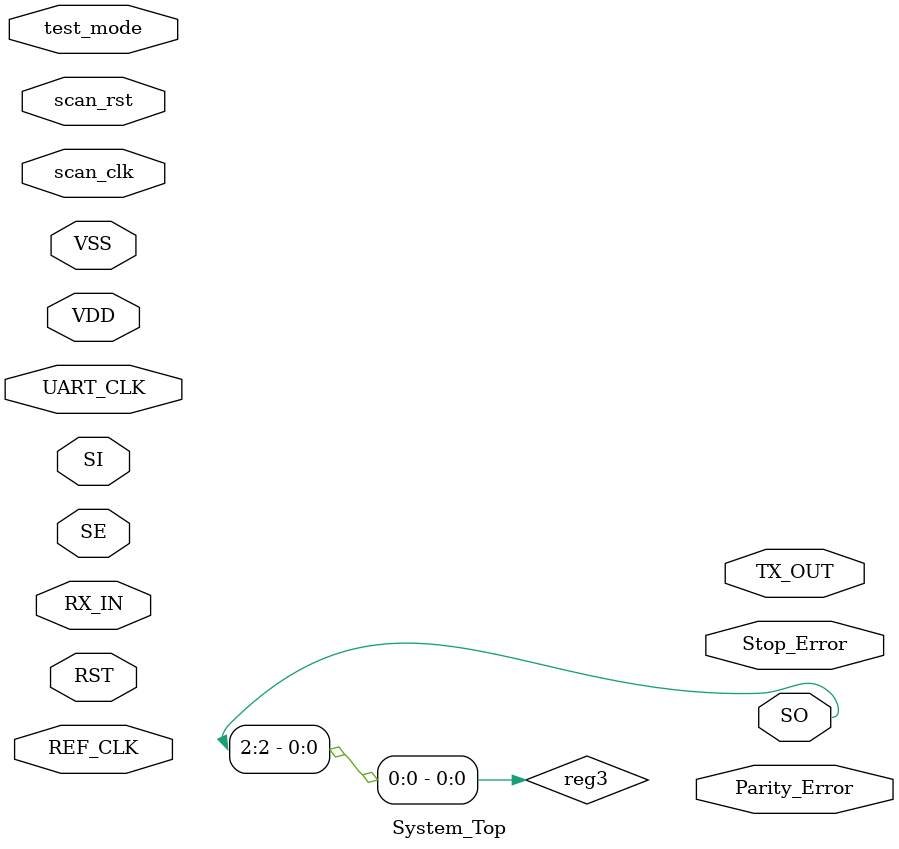
<source format=v>
module DLY4X1M (
	Y, 
	A, 
	VDD, 
	VSS);
   output Y;
   input A;
   inout VDD;
   inout VSS;
endmodule

module CLKINVX40M (
	Y, 
	A, 
	VDD, 
	VSS);
   output Y;
   input A;
   inout VDD;
   inout VSS;
endmodule

module INVX2M (
	Y, 
	A, 
	VDD, 
	VSS);
   output Y;
   input A;
   inout VDD;
   inout VSS;
endmodule

module CLKBUFX1M (
	Y, 
	A, 
	VDD, 
	VSS);
   output Y;
   input A;
   inout VDD;
   inout VSS;
endmodule

module INVXLM (
	Y, 
	A, 
	VDD, 
	VSS);
   output Y;
   input A;
   inout VDD;
   inout VSS;
endmodule

module BUFX3M (
	Y, 
	A, 
	VDD, 
	VSS);
   output Y;
   input A;
   inout VDD;
   inout VSS;
endmodule

module BUFX5M (
	Y, 
	A, 
	VDD, 
	VSS);
   output Y;
   input A;
   inout VDD;
   inout VSS;
endmodule

module CLKINVX32M (
	Y, 
	A, 
	VDD, 
	VSS);
   output Y;
   input A;
   inout VDD;
   inout VSS;
endmodule

module CLKBUFX40M (
	Y, 
	A, 
	VDD, 
	VSS);
   output Y;
   input A;
   inout VDD;
   inout VSS;
endmodule

module BUFX10M (
	Y, 
	A, 
	VDD, 
	VSS);
   output Y;
   input A;
   inout VDD;
   inout VSS;
endmodule

module TIEHIM (
	Y, 
	VDD, 
	VSS);
   output Y;
   inout VDD;
   inout VSS;
endmodule

module TIELOM (
	Y, 
	VDD, 
	VSS);
   output Y;
   inout VDD;
   inout VSS;
endmodule

module BUFX4M (
	Y, 
	A, 
	VDD, 
	VSS);
   output Y;
   input A;
   inout VDD;
   inout VSS;
endmodule

module BUFX2M (
	Y, 
	A, 
	VDD, 
	VSS);
   output Y;
   input A;
   inout VDD;
   inout VSS;
endmodule

module CLKBUFX8M (
	Y, 
	A, 
	VDD, 
	VSS);
   output Y;
   input A;
   inout VDD;
   inout VSS;
endmodule

module AND2X2M (
	Y, 
	B, 
	A, 
	VDD, 
	VSS);
   output Y;
   input B;
   input A;
   inout VDD;
   inout VSS;
endmodule

module OAI21X2M (
	Y, 
	B0, 
	A1, 
	A0, 
	VDD, 
	VSS);
   output Y;
   input B0;
   input A1;
   input A0;
   inout VDD;
   inout VSS;
endmodule

module OR2X2M (
	Y, 
	B, 
	A, 
	VDD, 
	VSS);
   output Y;
   input B;
   input A;
   inout VDD;
   inout VSS;
endmodule

module NOR3BX2M (
	Y, 
	C, 
	B, 
	AN, 
	VDD, 
	VSS);
   output Y;
   input C;
   input B;
   input AN;
   inout VDD;
   inout VSS;
endmodule

module NOR3X2M (
	Y, 
	C, 
	B, 
	A, 
	VDD, 
	VSS);
   output Y;
   input C;
   input B;
   input A;
   inout VDD;
   inout VSS;
endmodule

module DLY1X4M (
	Y, 
	A, 
	VDD, 
	VSS);
   output Y;
   input A;
   inout VDD;
   inout VSS;
endmodule

module CLKINVX2M (
	Y, 
	A, 
	VDD, 
	VSS);
   output Y;
   input A;
   inout VDD;
   inout VSS;
endmodule

module MX2X6M (
	Y, 
	S0, 
	B, 
	A, 
	VDD, 
	VSS);
   output Y;
   input S0;
   input B;
   input A;
   inout VDD;
   inout VSS;
endmodule

module MX2X2M (
	Y, 
	S0, 
	B, 
	A, 
	VDD, 
	VSS);
   output Y;
   input S0;
   input B;
   input A;
   inout VDD;
   inout VSS;
endmodule

module CLKMX2X6M (
	Y, 
	S0, 
	B, 
	A, 
	VDD, 
	VSS);
   output Y;
   input S0;
   input B;
   input A;
   inout VDD;
   inout VSS;
endmodule

module MX2X8M (
	Y, 
	S0, 
	B, 
	A, 
	VDD, 
	VSS);
   output Y;
   input S0;
   input B;
   input A;
   inout VDD;
   inout VSS;
endmodule

module SDFFRQX2M (
	SI, 
	SE, 
	RN, 
	Q, 
	D, 
	CK, 
	VDD, 
	VSS);
   input SI;
   input SE;
   input RN;
   output Q;
   input D;
   input CK;
   inout VDD;
   inout VSS;
endmodule

module SDFFRQX1M (
	SI, 
	SE, 
	RN, 
	Q, 
	D, 
	CK, 
	VDD, 
	VSS);
   input SI;
   input SE;
   input RN;
   output Q;
   input D;
   input CK;
   inout VDD;
   inout VSS;
endmodule

module NAND2BX2M (
	Y, 
	B, 
	AN, 
	VDD, 
	VSS);
   output Y;
   input B;
   input AN;
   inout VDD;
   inout VSS;
endmodule

module AO22X1M (
	Y, 
	B1, 
	B0, 
	A1, 
	A0, 
	VDD, 
	VSS);
   output Y;
   input B1;
   input B0;
   input A1;
   input A0;
   inout VDD;
   inout VSS;
endmodule

module NOR2X2M (
	Y, 
	B, 
	A, 
	VDD, 
	VSS);
   output Y;
   input B;
   input A;
   inout VDD;
   inout VSS;
endmodule

module NAND2X2M (
	Y, 
	B, 
	A, 
	VDD, 
	VSS);
   output Y;
   input B;
   input A;
   inout VDD;
   inout VSS;
endmodule

module NOR4X1M (
	Y, 
	D, 
	C, 
	B, 
	A, 
	VDD, 
	VSS);
   output Y;
   input D;
   input C;
   input B;
   input A;
   inout VDD;
   inout VSS;
endmodule

module OAI2BB2X1M (
	Y, 
	B1, 
	B0, 
	A1N, 
	A0N, 
	VDD, 
	VSS);
   output Y;
   input B1;
   input B0;
   input A1N;
   input A0N;
   inout VDD;
   inout VSS;
endmodule

module AOI2BB2XLM (
	Y, 
	B1, 
	B0, 
	A1N, 
	A0N, 
	VDD, 
	VSS);
   output Y;
   input B1;
   input B0;
   input A1N;
   input A0N;
   inout VDD;
   inout VSS;
endmodule

module NAND3X2M (
	Y, 
	C, 
	B, 
	A, 
	VDD, 
	VSS);
   output Y;
   input C;
   input B;
   input A;
   inout VDD;
   inout VSS;
endmodule

module AND4X2M (
	Y, 
	D, 
	C, 
	B, 
	A, 
	VDD, 
	VSS);
   output Y;
   input D;
   input C;
   input B;
   input A;
   inout VDD;
   inout VSS;
endmodule

module NAND4X2M (
	Y, 
	D, 
	C, 
	B, 
	A, 
	VDD, 
	VSS);
   output Y;
   input D;
   input C;
   input B;
   input A;
   inout VDD;
   inout VSS;
endmodule

module AOI221XLM (
	Y, 
	C0, 
	B1, 
	B0, 
	A1, 
	A0, 
	VDD, 
	VSS);
   output Y;
   input C0;
   input B1;
   input B0;
   input A1;
   input A0;
   inout VDD;
   inout VSS;
endmodule

module AOI222X1M (
	Y, 
	C1, 
	C0, 
	B1, 
	B0, 
	A1, 
	A0, 
	VDD, 
	VSS);
   output Y;
   input C1;
   input C0;
   input B1;
   input B0;
   input A1;
   input A0;
   inout VDD;
   inout VSS;
endmodule

module NAND4BX1M (
	Y, 
	D, 
	C, 
	B, 
	AN, 
	VDD, 
	VSS);
   output Y;
   input D;
   input C;
   input B;
   input AN;
   inout VDD;
   inout VSS;
endmodule

module OAI222X1M (
	Y, 
	C1, 
	C0, 
	B1, 
	B0, 
	A1, 
	A0, 
	VDD, 
	VSS);
   output Y;
   input C1;
   input C0;
   input B1;
   input B0;
   input A1;
   input A0;
   inout VDD;
   inout VSS;
endmodule

module AOI21X2M (
	Y, 
	B0, 
	A1, 
	A0, 
	VDD, 
	VSS);
   output Y;
   input B0;
   input A1;
   input A0;
   inout VDD;
   inout VSS;
endmodule

module OAI31X1M (
	Y, 
	B0, 
	A2, 
	A1, 
	A0, 
	VDD, 
	VSS);
   output Y;
   input B0;
   input A2;
   input A1;
   input A0;
   inout VDD;
   inout VSS;
endmodule

module AOI33X2M (
	Y, 
	B2, 
	B1, 
	B0, 
	A2, 
	A1, 
	A0, 
	VDD, 
	VSS);
   output Y;
   input B2;
   input B1;
   input B0;
   input A2;
   input A1;
   input A0;
   inout VDD;
   inout VSS;
endmodule

module OAI221X1M (
	Y, 
	C0, 
	B1, 
	B0, 
	A1, 
	A0, 
	VDD, 
	VSS);
   output Y;
   input C0;
   input B1;
   input B0;
   input A1;
   input A0;
   inout VDD;
   inout VSS;
endmodule

module OAI21BX1M (
	Y, 
	B0N, 
	A1, 
	A0, 
	VDD, 
	VSS);
   output Y;
   input B0N;
   input A1;
   input A0;
   inout VDD;
   inout VSS;
endmodule

module OAI211X2M (
	Y, 
	C0, 
	B0, 
	A1, 
	A0, 
	VDD, 
	VSS);
   output Y;
   input C0;
   input B0;
   input A1;
   input A0;
   inout VDD;
   inout VSS;
endmodule

module AOI22X1M (
	Y, 
	B1, 
	B0, 
	A1, 
	A0, 
	VDD, 
	VSS);
   output Y;
   input B1;
   input B0;
   input A1;
   input A0;
   inout VDD;
   inout VSS;
endmodule

module AOI211X2M (
	Y, 
	C0, 
	B0, 
	A1, 
	A0, 
	VDD, 
	VSS);
   output Y;
   input C0;
   input B0;
   input A1;
   input A0;
   inout VDD;
   inout VSS;
endmodule

module OAI22X1M (
	Y, 
	B1, 
	B0, 
	A1, 
	A0, 
	VDD, 
	VSS);
   output Y;
   input B1;
   input B0;
   input A1;
   input A0;
   inout VDD;
   inout VSS;
endmodule

module OAI2B11X2M (
	Y, 
	C0, 
	B0, 
	A1N, 
	A0, 
	VDD, 
	VSS);
   output Y;
   input C0;
   input B0;
   input A1N;
   input A0;
   inout VDD;
   inout VSS;
endmodule

module NOR2X1M (
	Y, 
	B, 
	A, 
	VDD, 
	VSS);
   output Y;
   input B;
   input A;
   inout VDD;
   inout VSS;
endmodule

module NAND2BX1M (
	Y, 
	B, 
	AN, 
	VDD, 
	VSS);
   output Y;
   input B;
   input AN;
   inout VDD;
   inout VSS;
endmodule

module CLKNAND2X2M (
	Y, 
	B, 
	A, 
	VDD, 
	VSS);
   output Y;
   input B;
   input A;
   inout VDD;
   inout VSS;
endmodule

module AOI21X1M (
	Y, 
	B0, 
	A1, 
	A0, 
	VDD, 
	VSS);
   output Y;
   input B0;
   input A1;
   input A0;
   inout VDD;
   inout VSS;
endmodule

module AOI211X1M (
	Y, 
	C0, 
	B0, 
	A1, 
	A0, 
	VDD, 
	VSS);
   output Y;
   input C0;
   input B0;
   input A1;
   input A0;
   inout VDD;
   inout VSS;
endmodule

module OAI211X1M (
	Y, 
	C0, 
	B0, 
	A1, 
	A0, 
	VDD, 
	VSS);
   output Y;
   input C0;
   input B0;
   input A1;
   input A0;
   inout VDD;
   inout VSS;
endmodule

module XNOR2X1M (
	Y, 
	B, 
	A, 
	VDD, 
	VSS);
   output Y;
   input B;
   input A;
   inout VDD;
   inout VSS;
endmodule

module AOI32X1M (
	Y, 
	B1, 
	B0, 
	A2, 
	A1, 
	A0, 
	VDD, 
	VSS);
   output Y;
   input B1;
   input B0;
   input A2;
   input A1;
   input A0;
   inout VDD;
   inout VSS;
endmodule

module OAI21X1M (
	Y, 
	B0, 
	A1, 
	A0, 
	VDD, 
	VSS);
   output Y;
   input B0;
   input A1;
   input A0;
   inout VDD;
   inout VSS;
endmodule

module OA21X1M (
	Y, 
	B0, 
	A1, 
	A0, 
	VDD, 
	VSS);
   output Y;
   input B0;
   input A1;
   input A0;
   inout VDD;
   inout VSS;
endmodule

module AOI31X1M (
	Y, 
	B0, 
	A2, 
	A1, 
	A0, 
	VDD, 
	VSS);
   output Y;
   input B0;
   input A2;
   input A1;
   input A0;
   inout VDD;
   inout VSS;
endmodule

module OAI2B11X1M (
	Y, 
	C0, 
	B0, 
	A1N, 
	A0, 
	VDD, 
	VSS);
   output Y;
   input C0;
   input B0;
   input A1N;
   input A0;
   inout VDD;
   inout VSS;
endmodule

module AOI2B1X1M (
	Y, 
	B0, 
	A1N, 
	A0, 
	VDD, 
	VSS);
   output Y;
   input B0;
   input A1N;
   input A0;
   inout VDD;
   inout VSS;
endmodule

module ADDFX2M (
	S, 
	CO, 
	CI, 
	B, 
	A, 
	VDD, 
	VSS);
   output S;
   output CO;
   input CI;
   input B;
   input A;
   inout VDD;
   inout VSS;
endmodule

module XNOR2X2M (
	Y, 
	B, 
	A, 
	VDD, 
	VSS);
   output Y;
   input B;
   input A;
   inout VDD;
   inout VSS;
endmodule

module CLKMX2X2M (
	Y, 
	S0, 
	B, 
	A, 
	VDD, 
	VSS);
   output Y;
   input S0;
   input B;
   input A;
   inout VDD;
   inout VSS;
endmodule

module AND4X1M (
	Y, 
	D, 
	C, 
	B, 
	A, 
	VDD, 
	VSS);
   output Y;
   input D;
   input C;
   input B;
   input A;
   inout VDD;
   inout VSS;
endmodule

module AND3X1M (
	Y, 
	C, 
	B, 
	A, 
	VDD, 
	VSS);
   output Y;
   input C;
   input B;
   input A;
   inout VDD;
   inout VSS;
endmodule

module AND2X1M (
	Y, 
	B, 
	A, 
	VDD, 
	VSS);
   output Y;
   input B;
   input A;
   inout VDD;
   inout VSS;
endmodule

module CLKXOR2X2M (
	Y, 
	B, 
	A, 
	VDD, 
	VSS);
   output Y;
   input B;
   input A;
   inout VDD;
   inout VSS;
endmodule

module AOI21BX2M (
	Y, 
	B0N, 
	A1, 
	A0, 
	VDD, 
	VSS);
   output Y;
   input B0N;
   input A1;
   input A0;
   inout VDD;
   inout VSS;
endmodule

module XOR3XLM (
	Y, 
	C, 
	B, 
	A, 
	VDD, 
	VSS);
   output Y;
   input C;
   input B;
   input A;
   inout VDD;
   inout VSS;
endmodule

module AOI2BB1X1M (
	Y, 
	B0, 
	A1N, 
	A0N, 
	VDD, 
	VSS);
   output Y;
   input B0;
   input A1N;
   input A0N;
   inout VDD;
   inout VSS;
endmodule

module SDFFRQX4M (
	SI, 
	SE, 
	RN, 
	Q, 
	D, 
	CK, 
	VDD, 
	VSS);
   input SI;
   input SE;
   input RN;
   output Q;
   input D;
   input CK;
   inout VDD;
   inout VSS;
endmodule

module SDFFSQX2M (
	SN, 
	SI, 
	SE, 
	Q, 
	D, 
	CK, 
	VDD, 
	VSS);
   input SN;
   input SI;
   input SE;
   output Q;
   input D;
   input CK;
   inout VDD;
   inout VSS;
endmodule

module INVX4M (
	Y, 
	A, 
	VDD, 
	VSS);
   output Y;
   input A;
   inout VDD;
   inout VSS;
endmodule

module NOR2BX2M (
	Y, 
	B, 
	AN, 
	VDD, 
	VSS);
   output Y;
   input B;
   input AN;
   inout VDD;
   inout VSS;
endmodule

module MX4X1M (
	Y, 
	S1, 
	S0, 
	D, 
	C, 
	B, 
	A, 
	VDD, 
	VSS);
   output Y;
   input S1;
   input S0;
   input D;
   input C;
   input B;
   input A;
   inout VDD;
   inout VSS;
endmodule

module AO21XLM (
	Y, 
	B0, 
	A1, 
	A0, 
	VDD, 
	VSS);
   output Y;
   input B0;
   input A1;
   input A0;
   inout VDD;
   inout VSS;
endmodule

module TLATNCAX12M (
	ECK, 
	E, 
	CK, 
	VDD, 
	VSS);
   output ECK;
   input E;
   input CK;
   inout VDD;
   inout VSS;
endmodule

module OAI2BB1X1M (
	Y, 
	B0, 
	A1N, 
	A0N, 
	VDD, 
	VSS);
   output Y;
   input B0;
   input A1N;
   input A0N;
   inout VDD;
   inout VSS;
endmodule

module OR2X1M (
	Y, 
	B, 
	A, 
	VDD, 
	VSS);
   output Y;
   input B;
   input A;
   inout VDD;
   inout VSS;
endmodule

module CLKINVX1M (
	Y, 
	A, 
	VDD, 
	VSS);
   output Y;
   input A;
   inout VDD;
   inout VSS;
endmodule

module NOR4BX1M (
	Y, 
	D, 
	C, 
	B, 
	AN, 
	VDD, 
	VSS);
   output Y;
   input D;
   input C;
   input B;
   input AN;
   inout VDD;
   inout VSS;
endmodule

module MXI2X1M (
	Y, 
	S0, 
	B, 
	A, 
	VDD, 
	VSS);
   output Y;
   input S0;
   input B;
   input A;
   inout VDD;
   inout VSS;
endmodule

module NAND4X1M (
	Y, 
	D, 
	C, 
	B, 
	A, 
	VDD, 
	VSS);
   output Y;
   input D;
   input C;
   input B;
   input A;
   inout VDD;
   inout VSS;
endmodule

module ADDHX1M (
	S, 
	CO, 
	B, 
	A, 
	VDD, 
	VSS);
   output S;
   output CO;
   input B;
   input A;
   inout VDD;
   inout VSS;
endmodule

module SDFFSQX1M (
	SN, 
	SI, 
	SE, 
	Q, 
	D, 
	CK, 
	VDD, 
	VSS);
   input SN;
   input SI;
   input SE;
   output Q;
   input D;
   input CK;
   inout VDD;
   inout VSS;
endmodule

module NOR4X2M (
	Y, 
	D, 
	C, 
	B, 
	A, 
	VDD, 
	VSS);
   output Y;
   input D;
   input C;
   input B;
   input A;
   inout VDD;
   inout VSS;
endmodule

module AOI31X2M (
	Y, 
	B0, 
	A2, 
	A1, 
	A0, 
	VDD, 
	VSS);
   output Y;
   input B0;
   input A2;
   input A1;
   input A0;
   inout VDD;
   inout VSS;
endmodule

module AND3X2M (
	Y, 
	C, 
	B, 
	A, 
	VDD, 
	VSS);
   output Y;
   input C;
   input B;
   input A;
   inout VDD;
   inout VSS;
endmodule

module OAI32X1M (
	Y, 
	B1, 
	B0, 
	A2, 
	A1, 
	A0, 
	VDD, 
	VSS);
   output Y;
   input B1;
   input B0;
   input A2;
   input A1;
   input A0;
   inout VDD;
   inout VSS;
endmodule

module OAI2BB1X2M (
	Y, 
	B0, 
	A1N, 
	A0N, 
	VDD, 
	VSS);
   output Y;
   input B0;
   input A1N;
   input A0N;
   inout VDD;
   inout VSS;
endmodule

module SDFFQX2M (
	SI, 
	SE, 
	Q, 
	D, 
	CK, 
	VDD, 
	VSS);
   input SI;
   input SE;
   output Q;
   input D;
   input CK;
   inout VDD;
   inout VSS;
endmodule

module SDFFQX1M (
	SI, 
	SE, 
	Q, 
	D, 
	CK, 
	VDD, 
	VSS);
   input SI;
   input SE;
   output Q;
   input D;
   input CK;
   inout VDD;
   inout VSS;
endmodule

module NOR2BX1M (
	Y, 
	B, 
	AN, 
	VDD, 
	VSS);
   output Y;
   input B;
   input AN;
   inout VDD;
   inout VSS;
endmodule

module OAI2B2X1M (
	Y, 
	B1, 
	B0, 
	A1N, 
	A0, 
	VDD, 
	VSS);
   output Y;
   input B1;
   input B0;
   input A1N;
   input A0;
   inout VDD;
   inout VSS;
endmodule

module NAND4BBX1M (
	Y, 
	D, 
	C, 
	BN, 
	AN, 
	VDD, 
	VSS);
   output Y;
   input D;
   input C;
   input BN;
   input AN;
   inout VDD;
   inout VSS;
endmodule

module NAND3X1M (
	Y, 
	C, 
	B, 
	A, 
	VDD, 
	VSS);
   output Y;
   input C;
   input B;
   input A;
   inout VDD;
   inout VSS;
endmodule

module OR4X1M (
	Y, 
	D, 
	C, 
	B, 
	A, 
	VDD, 
	VSS);
   output Y;
   input D;
   input C;
   input B;
   input A;
   inout VDD;
   inout VSS;
endmodule

module NAND3BX1M (
	Y, 
	C, 
	B, 
	AN, 
	VDD, 
	VSS);
   output Y;
   input C;
   input B;
   input AN;
   inout VDD;
   inout VSS;
endmodule

module NOR3X1M (
	Y, 
	C, 
	B, 
	A, 
	VDD, 
	VSS);
   output Y;
   input C;
   input B;
   input A;
   inout VDD;
   inout VSS;
endmodule

module NOR3BX1M (
	Y, 
	C, 
	B, 
	AN, 
	VDD, 
	VSS);
   output Y;
   input C;
   input B;
   input AN;
   inout VDD;
   inout VSS;
endmodule

module OA21X2M (
	Y, 
	B0, 
	A1, 
	A0, 
	VDD, 
	VSS);
   output Y;
   input B0;
   input A1;
   input A0;
   inout VDD;
   inout VSS;
endmodule

module OAI2BB2XLM (
	Y, 
	B1, 
	B0, 
	A1N, 
	A0N, 
	VDD, 
	VSS);
   output Y;
   input B1;
   input B0;
   input A1N;
   input A0N;
   inout VDD;
   inout VSS;
endmodule

module OAI211XLM (
	Y, 
	C0, 
	B0, 
	A1, 
	A0, 
	VDD, 
	VSS);
   output Y;
   input C0;
   input B0;
   input A1;
   input A0;
   inout VDD;
   inout VSS;
endmodule

module NAND3BX2M (
	Y, 
	C, 
	B, 
	AN, 
	VDD, 
	VSS);
   output Y;
   input C;
   input B;
   input AN;
   inout VDD;
   inout VSS;
endmodule

module SDFFSX1M (
	SN, 
	SI, 
	SE, 
	QN, 
	Q, 
	D, 
	CK, 
	VDD, 
	VSS);
   input SN;
   input SI;
   input SE;
   output QN;
   output Q;
   input D;
   input CK;
   inout VDD;
   inout VSS;
endmodule

module OAI2BB2X4M (
	Y, 
	B1, 
	B0, 
	A1N, 
	A0N, 
	VDD, 
	VSS);
   output Y;
   input B1;
   input B0;
   input A1N;
   input A0N;
   inout VDD;
   inout VSS;
endmodule

/////////////////////////////////////////////////////////////
// Created by: Synopsys DC Expert(TM) in wire load mode
// Version   : K-2015.06
// Date      : Mon Aug 19 03:34:03 2024
/////////////////////////////////////////////////////////////
module mux2X1_1 (
	IN_0, 
	IN_1, 
	SEL, 
	OUT, 
	VDD, 
	VSS);
   input IN_0;
   input IN_1;
   input SEL;
   output OUT;
   inout VDD;
   inout VSS;

   // Module instantiations
   MX2X6M U1 (
	.Y(OUT),
	.S0(SEL),
	.B(IN_1),
	.A(IN_0), 
	.VDD(VDD), 
	.VSS(VSS));
endmodule

module mux2X1_4 (
	IN_0, 
	IN_1, 
	SEL, 
	OUT, 
	VDD, 
	VSS);
   input IN_0;
   input IN_1;
   input SEL;
   output OUT;
   inout VDD;
   inout VSS;

   // Module instantiations
   MX2X2M U1 (
	.Y(OUT),
	.S0(SEL),
	.B(IN_1),
	.A(IN_0), 
	.VDD(VDD), 
	.VSS(VSS));
endmodule

module mux2X1_3 (
	IN_0, 
	IN_1, 
	SEL, 
	OUT, 
	VDD, 
	VSS);
   input IN_0;
   input IN_1;
   input SEL;
   output OUT;
   inout VDD;
   inout VSS;

   // Module instantiations
   MX2X2M U1 (
	.Y(OUT),
	.S0(SEL),
	.B(IN_1),
	.A(IN_0), 
	.VDD(VDD), 
	.VSS(VSS));
endmodule

module mux2X1_2 (
	IN_0, 
	IN_1, 
	SEL, 
	OUT, 
	VDD, 
	VSS);
   input IN_0;
   input IN_1;
   input SEL;
   output OUT;
   inout VDD;
   inout VSS;

   // Module instantiations
   MX2X2M U1 (
	.Y(OUT),
	.S0(SEL),
	.B(IN_1),
	.A(IN_0), 
	.VDD(VDD), 
	.VSS(VSS));
endmodule

module mux2X1_0 (
	IN_0, 
	IN_1, 
	SEL, 
	OUT, 
	VDD, 
	VSS);
   input IN_0;
   input IN_1;
   input SEL;
   output OUT;
   inout VDD;
   inout VSS;

   // Internal wires
   wire FE_PHN6_scan_rst;
   wire FE_PHN3_scan_rst;
   wire FE_PHN2_RST;
   wire FE_PHN1_RST;
   wire FE_PHN0_RST;

   // Module instantiations
   DLY4X1M FE_PHC6_scan_rst (
	.Y(FE_PHN6_scan_rst),
	.A(FE_PHN3_scan_rst), 
	.VDD(VDD), 
	.VSS(VSS));
   DLY4X1M FE_PHC3_scan_rst (
	.Y(FE_PHN3_scan_rst),
	.A(IN_1), 
	.VDD(VDD), 
	.VSS(VSS));
   DLY4X1M FE_PHC2_RST (
	.Y(FE_PHN2_RST),
	.A(FE_PHN1_RST), 
	.VDD(VDD), 
	.VSS(VSS));
   DLY4X1M FE_PHC1_RST (
	.Y(FE_PHN1_RST),
	.A(FE_PHN0_RST), 
	.VDD(VDD), 
	.VSS(VSS));
   DLY4X1M FE_PHC0_RST (
	.Y(FE_PHN0_RST),
	.A(IN_0), 
	.VDD(VDD), 
	.VSS(VSS));
   MX2X2M U1 (
	.Y(OUT),
	.S0(SEL),
	.B(FE_PHN6_scan_rst),
	.A(FE_PHN2_RST), 
	.VDD(VDD), 
	.VSS(VSS));
endmodule

module mux2X1_6 (
	IN_0, 
	IN_1, 
	SEL, 
	OUT, 
	VDD, 
	VSS);
   input IN_0;
   input IN_1;
   input SEL;
   output OUT;
   inout VDD;
   inout VSS;

   // Internal wires
   wire FE_PHN8_scan_rst;
   wire FE_PHN5_scan_rst;

   // Module instantiations
   DLY4X1M FE_PHC8_scan_rst (
	.Y(FE_PHN8_scan_rst),
	.A(FE_PHN5_scan_rst), 
	.VDD(VDD), 
	.VSS(VSS));
   DLY4X1M FE_PHC5_scan_rst (
	.Y(FE_PHN5_scan_rst),
	.A(IN_1), 
	.VDD(VDD), 
	.VSS(VSS));
   CLKMX2X6M U1 (
	.Y(OUT),
	.S0(SEL),
	.B(FE_PHN8_scan_rst),
	.A(IN_0), 
	.VDD(VDD), 
	.VSS(VSS));
endmodule

module mux2X1_5 (
	IN_0, 
	IN_1, 
	SEL, 
	OUT, 
	VDD, 
	VSS);
   input IN_0;
   input IN_1;
   input SEL;
   output OUT;
   inout VDD;
   inout VSS;

   // Internal wires
   wire FE_PHN7_scan_rst;
   wire FE_PHN4_scan_rst;

   // Module instantiations
   DLY4X1M FE_PHC7_scan_rst (
	.Y(FE_PHN7_scan_rst),
	.A(FE_PHN4_scan_rst), 
	.VDD(VDD), 
	.VSS(VSS));
   DLY4X1M FE_PHC4_scan_rst (
	.Y(FE_PHN4_scan_rst),
	.A(IN_1), 
	.VDD(VDD), 
	.VSS(VSS));
   MX2X8M U1 (
	.Y(OUT),
	.S0(SEL),
	.B(FE_PHN7_scan_rst),
	.A(IN_0), 
	.VDD(VDD), 
	.VSS(VSS));
endmodule

module RST_SYNC_test_0 (
	RST, 
	CLK, 
	SYNC_RST, 
	test_si, 
	test_se, 
	VDD, 
	VSS);
   input RST;
   input CLK;
   output SYNC_RST;
   input test_si;
   input test_se;
   inout VDD;
   inout VSS;

   // Internal wires
   wire HTIE_LTIEHI_NET;
   wire \sync_reg[0] ;

   // Module instantiations
   TIEHIM HTIE_LTIEHI (
	.Y(HTIE_LTIEHI_NET), 
	.VDD(VDD), 
	.VSS(VSS));
   SDFFRQX2M \sync_reg_reg[0]  (
	.SI(test_si),
	.SE(test_se),
	.RN(RST),
	.Q(\sync_reg[0] ),
	.D(HTIE_LTIEHI_NET),
	.CK(CLK), 
	.VDD(VDD), 
	.VSS(VSS));
   SDFFRQX1M \sync_reg_reg[1]  (
	.SI(\sync_reg[0] ),
	.SE(test_se),
	.RN(RST),
	.Q(SYNC_RST),
	.D(\sync_reg[0] ),
	.CK(CLK), 
	.VDD(VDD), 
	.VSS(VSS));
endmodule

module RST_SYNC_test_1 (
	RST, 
	CLK, 
	SYNC_RST, 
	test_si, 
	test_se, 
	VDD, 
	VSS);
   input RST;
   input CLK;
   output SYNC_RST;
   input test_si;
   input test_se;
   inout VDD;
   inout VSS;

   // Internal wires
   wire HTIE_LTIEHI_NET;
   wire \sync_reg[0] ;

   // Module instantiations
   TIEHIM HTIE_LTIEHI (
	.Y(HTIE_LTIEHI_NET), 
	.VDD(VDD), 
	.VSS(VSS));
   SDFFRQX2M \sync_reg_reg[0]  (
	.SI(test_si),
	.SE(test_se),
	.RN(RST),
	.Q(\sync_reg[0] ),
	.D(HTIE_LTIEHI_NET),
	.CK(CLK), 
	.VDD(VDD), 
	.VSS(VSS));
   SDFFRQX1M \sync_reg_reg[1]  (
	.SI(\sync_reg[0] ),
	.SE(test_se),
	.RN(RST),
	.Q(SYNC_RST),
	.D(\sync_reg[0] ),
	.CK(CLK), 
	.VDD(VDD), 
	.VSS(VSS));
endmodule

module DATA_SYNC_test_1 (
	CLK, 
	RST, 
	unsync_bus, 
	bus_enable, 
	sync_bus, 
	enable_pulse_d, 
	test_si, 
	test_so, 
	test_se, 
	VDD, 
	VSS);
   input CLK;
   input RST;
   input [7:0] unsync_bus;
   input bus_enable;
   output [7:0] sync_bus;
   output enable_pulse_d;
   input test_si;
   output test_so;
   input test_se;
   inout VDD;
   inout VSS;

   // Internal wires
   wire enable_flop;
   wire n1;
   wire n4;
   wire n6;
   wire n8;
   wire n10;
   wire n12;
   wire n14;
   wire n16;
   wire n18;
   wire n22;
   wire [1:0] sync_reg;

   assign test_so = sync_reg[1] ;

   // Module instantiations
   SDFFRQX2M enable_flop_reg (
	.SI(test_si),
	.SE(test_se),
	.RN(RST),
	.Q(enable_flop),
	.D(sync_reg[1]),
	.CK(CLK), 
	.VDD(VDD), 
	.VSS(VSS));
   SDFFRQX2M \sync_bus_reg[7]  (
	.SI(sync_bus[6]),
	.SE(test_se),
	.RN(RST),
	.Q(sync_bus[7]),
	.D(n18),
	.CK(CLK), 
	.VDD(VDD), 
	.VSS(VSS));
   SDFFRQX2M \sync_reg_reg[1]  (
	.SI(sync_reg[0]),
	.SE(test_se),
	.RN(RST),
	.Q(sync_reg[1]),
	.D(sync_reg[0]),
	.CK(CLK), 
	.VDD(VDD), 
	.VSS(VSS));
   SDFFRQX2M \sync_bus_reg[3]  (
	.SI(sync_bus[2]),
	.SE(test_se),
	.RN(RST),
	.Q(sync_bus[3]),
	.D(n10),
	.CK(CLK), 
	.VDD(VDD), 
	.VSS(VSS));
   SDFFRQX2M \sync_bus_reg[6]  (
	.SI(sync_bus[5]),
	.SE(test_se),
	.RN(RST),
	.Q(sync_bus[6]),
	.D(n16),
	.CK(CLK), 
	.VDD(VDD), 
	.VSS(VSS));
   SDFFRQX2M \sync_bus_reg[5]  (
	.SI(sync_bus[4]),
	.SE(test_se),
	.RN(RST),
	.Q(sync_bus[5]),
	.D(n14),
	.CK(CLK), 
	.VDD(VDD), 
	.VSS(VSS));
   SDFFRQX2M \sync_bus_reg[4]  (
	.SI(sync_bus[3]),
	.SE(test_se),
	.RN(RST),
	.Q(sync_bus[4]),
	.D(n12),
	.CK(CLK), 
	.VDD(VDD), 
	.VSS(VSS));
   SDFFRQX2M \sync_bus_reg[2]  (
	.SI(sync_bus[1]),
	.SE(test_se),
	.RN(RST),
	.Q(sync_bus[2]),
	.D(n8),
	.CK(CLK), 
	.VDD(VDD), 
	.VSS(VSS));
   SDFFRQX2M \sync_bus_reg[1]  (
	.SI(sync_bus[0]),
	.SE(test_se),
	.RN(RST),
	.Q(sync_bus[1]),
	.D(n6),
	.CK(CLK), 
	.VDD(VDD), 
	.VSS(VSS));
   SDFFRQX2M \sync_bus_reg[0]  (
	.SI(enable_pulse_d),
	.SE(test_se),
	.RN(RST),
	.Q(sync_bus[0]),
	.D(n4),
	.CK(CLK), 
	.VDD(VDD), 
	.VSS(VSS));
   SDFFRQX2M enable_pulse_d_reg (
	.SI(enable_flop),
	.SE(test_se),
	.RN(RST),
	.Q(enable_pulse_d),
	.D(n22),
	.CK(CLK), 
	.VDD(VDD), 
	.VSS(VSS));
   SDFFRQX2M \sync_reg_reg[0]  (
	.SI(sync_bus[7]),
	.SE(test_se),
	.RN(RST),
	.Q(sync_reg[0]),
	.D(bus_enable),
	.CK(CLK), 
	.VDD(VDD), 
	.VSS(VSS));
   INVX2M U3 (
	.Y(n22),
	.A(n1), 
	.VDD(VDD), 
	.VSS(VSS));
   NAND2BX2M U4 (
	.Y(n1),
	.B(sync_reg[1]),
	.AN(enable_flop), 
	.VDD(VDD), 
	.VSS(VSS));
   AO22X1M U5 (
	.Y(n4),
	.B1(n1),
	.B0(sync_bus[0]),
	.A1(n22),
	.A0(unsync_bus[0]), 
	.VDD(VDD), 
	.VSS(VSS));
   AO22X1M U6 (
	.Y(n6),
	.B1(n1),
	.B0(sync_bus[1]),
	.A1(n22),
	.A0(unsync_bus[1]), 
	.VDD(VDD), 
	.VSS(VSS));
   AO22X1M U7 (
	.Y(n8),
	.B1(n1),
	.B0(sync_bus[2]),
	.A1(n22),
	.A0(unsync_bus[2]), 
	.VDD(VDD), 
	.VSS(VSS));
   AO22X1M U8 (
	.Y(n10),
	.B1(n1),
	.B0(sync_bus[3]),
	.A1(n22),
	.A0(unsync_bus[3]), 
	.VDD(VDD), 
	.VSS(VSS));
   AO22X1M U9 (
	.Y(n12),
	.B1(n1),
	.B0(sync_bus[4]),
	.A1(n22),
	.A0(unsync_bus[4]), 
	.VDD(VDD), 
	.VSS(VSS));
   AO22X1M U10 (
	.Y(n14),
	.B1(n1),
	.B0(sync_bus[5]),
	.A1(n22),
	.A0(unsync_bus[5]), 
	.VDD(VDD), 
	.VSS(VSS));
   AO22X1M U11 (
	.Y(n16),
	.B1(n1),
	.B0(sync_bus[6]),
	.A1(n22),
	.A0(unsync_bus[6]), 
	.VDD(VDD), 
	.VSS(VSS));
   AO22X1M U12 (
	.Y(n18),
	.B1(n1),
	.B0(sync_bus[7]),
	.A1(n22),
	.A0(unsync_bus[7]), 
	.VDD(VDD), 
	.VSS(VSS));
endmodule

module ALU_test_1 (
	CLK, 
	RST, 
	EN, 
	A, 
	B, 
	ALU_FUN, 
	ALU_OUT, 
	OUT_VALID, 
	test_si, 
	test_se, 
	VDD, 
	VSS);
   input CLK;
   input RST;
   input EN;
   input [7:0] A;
   input [7:0] B;
   input [3:0] ALU_FUN;
   output [15:0] ALU_OUT;
   output OUT_VALID;
   input test_si;
   input test_se;
   inout VDD;
   inout VSS;

   // Internal wires
   wire FE_OFN5_n31;
   wire FE_OFN4_n26;
   wire FE_OFN3_n27;
   wire N89;
   wire N90;
   wire N91;
   wire N92;
   wire N93;
   wire N94;
   wire N95;
   wire N96;
   wire N97;
   wire N98;
   wire N99;
   wire N100;
   wire N101;
   wire N102;
   wire N103;
   wire N104;
   wire N105;
   wire N106;
   wire N107;
   wire N108;
   wire N109;
   wire N110;
   wire N111;
   wire N112;
   wire N113;
   wire N114;
   wire N115;
   wire N116;
   wire N117;
   wire N118;
   wire N119;
   wire N120;
   wire N121;
   wire N122;
   wire N124;
   wire N125;
   wire N126;
   wire N127;
   wire N128;
   wire N129;
   wire N130;
   wire N131;
   wire N164;
   wire N165;
   wire N166;
   wire n10;
   wire n11;
   wire n12;
   wire n13;
   wire n14;
   wire n15;
   wire n16;
   wire n18;
   wire n19;
   wire n20;
   wire n23;
   wire n25;
   wire n26;
   wire n27;
   wire n28;
   wire n30;
   wire n31;
   wire n36;
   wire n37;
   wire n38;
   wire n39;
   wire n40;
   wire n41;
   wire n42;
   wire n43;
   wire n45;
   wire n46;
   wire n47;
   wire n48;
   wire n49;
   wire n50;
   wire n51;
   wire n53;
   wire n54;
   wire n55;
   wire n56;
   wire n58;
   wire n60;
   wire n63;
   wire n64;
   wire n65;
   wire n66;
   wire n67;
   wire n69;
   wire n71;
   wire n72;
   wire n73;
   wire n74;
   wire n75;
   wire n77;
   wire n79;
   wire n80;
   wire n81;
   wire n82;
   wire n83;
   wire n85;
   wire n87;
   wire n88;
   wire n89;
   wire n90;
   wire n91;
   wire n93;
   wire n95;
   wire n96;
   wire n97;
   wire n98;
   wire n99;
   wire n100;
   wire n101;
   wire n102;
   wire n103;
   wire n104;
   wire n107;
   wire n108;
   wire n109;
   wire n112;
   wire n113;
   wire n114;
   wire n115;
   wire n116;
   wire n117;
   wire n118;
   wire n119;
   wire n120;
   wire n121;
   wire n122;
   wire n124;
   wire n126;
   wire n128;
   wire n130;
   wire n132;
   wire n134;
   wire n136;
   wire n138;
   wire n140;
   wire n142;
   wire n144;
   wire n146;
   wire n148;
   wire n150;
   wire n152;
   wire n154;
   wire n33;
   wire n34;
   wire n35;
   wire n44;
   wire n52;
   wire n57;
   wire n59;
   wire n61;
   wire n62;
   wire n68;
   wire n70;
   wire n76;
   wire n78;
   wire n84;
   wire n86;
   wire n92;
   wire n94;
   wire n105;
   wire n106;
   wire n110;
   wire n111;
   wire n156;
   wire n157;
   wire n158;
   wire n159;
   wire n160;
   wire n161;
   wire n162;
   wire n163;
   wire n164;
   wire n165;
   wire n166;
   wire n167;
   wire n168;
   wire n169;
   wire n170;
   wire n171;
   wire n172;
   wire n173;
   wire n174;
   wire n175;
   wire n176;
   wire n177;
   wire n178;
   wire n179;
   wire n180;
   wire n181;
   wire n182;
   wire n183;
   wire n184;
   wire n185;
   wire n186;
   wire n187;
   wire n188;
   wire n189;

   // Module instantiations
   BUFX2M FE_OFC5_n31 (
	.Y(FE_OFN5_n31),
	.A(n31), 
	.VDD(VDD), 
	.VSS(VSS));
   BUFX2M FE_OFC4_n26 (
	.Y(FE_OFN4_n26),
	.A(n26), 
	.VDD(VDD), 
	.VSS(VSS));
   BUFX2M FE_OFC3_n27 (
	.Y(FE_OFN3_n27),
	.A(n27), 
	.VDD(VDD), 
	.VSS(VSS));
   SDFFRQX2M OUT_VALID_reg (
	.SI(ALU_OUT[15]),
	.SE(test_se),
	.RN(RST),
	.Q(OUT_VALID),
	.D(EN),
	.CK(CLK), 
	.VDD(VDD), 
	.VSS(VSS));
   SDFFRQX2M \ALU_OUT_reg[7]  (
	.SI(ALU_OUT[6]),
	.SE(test_se),
	.RN(RST),
	.Q(ALU_OUT[7]),
	.D(n138),
	.CK(CLK), 
	.VDD(VDD), 
	.VSS(VSS));
   SDFFRQX2M \ALU_OUT_reg[6]  (
	.SI(ALU_OUT[5]),
	.SE(test_se),
	.RN(RST),
	.Q(ALU_OUT[6]),
	.D(n136),
	.CK(CLK), 
	.VDD(VDD), 
	.VSS(VSS));
   SDFFRQX2M \ALU_OUT_reg[5]  (
	.SI(ALU_OUT[4]),
	.SE(test_se),
	.RN(RST),
	.Q(ALU_OUT[5]),
	.D(n134),
	.CK(CLK), 
	.VDD(VDD), 
	.VSS(VSS));
   SDFFRQX2M \ALU_OUT_reg[4]  (
	.SI(ALU_OUT[3]),
	.SE(test_se),
	.RN(RST),
	.Q(ALU_OUT[4]),
	.D(n132),
	.CK(CLK), 
	.VDD(VDD), 
	.VSS(VSS));
   SDFFRQX2M \ALU_OUT_reg[3]  (
	.SI(ALU_OUT[2]),
	.SE(test_se),
	.RN(RST),
	.Q(ALU_OUT[3]),
	.D(n130),
	.CK(CLK), 
	.VDD(VDD), 
	.VSS(VSS));
   SDFFRQX2M \ALU_OUT_reg[2]  (
	.SI(ALU_OUT[1]),
	.SE(test_se),
	.RN(RST),
	.Q(ALU_OUT[2]),
	.D(n128),
	.CK(CLK), 
	.VDD(VDD), 
	.VSS(VSS));
   SDFFRQX2M \ALU_OUT_reg[1]  (
	.SI(ALU_OUT[0]),
	.SE(test_se),
	.RN(RST),
	.Q(ALU_OUT[1]),
	.D(n126),
	.CK(CLK), 
	.VDD(VDD), 
	.VSS(VSS));
   SDFFRQX2M \ALU_OUT_reg[0]  (
	.SI(test_si),
	.SE(test_se),
	.RN(RST),
	.Q(ALU_OUT[0]),
	.D(n124),
	.CK(CLK), 
	.VDD(VDD), 
	.VSS(VSS));
   SDFFRQX2M \ALU_OUT_reg[14]  (
	.SI(ALU_OUT[13]),
	.SE(test_se),
	.RN(RST),
	.Q(ALU_OUT[14]),
	.D(n152),
	.CK(CLK), 
	.VDD(VDD), 
	.VSS(VSS));
   SDFFRQX2M \ALU_OUT_reg[10]  (
	.SI(ALU_OUT[9]),
	.SE(test_se),
	.RN(RST),
	.Q(ALU_OUT[10]),
	.D(n144),
	.CK(CLK), 
	.VDD(VDD), 
	.VSS(VSS));
   SDFFRQX2M \ALU_OUT_reg[12]  (
	.SI(ALU_OUT[11]),
	.SE(test_se),
	.RN(RST),
	.Q(ALU_OUT[12]),
	.D(n148),
	.CK(CLK), 
	.VDD(VDD), 
	.VSS(VSS));
   SDFFRQX2M \ALU_OUT_reg[15]  (
	.SI(ALU_OUT[14]),
	.SE(test_se),
	.RN(RST),
	.Q(ALU_OUT[15]),
	.D(n154),
	.CK(CLK), 
	.VDD(VDD), 
	.VSS(VSS));
   SDFFRQX2M \ALU_OUT_reg[11]  (
	.SI(ALU_OUT[10]),
	.SE(test_se),
	.RN(RST),
	.Q(ALU_OUT[11]),
	.D(n146),
	.CK(CLK), 
	.VDD(VDD), 
	.VSS(VSS));
   SDFFRQX2M \ALU_OUT_reg[13]  (
	.SI(ALU_OUT[12]),
	.SE(test_se),
	.RN(RST),
	.Q(ALU_OUT[13]),
	.D(n150),
	.CK(CLK), 
	.VDD(VDD), 
	.VSS(VSS));
   SDFFRQX2M \ALU_OUT_reg[9]  (
	.SI(ALU_OUT[8]),
	.SE(test_se),
	.RN(RST),
	.Q(ALU_OUT[9]),
	.D(n142),
	.CK(CLK), 
	.VDD(VDD), 
	.VSS(VSS));
   SDFFRQX1M \ALU_OUT_reg[8]  (
	.SI(ALU_OUT[7]),
	.SE(test_se),
	.RN(RST),
	.Q(ALU_OUT[8]),
	.D(n140),
	.CK(CLK), 
	.VDD(VDD), 
	.VSS(VSS));
   INVX2M U8 (
	.Y(n167),
	.A(n30), 
	.VDD(VDD), 
	.VSS(VSS));
   NOR3X2M U9 (
	.Y(n95),
	.C(n177),
	.B(n171),
	.A(n45), 
	.VDD(VDD), 
	.VSS(VSS));
   NOR2X2M U10 (
	.Y(n25),
	.B(n47),
	.A(n171), 
	.VDD(VDD), 
	.VSS(VSS));
   NOR2X2M U11 (
	.Y(n41),
	.B(n170),
	.A(n107), 
	.VDD(VDD), 
	.VSS(VSS));
   NAND2X2M U12 (
	.Y(n30),
	.B(n174),
	.A(n95), 
	.VDD(VDD), 
	.VSS(VSS));
   INVX2M U13 (
	.Y(n170),
	.A(n18), 
	.VDD(VDD), 
	.VSS(VSS));
   AND2X2M U14 (
	.Y(n14),
	.B(n177),
	.A(n115), 
	.VDD(VDD), 
	.VSS(VSS));
   INVX2M U15 (
	.Y(n172),
	.A(n28), 
	.VDD(VDD), 
	.VSS(VSS));
   INVX2M U16 (
	.Y(n168),
	.A(n51), 
	.VDD(VDD), 
	.VSS(VSS));
   INVX2M U17 (
	.Y(n169),
	.A(FE_OFN4_n26), 
	.VDD(VDD), 
	.VSS(VSS));
   NOR4X1M U18 (
	.Y(n27),
	.D(ALU_FUN[3]),
	.C(ALU_FUN[0]),
	.B(n171),
	.A(n107), 
	.VDD(VDD), 
	.VSS(VSS));
   NOR3X2M U19 (
	.Y(n49),
	.C(n177),
	.B(ALU_FUN[2]),
	.A(n174), 
	.VDD(VDD), 
	.VSS(VSS));
   NOR3X2M U20 (
	.Y(n18),
	.C(n171),
	.B(ALU_FUN[0]),
	.A(n174), 
	.VDD(VDD), 
	.VSS(VSS));
   NOR3BX2M U21 (
	.Y(n15),
	.C(n45),
	.B(n170),
	.AN(N166), 
	.VDD(VDD), 
	.VSS(VSS));
   OAI2BB2X1M U22 (
	.Y(n50),
	.B1(n45),
	.B0(ALU_FUN[3]),
	.A1N(n49),
	.A0N(n176), 
	.VDD(VDD), 
	.VSS(VSS));
   NAND2X2M U23 (
	.Y(n107),
	.B(ALU_FUN[2]),
	.A(ALU_FUN[1]), 
	.VDD(VDD), 
	.VSS(VSS));
   AOI2BB2XLM U24 (
	.Y(n47),
	.B1(n49),
	.B0(n176),
	.A1N(n107),
	.A0N(ALU_FUN[3]), 
	.VDD(VDD), 
	.VSS(VSS));
   INVX2M U25 (
	.Y(n171),
	.A(EN), 
	.VDD(VDD), 
	.VSS(VSS));
   NAND3X2M U26 (
	.Y(n104),
	.C(EN),
	.B(n174),
	.A(n175), 
	.VDD(VDD), 
	.VSS(VSS));
   NAND2X2M U27 (
	.Y(n51),
	.B(ALU_FUN[3]),
	.A(n95), 
	.VDD(VDD), 
	.VSS(VSS));
   INVX2M U28 (
	.Y(n177),
	.A(ALU_FUN[0]), 
	.VDD(VDD), 
	.VSS(VSS));
   NAND2X2M U29 (
	.Y(n45),
	.B(n176),
	.A(ALU_FUN[2]), 
	.VDD(VDD), 
	.VSS(VSS));
   INVX2M U30 (
	.Y(n174),
	.A(ALU_FUN[3]), 
	.VDD(VDD), 
	.VSS(VSS));
   INVX2M U31 (
	.Y(n176),
	.A(ALU_FUN[1]), 
	.VDD(VDD), 
	.VSS(VSS));
   NAND2X2M U32 (
	.Y(n28),
	.B(n50),
	.A(EN), 
	.VDD(VDD), 
	.VSS(VSS));
   NOR2X2M U33 (
	.Y(n115),
	.B(ALU_FUN[1]),
	.A(n104), 
	.VDD(VDD), 
	.VSS(VSS));
   AND2X2M U34 (
	.Y(n20),
	.B(ALU_FUN[0]),
	.A(n115), 
	.VDD(VDD), 
	.VSS(VSS));
   INVX2M U35 (
	.Y(n175),
	.A(ALU_FUN[2]), 
	.VDD(VDD), 
	.VSS(VSS));
   NOR3X2M U37 (
	.Y(n26),
	.C(n170),
	.B(ALU_FUN[2]),
	.A(ALU_FUN[1]), 
	.VDD(VDD), 
	.VSS(VSS));
   NOR3X2M U39 (
	.Y(n31),
	.C(n104),
	.B(ALU_FUN[0]),
	.A(n176), 
	.VDD(VDD), 
	.VSS(VSS));
   AND4X2M U40 (
	.Y(n16),
	.D(ALU_FUN[1]),
	.C(n18),
	.B(n175),
	.A(N164), 
	.VDD(VDD), 
	.VSS(VSS));
   NAND4X2M U41 (
	.Y(n126),
	.D(n39),
	.C(n38),
	.B(n37),
	.A(n36), 
	.VDD(VDD), 
	.VSS(VSS));
   AOI221XLM U42 (
	.Y(n39),
	.C0(n42),
	.B1(A[0]),
	.B0(n41),
	.A1(n40),
	.A0(B[1]), 
	.VDD(VDD), 
	.VSS(VSS));
   AOI222X1M U43 (
	.Y(n38),
	.C1(n20),
	.C0(N99),
	.B1(n14),
	.B0(N90),
	.A1(n46),
	.A0(EN), 
	.VDD(VDD), 
	.VSS(VSS));
   AOI222X1M U44 (
	.Y(n37),
	.C1(n173),
	.C0(N125),
	.B1(n168),
	.B0(A[2]),
	.A1(FE_OFN5_n31),
	.A0(N108), 
	.VDD(VDD), 
	.VSS(VSS));
   NAND4BX1M U45 (
	.Y(n136),
	.D(n90),
	.C(n89),
	.B(n88),
	.AN(n87), 
	.VDD(VDD), 
	.VSS(VSS));
   OAI222X1M U46 (
	.Y(n87),
	.C1(n178),
	.C0(n51),
	.B1(n93),
	.B0(B[6]),
	.A1(n186),
	.A0(n91), 
	.VDD(VDD), 
	.VSS(VSS));
   AOI222X1M U47 (
	.Y(n90),
	.C1(FE_OFN5_n31),
	.C0(N113),
	.B1(n173),
	.B0(N130),
	.A1(n179),
	.A0(FE_OFN3_n27), 
	.VDD(VDD), 
	.VSS(VSS));
   AOI222X1M U48 (
	.Y(n88),
	.C1(n14),
	.C0(N95),
	.B1(n41),
	.B0(A[5]),
	.A1(n20),
	.A0(N104), 
	.VDD(VDD), 
	.VSS(VSS));
   AOI21X2M U49 (
	.Y(n112),
	.B0(n25),
	.A1(n20),
	.A0(N106), 
	.VDD(VDD), 
	.VSS(VSS));
   AOI221XLM U50 (
	.Y(n108),
	.C0(n167),
	.B1(n172),
	.B0(A[7]),
	.A1(n178),
	.A0(FE_OFN4_n26), 
	.VDD(VDD), 
	.VSS(VSS));
   AOI221XLM U51 (
	.Y(n109),
	.C0(FE_OFN3_n27),
	.B1(n178),
	.B0(n25),
	.A1(FE_OFN4_n26),
	.A0(A[7]), 
	.VDD(VDD), 
	.VSS(VSS));
   AOI221XLM U52 (
	.Y(n58),
	.C0(n167),
	.B1(n172),
	.B0(A[2]),
	.A1(n183),
	.A0(FE_OFN4_n26), 
	.VDD(VDD), 
	.VSS(VSS));
   AOI221XLM U53 (
	.Y(n67),
	.C0(n167),
	.B1(n172),
	.B0(A[3]),
	.A1(n182),
	.A0(FE_OFN4_n26), 
	.VDD(VDD), 
	.VSS(VSS));
   AOI221XLM U54 (
	.Y(n75),
	.C0(n167),
	.B1(n172),
	.B0(A[4]),
	.A1(n181),
	.A0(FE_OFN4_n26), 
	.VDD(VDD), 
	.VSS(VSS));
   AOI221XLM U55 (
	.Y(n83),
	.C0(n167),
	.B1(n172),
	.B0(A[5]),
	.A1(n180),
	.A0(FE_OFN4_n26), 
	.VDD(VDD), 
	.VSS(VSS));
   AOI221XLM U56 (
	.Y(n91),
	.C0(n167),
	.B1(n172),
	.B0(A[6]),
	.A1(n179),
	.A0(FE_OFN4_n26), 
	.VDD(VDD), 
	.VSS(VSS));
   AOI221XLM U57 (
	.Y(n60),
	.C0(FE_OFN3_n27),
	.B1(n183),
	.B0(n25),
	.A1(FE_OFN4_n26),
	.A0(A[2]), 
	.VDD(VDD), 
	.VSS(VSS));
   AOI221XLM U58 (
	.Y(n69),
	.C0(FE_OFN3_n27),
	.B1(n182),
	.B0(n25),
	.A1(FE_OFN4_n26),
	.A0(A[3]), 
	.VDD(VDD), 
	.VSS(VSS));
   AOI221XLM U59 (
	.Y(n77),
	.C0(FE_OFN3_n27),
	.B1(n181),
	.B0(n25),
	.A1(FE_OFN4_n26),
	.A0(A[4]), 
	.VDD(VDD), 
	.VSS(VSS));
   AOI221XLM U60 (
	.Y(n85),
	.C0(FE_OFN3_n27),
	.B1(n180),
	.B0(n25),
	.A1(FE_OFN4_n26),
	.A0(A[5]), 
	.VDD(VDD), 
	.VSS(VSS));
   AOI221XLM U61 (
	.Y(n93),
	.C0(FE_OFN3_n27),
	.B1(n179),
	.B0(n25),
	.A1(FE_OFN4_n26),
	.A0(A[6]), 
	.VDD(VDD), 
	.VSS(VSS));
   OAI31X1M U62 (
	.Y(n46),
	.B0(n48),
	.A2(A[1]),
	.A1(B[1]),
	.A0(n47), 
	.VDD(VDD), 
	.VSS(VSS));
   AOI33X2M U63 (
	.Y(n48),
	.B2(B[1]),
	.B1(n50),
	.B0(A[1]),
	.A2(N165),
	.A1(ALU_FUN[1]),
	.A0(n49), 
	.VDD(VDD), 
	.VSS(VSS));
   OAI221X1M U64 (
	.Y(n19),
	.C0(n30),
	.B1(n169),
	.B0(A[0]),
	.A1(n28),
	.A0(n184), 
	.VDD(VDD), 
	.VSS(VSS));
   INVX2M U65 (
	.Y(n163),
	.A(n33), 
	.VDD(VDD), 
	.VSS(VSS));
   INVX2M U66 (
	.Y(n165),
	.A(n76), 
	.VDD(VDD), 
	.VSS(VSS));
   NAND4BX1M U67 (
	.Y(n102),
	.D(n162),
	.C(n189),
	.B(n161),
	.AN(B[1]), 
	.VDD(VDD), 
	.VSS(VSS));
   OAI21BX1M U68 (
	.Y(n42),
	.B0N(n15),
	.A1(n43),
	.A0(B[1]), 
	.VDD(VDD), 
	.VSS(VSS));
   AOI21X2M U69 (
	.Y(n43),
	.B0(FE_OFN3_n27),
	.A1(FE_OFN4_n26),
	.A0(A[1]), 
	.VDD(VDD), 
	.VSS(VSS));
   OAI21X2M U70 (
	.Y(n40),
	.B0(n30),
	.A1(n169),
	.A0(A[1]), 
	.VDD(VDD), 
	.VSS(VSS));
   INVX2M U71 (
	.Y(N165),
	.A(n160), 
	.VDD(VDD), 
	.VSS(VSS));
   INVX2M U72 (
	.Y(n173),
	.A(n100), 
	.VDD(VDD), 
	.VSS(VSS));
   OAI211X2M U73 (
	.Y(n100),
	.C0(n103),
	.B0(ALU_FUN[1]),
	.A1(n102),
	.A0(n101), 
	.VDD(VDD), 
	.VSS(VSS));
   NAND4X2M U74 (
	.Y(n101),
	.D(n185),
	.C(n186),
	.B(n187),
	.A(n188), 
	.VDD(VDD), 
	.VSS(VSS));
   NOR2X2M U75 (
	.Y(n103),
	.B(n177),
	.A(n104), 
	.VDD(VDD), 
	.VSS(VSS));
   INVX2M U76 (
	.Y(n166),
	.A(n23), 
	.VDD(VDD), 
	.VSS(VSS));
   AOI221XLM U77 (
	.Y(n23),
	.C0(FE_OFN3_n27),
	.B1(A[0]),
	.B0(FE_OFN4_n26),
	.A1(n25),
	.A0(n184), 
	.VDD(VDD), 
	.VSS(VSS));
   INVX2M U78 (
	.Y(n178),
	.A(A[7]), 
	.VDD(VDD), 
	.VSS(VSS));
   INVX2M U79 (
	.Y(n179),
	.A(A[6]), 
	.VDD(VDD), 
	.VSS(VSS));
   INVX2M U80 (
	.Y(n182),
	.A(A[3]), 
	.VDD(VDD), 
	.VSS(VSS));
   INVX2M U81 (
	.Y(n181),
	.A(A[4]), 
	.VDD(VDD), 
	.VSS(VSS));
   INVX2M U82 (
	.Y(n180),
	.A(A[5]), 
	.VDD(VDD), 
	.VSS(VSS));
   INVX2M U83 (
	.Y(n186),
	.A(B[6]), 
	.VDD(VDD), 
	.VSS(VSS));
   INVX2M U84 (
	.Y(n183),
	.A(A[2]), 
	.VDD(VDD), 
	.VSS(VSS));
   INVX2M U85 (
	.Y(n184),
	.A(A[0]), 
	.VDD(VDD), 
	.VSS(VSS));
   INVX2M U86 (
	.Y(n164),
	.A(A[1]), 
	.VDD(VDD), 
	.VSS(VSS));
   AOI222X1M U87 (
	.Y(n10),
	.C1(A[0]),
	.C0(n167),
	.B1(n184),
	.B0(FE_OFN3_n27),
	.A1(n171),
	.A0(ALU_OUT[0]), 
	.VDD(VDD), 
	.VSS(VSS));
   AOI222X1M U88 (
	.Y(n36),
	.C1(A[1]),
	.C0(n167),
	.B1(n164),
	.B0(FE_OFN3_n27),
	.A1(n171),
	.A0(ALU_OUT[1]), 
	.VDD(VDD), 
	.VSS(VSS));
   AOI22X1M U89 (
	.Y(n55),
	.B1(n171),
	.B0(ALU_OUT[2]),
	.A1(n167),
	.A0(A[2]), 
	.VDD(VDD), 
	.VSS(VSS));
   AOI22X1M U90 (
	.Y(n65),
	.B1(n171),
	.B0(ALU_OUT[3]),
	.A1(n167),
	.A0(A[3]), 
	.VDD(VDD), 
	.VSS(VSS));
   AOI22X1M U91 (
	.Y(n73),
	.B1(n171),
	.B0(ALU_OUT[4]),
	.A1(n167),
	.A0(A[4]), 
	.VDD(VDD), 
	.VSS(VSS));
   AOI22X1M U92 (
	.Y(n81),
	.B1(n171),
	.B0(ALU_OUT[5]),
	.A1(n167),
	.A0(A[5]), 
	.VDD(VDD), 
	.VSS(VSS));
   AOI22X1M U93 (
	.Y(n89),
	.B1(n171),
	.B0(ALU_OUT[6]),
	.A1(n167),
	.A0(A[6]), 
	.VDD(VDD), 
	.VSS(VSS));
   AOI22X1M U94 (
	.Y(n98),
	.B1(n171),
	.B0(ALU_OUT[7]),
	.A1(n167),
	.A0(A[7]), 
	.VDD(VDD), 
	.VSS(VSS));
   NAND4X2M U95 (
	.Y(n124),
	.D(n13),
	.C(n12),
	.B(n11),
	.A(n10), 
	.VDD(VDD), 
	.VSS(VSS));
   AOI211X2M U96 (
	.Y(n13),
	.C0(n16),
	.B0(n15),
	.A1(n14),
	.A0(N89), 
	.VDD(VDD), 
	.VSS(VSS));
   AOI222X1M U97 (
	.Y(n12),
	.C1(n161),
	.C0(n166),
	.B1(n20),
	.B0(N98),
	.A1(n19),
	.A0(B[0]), 
	.VDD(VDD), 
	.VSS(VSS));
   AOI222X1M U98 (
	.Y(n11),
	.C1(n173),
	.C0(N124),
	.B1(n168),
	.B0(A[1]),
	.A1(FE_OFN5_n31),
	.A0(N107), 
	.VDD(VDD), 
	.VSS(VSS));
   NAND2X2M U99 (
	.Y(n142),
	.B(n112),
	.A(n116), 
	.VDD(VDD), 
	.VSS(VSS));
   AOI22X1M U100 (
	.Y(n116),
	.B1(n171),
	.B0(ALU_OUT[9]),
	.A1(FE_OFN5_n31),
	.A0(N116), 
	.VDD(VDD), 
	.VSS(VSS));
   NAND2X2M U101 (
	.Y(n144),
	.B(n112),
	.A(n117), 
	.VDD(VDD), 
	.VSS(VSS));
   AOI22X1M U102 (
	.Y(n117),
	.B1(n171),
	.B0(ALU_OUT[10]),
	.A1(FE_OFN5_n31),
	.A0(N117), 
	.VDD(VDD), 
	.VSS(VSS));
   NAND2X2M U103 (
	.Y(n146),
	.B(n112),
	.A(n118), 
	.VDD(VDD), 
	.VSS(VSS));
   AOI22X1M U104 (
	.Y(n118),
	.B1(n171),
	.B0(ALU_OUT[11]),
	.A1(FE_OFN5_n31),
	.A0(N118), 
	.VDD(VDD), 
	.VSS(VSS));
   NAND2X2M U105 (
	.Y(n148),
	.B(n112),
	.A(n119), 
	.VDD(VDD), 
	.VSS(VSS));
   AOI22X1M U106 (
	.Y(n119),
	.B1(n171),
	.B0(ALU_OUT[12]),
	.A1(FE_OFN5_n31),
	.A0(N119), 
	.VDD(VDD), 
	.VSS(VSS));
   NAND2X2M U107 (
	.Y(n150),
	.B(n112),
	.A(n120), 
	.VDD(VDD), 
	.VSS(VSS));
   AOI22X1M U108 (
	.Y(n120),
	.B1(n171),
	.B0(ALU_OUT[13]),
	.A1(FE_OFN5_n31),
	.A0(N120), 
	.VDD(VDD), 
	.VSS(VSS));
   NAND2X2M U109 (
	.Y(n152),
	.B(n112),
	.A(n121), 
	.VDD(VDD), 
	.VSS(VSS));
   AOI22X1M U110 (
	.Y(n121),
	.B1(n171),
	.B0(ALU_OUT[14]),
	.A1(FE_OFN5_n31),
	.A0(N121), 
	.VDD(VDD), 
	.VSS(VSS));
   NAND2X2M U111 (
	.Y(n154),
	.B(n112),
	.A(n122), 
	.VDD(VDD), 
	.VSS(VSS));
   AOI22X1M U112 (
	.Y(n122),
	.B1(n171),
	.B0(ALU_OUT[15]),
	.A1(FE_OFN5_n31),
	.A0(N122), 
	.VDD(VDD), 
	.VSS(VSS));
   NAND4BX1M U113 (
	.Y(n128),
	.D(n56),
	.C(n55),
	.B(n54),
	.AN(n53), 
	.VDD(VDD), 
	.VSS(VSS));
   OAI222X1M U114 (
	.Y(n53),
	.C1(n182),
	.C0(n51),
	.B1(n60),
	.B0(B[2]),
	.A1(n189),
	.A0(n58), 
	.VDD(VDD), 
	.VSS(VSS));
   AOI222X1M U115 (
	.Y(n56),
	.C1(FE_OFN5_n31),
	.C0(N109),
	.B1(n173),
	.B0(N126),
	.A1(n183),
	.A0(FE_OFN3_n27), 
	.VDD(VDD), 
	.VSS(VSS));
   AOI222X1M U116 (
	.Y(n54),
	.C1(n14),
	.C0(N91),
	.B1(A[1]),
	.B0(n41),
	.A1(n20),
	.A0(N100), 
	.VDD(VDD), 
	.VSS(VSS));
   NAND4BX1M U117 (
	.Y(n130),
	.D(n66),
	.C(n65),
	.B(n64),
	.AN(n63), 
	.VDD(VDD), 
	.VSS(VSS));
   OAI222X1M U118 (
	.Y(n63),
	.C1(n181),
	.C0(n51),
	.B1(n69),
	.B0(B[3]),
	.A1(n162),
	.A0(n67), 
	.VDD(VDD), 
	.VSS(VSS));
   AOI222X1M U119 (
	.Y(n66),
	.C1(FE_OFN5_n31),
	.C0(N110),
	.B1(n173),
	.B0(N127),
	.A1(n182),
	.A0(FE_OFN3_n27), 
	.VDD(VDD), 
	.VSS(VSS));
   AOI222X1M U120 (
	.Y(n64),
	.C1(n14),
	.C0(N92),
	.B1(n41),
	.B0(A[2]),
	.A1(n20),
	.A0(N101), 
	.VDD(VDD), 
	.VSS(VSS));
   NAND4BX1M U121 (
	.Y(n132),
	.D(n74),
	.C(n73),
	.B(n72),
	.AN(n71), 
	.VDD(VDD), 
	.VSS(VSS));
   OAI222X1M U122 (
	.Y(n71),
	.C1(n180),
	.C0(n51),
	.B1(n77),
	.B0(B[4]),
	.A1(n188),
	.A0(n75), 
	.VDD(VDD), 
	.VSS(VSS));
   AOI222X1M U123 (
	.Y(n74),
	.C1(FE_OFN5_n31),
	.C0(N111),
	.B1(n173),
	.B0(N128),
	.A1(n181),
	.A0(FE_OFN3_n27), 
	.VDD(VDD), 
	.VSS(VSS));
   AOI222X1M U124 (
	.Y(n72),
	.C1(n14),
	.C0(N93),
	.B1(n41),
	.B0(A[3]),
	.A1(n20),
	.A0(N102), 
	.VDD(VDD), 
	.VSS(VSS));
   NAND4BX1M U125 (
	.Y(n134),
	.D(n82),
	.C(n81),
	.B(n80),
	.AN(n79), 
	.VDD(VDD), 
	.VSS(VSS));
   OAI222X1M U126 (
	.Y(n79),
	.C1(n179),
	.C0(n51),
	.B1(n85),
	.B0(B[5]),
	.A1(n187),
	.A0(n83), 
	.VDD(VDD), 
	.VSS(VSS));
   AOI222X1M U127 (
	.Y(n82),
	.C1(FE_OFN5_n31),
	.C0(N112),
	.B1(n173),
	.B0(N129),
	.A1(n180),
	.A0(FE_OFN3_n27), 
	.VDD(VDD), 
	.VSS(VSS));
   AOI222X1M U128 (
	.Y(n80),
	.C1(n14),
	.C0(N94),
	.B1(n41),
	.B0(A[4]),
	.A1(n20),
	.A0(N103), 
	.VDD(VDD), 
	.VSS(VSS));
   NAND4BX1M U129 (
	.Y(n138),
	.D(n99),
	.C(n98),
	.B(n97),
	.AN(n96), 
	.VDD(VDD), 
	.VSS(VSS));
   OAI22X1M U130 (
	.Y(n96),
	.B1(n109),
	.B0(B[7]),
	.A1(n185),
	.A0(n108), 
	.VDD(VDD), 
	.VSS(VSS));
   AOI222X1M U131 (
	.Y(n99),
	.C1(FE_OFN5_n31),
	.C0(N114),
	.B1(n173),
	.B0(N131),
	.A1(n178),
	.A0(FE_OFN3_n27), 
	.VDD(VDD), 
	.VSS(VSS));
   AOI222X1M U132 (
	.Y(n97),
	.C1(n14),
	.C0(N96),
	.B1(n41),
	.B0(A[6]),
	.A1(n20),
	.A0(N105), 
	.VDD(VDD), 
	.VSS(VSS));
   OAI2B11X2M U133 (
	.Y(n140),
	.C0(n113),
	.B0(n112),
	.A1N(ALU_OUT[8]),
	.A0(EN), 
	.VDD(VDD), 
	.VSS(VSS));
   AOI221XLM U134 (
	.Y(n113),
	.C0(n114),
	.B1(n14),
	.B0(N97),
	.A1(FE_OFN5_n31),
	.A0(N115), 
	.VDD(VDD), 
	.VSS(VSS));
   NOR4X1M U152 (
	.Y(n114),
	.D(n178),
	.C(n107),
	.B(n171),
	.A(ALU_FUN[0]), 
	.VDD(VDD), 
	.VSS(VSS));
   INVX2M U159 (
	.Y(n185),
	.A(B[7]), 
	.VDD(VDD), 
	.VSS(VSS));
   INVX2M U161 (
	.Y(n188),
	.A(B[4]), 
	.VDD(VDD), 
	.VSS(VSS));
   INVX2M U162 (
	.Y(n187),
	.A(B[5]), 
	.VDD(VDD), 
	.VSS(VSS));
   INVX2M U164 (
	.Y(n189),
	.A(B[2]), 
	.VDD(VDD), 
	.VSS(VSS));
   INVX2M U165 (
	.Y(n161),
	.A(B[0]), 
	.VDD(VDD), 
	.VSS(VSS));
   INVX2M U166 (
	.Y(n162),
	.A(B[3]), 
	.VDD(VDD), 
	.VSS(VSS));
   NOR2X1M U167 (
	.Y(n157),
	.B(B[7]),
	.A(n178), 
	.VDD(VDD), 
	.VSS(VSS));
   NAND2BX1M U168 (
	.Y(n92),
	.B(A[4]),
	.AN(B[4]), 
	.VDD(VDD), 
	.VSS(VSS));
   NAND2BX1M U169 (
	.Y(n52),
	.B(B[4]),
	.AN(A[4]), 
	.VDD(VDD), 
	.VSS(VSS));
   CLKNAND2X2M U170 (
	.Y(n105),
	.B(n52),
	.A(n92), 
	.VDD(VDD), 
	.VSS(VSS));
   NOR2X1M U171 (
	.Y(n78),
	.B(A[3]),
	.A(n162), 
	.VDD(VDD), 
	.VSS(VSS));
   NOR2X1M U172 (
	.Y(n44),
	.B(A[2]),
	.A(n189), 
	.VDD(VDD), 
	.VSS(VSS));
   NOR2X1M U173 (
	.Y(n33),
	.B(A[0]),
	.A(n161), 
	.VDD(VDD), 
	.VSS(VSS));
   CLKNAND2X2M U174 (
	.Y(n86),
	.B(n189),
	.A(A[2]), 
	.VDD(VDD), 
	.VSS(VSS));
   NAND2BX1M U175 (
	.Y(n68),
	.B(n86),
	.AN(n44), 
	.VDD(VDD), 
	.VSS(VSS));
   AOI21X1M U176 (
	.Y(n34),
	.B0(B[1]),
	.A1(n164),
	.A0(n33), 
	.VDD(VDD), 
	.VSS(VSS));
   AOI211X1M U177 (
	.Y(n35),
	.C0(n34),
	.B0(n68),
	.A1(n163),
	.A0(A[1]), 
	.VDD(VDD), 
	.VSS(VSS));
   CLKNAND2X2M U178 (
	.Y(n84),
	.B(n162),
	.A(A[3]), 
	.VDD(VDD), 
	.VSS(VSS));
   OAI31X1M U179 (
	.Y(n57),
	.B0(n84),
	.A2(n35),
	.A1(n44),
	.A0(n78), 
	.VDD(VDD), 
	.VSS(VSS));
   NAND2BX1M U180 (
	.Y(n111),
	.B(B[5]),
	.AN(A[5]), 
	.VDD(VDD), 
	.VSS(VSS));
   OAI211X1M U181 (
	.Y(n59),
	.C0(n111),
	.B0(n52),
	.A1(n57),
	.A0(n105), 
	.VDD(VDD), 
	.VSS(VSS));
   NAND2BX1M U182 (
	.Y(n94),
	.B(A[5]),
	.AN(B[5]), 
	.VDD(VDD), 
	.VSS(VSS));
   XNOR2X1M U183 (
	.Y(n110),
	.B(B[6]),
	.A(A[6]), 
	.VDD(VDD), 
	.VSS(VSS));
   AOI32X1M U184 (
	.Y(n61),
	.B1(n179),
	.B0(B[6]),
	.A2(n110),
	.A1(n94),
	.A0(n59), 
	.VDD(VDD), 
	.VSS(VSS));
   CLKNAND2X2M U185 (
	.Y(n158),
	.B(n178),
	.A(B[7]), 
	.VDD(VDD), 
	.VSS(VSS));
   OAI21X1M U186 (
	.Y(N166),
	.B0(n158),
	.A1(n61),
	.A0(n157), 
	.VDD(VDD), 
	.VSS(VSS));
   CLKNAND2X2M U187 (
	.Y(n70),
	.B(n161),
	.A(A[0]), 
	.VDD(VDD), 
	.VSS(VSS));
   OA21X1M U188 (
	.Y(n62),
	.B0(B[1]),
	.A1(n164),
	.A0(n70), 
	.VDD(VDD), 
	.VSS(VSS));
   AOI211X1M U189 (
	.Y(n76),
	.C0(n62),
	.B0(n68),
	.A1(n164),
	.A0(n70), 
	.VDD(VDD), 
	.VSS(VSS));
   AOI31X1M U190 (
	.Y(n106),
	.B0(n78),
	.A2(n84),
	.A1(n86),
	.A0(n165), 
	.VDD(VDD), 
	.VSS(VSS));
   OAI2B11X1M U191 (
	.Y(n156),
	.C0(n92),
	.B0(n94),
	.A1N(n106),
	.A0(n105), 
	.VDD(VDD), 
	.VSS(VSS));
   AOI32X1M U192 (
	.Y(n159),
	.B1(n186),
	.B0(A[6]),
	.A2(n110),
	.A1(n111),
	.A0(n156), 
	.VDD(VDD), 
	.VSS(VSS));
   AOI2B1X1M U193 (
	.Y(n160),
	.B0(n157),
	.A1N(n159),
	.A0(n158), 
	.VDD(VDD), 
	.VSS(VSS));
   NOR2X1M U194 (
	.Y(N164),
	.B(N165),
	.A(N166), 
	.VDD(VDD), 
	.VSS(VSS));
   ALU_DW_div_uns_0 div_41 (
	.a({ A[7],
		A[6],
		A[5],
		A[4],
		A[3],
		A[2],
		A[1],
		A[0] }),
	.b({ B[7],
		B[6],
		B[5],
		B[4],
		B[3],
		B[2],
		B[1],
		B[0] }),
	.quotient({ N131,
		N130,
		N129,
		N128,
		N127,
		N126,
		N125,
		N124 }),
	.n162(n162),
	.n182(n182),
	.n189(n189),
	.n187(n187),
	.n183(n183),
	.n179(n179),
	.n161(n161),
	.n188(n188),
	.n164(n164),
	.n180(n180),
	.n186(n186),
	.n185(n185),
	.n184(n184),
	.n181(n181), 
	.VDD(VDD), 
	.VSS(VSS));
   ALU_DW01_sub_0 sub_35 (
	.A({ 1'b0,
		A[7],
		A[6],
		A[5],
		A[4],
		A[3],
		A[2],
		A[1],
		A[0] }),
	.B({ 1'b0,
		B[7],
		B[6],
		B[5],
		B[4],
		B[3],
		B[2],
		B[1],
		B[0] }),
	.CI(1'b0),
	.DIFF({ N106,
		N105,
		N104,
		N103,
		N102,
		N101,
		N100,
		N99,
		N98 }),
	.n162(n162),
	.n189(n189),
	.n187(n187),
	.n161(n161),
	.n188(n188),
	.n186(n186),
	.n185(n185),
	.n184(n184), 
	.VDD(VDD), 
	.VSS(VSS));
   ALU_DW01_add_0 add_34 (
	.A({ 1'b0,
		A[7],
		A[6],
		A[5],
		A[4],
		A[3],
		A[2],
		A[1],
		A[0] }),
	.B({ 1'b0,
		B[7],
		B[6],
		B[5],
		B[4],
		B[3],
		B[2],
		B[1],
		B[0] }),
	.CI(1'b0),
	.SUM({ N97,
		N96,
		N95,
		N94,
		N93,
		N92,
		N91,
		N90,
		N89 }), 
	.VDD(VDD), 
	.VSS(VSS));
   ALU_DW02_mult_0 mult_36 (
	.A({ A[7],
		A[6],
		A[5],
		A[4],
		A[3],
		A[2],
		A[1],
		A[0] }),
	.B({ B[7],
		B[6],
		B[5],
		B[4],
		B[3],
		B[2],
		B[1],
		B[0] }),
	.TC(1'b0),
	.PRODUCT({ N122,
		N121,
		N120,
		N119,
		N118,
		N117,
		N116,
		N115,
		N114,
		N113,
		N112,
		N111,
		N110,
		N109,
		N108,
		N107 }),
	.n162(n162),
	.n182(n182),
	.n178(n178),
	.n189(n189),
	.n187(n187),
	.n183(n183),
	.n179(n179),
	.n161(n161),
	.n188(n188),
	.n164(n164),
	.n180(n180),
	.n186(n186),
	.n185(n185),
	.n184(n184),
	.n181(n181), 
	.VDD(VDD), 
	.VSS(VSS));
endmodule

module ALU_DW_div_uns_0 (
	a, 
	b, 
	quotient, 
	remainder, 
	divide_by_0, 
	n162, 
	n182, 
	n189, 
	n187, 
	n183, 
	n179, 
	n161, 
	n188, 
	n164, 
	n180, 
	n186, 
	n185, 
	n184, 
	n181, 
	VDD, 
	VSS);
   input [7:0] a;
   input [7:0] b;
   output [7:0] quotient;
   output [7:0] remainder;
   output divide_by_0;
   input n162;
   input n182;
   input n189;
   input n187;
   input n183;
   input n179;
   input n161;
   input n188;
   input n164;
   input n180;
   input n186;
   input n185;
   input n184;
   input n181;
   inout VDD;
   inout VSS;

   // Internal wires
   wire \u_div/SumTmp[1][0] ;
   wire \u_div/SumTmp[1][1] ;
   wire \u_div/SumTmp[1][2] ;
   wire \u_div/SumTmp[1][3] ;
   wire \u_div/SumTmp[1][4] ;
   wire \u_div/SumTmp[1][5] ;
   wire \u_div/SumTmp[1][6] ;
   wire \u_div/SumTmp[2][0] ;
   wire \u_div/SumTmp[2][1] ;
   wire \u_div/SumTmp[2][2] ;
   wire \u_div/SumTmp[2][3] ;
   wire \u_div/SumTmp[2][4] ;
   wire \u_div/SumTmp[2][5] ;
   wire \u_div/SumTmp[3][0] ;
   wire \u_div/SumTmp[3][1] ;
   wire \u_div/SumTmp[3][2] ;
   wire \u_div/SumTmp[3][3] ;
   wire \u_div/SumTmp[3][4] ;
   wire \u_div/SumTmp[4][0] ;
   wire \u_div/SumTmp[4][1] ;
   wire \u_div/SumTmp[4][2] ;
   wire \u_div/SumTmp[4][3] ;
   wire \u_div/SumTmp[5][0] ;
   wire \u_div/SumTmp[5][1] ;
   wire \u_div/SumTmp[5][2] ;
   wire \u_div/SumTmp[6][0] ;
   wire \u_div/SumTmp[6][1] ;
   wire \u_div/SumTmp[7][0] ;
   wire \u_div/CryTmp[0][1] ;
   wire \u_div/CryTmp[0][2] ;
   wire \u_div/CryTmp[0][3] ;
   wire \u_div/CryTmp[0][4] ;
   wire \u_div/CryTmp[0][5] ;
   wire \u_div/CryTmp[0][6] ;
   wire \u_div/CryTmp[0][7] ;
   wire \u_div/CryTmp[1][1] ;
   wire \u_div/CryTmp[1][2] ;
   wire \u_div/CryTmp[1][3] ;
   wire \u_div/CryTmp[1][4] ;
   wire \u_div/CryTmp[1][5] ;
   wire \u_div/CryTmp[1][6] ;
   wire \u_div/CryTmp[1][7] ;
   wire \u_div/CryTmp[2][1] ;
   wire \u_div/CryTmp[2][2] ;
   wire \u_div/CryTmp[2][3] ;
   wire \u_div/CryTmp[2][4] ;
   wire \u_div/CryTmp[2][5] ;
   wire \u_div/CryTmp[2][6] ;
   wire \u_div/CryTmp[3][1] ;
   wire \u_div/CryTmp[3][2] ;
   wire \u_div/CryTmp[3][3] ;
   wire \u_div/CryTmp[3][4] ;
   wire \u_div/CryTmp[3][5] ;
   wire \u_div/CryTmp[4][1] ;
   wire \u_div/CryTmp[4][2] ;
   wire \u_div/CryTmp[4][3] ;
   wire \u_div/CryTmp[4][4] ;
   wire \u_div/CryTmp[5][1] ;
   wire \u_div/CryTmp[5][2] ;
   wire \u_div/CryTmp[5][3] ;
   wire \u_div/CryTmp[6][1] ;
   wire \u_div/CryTmp[6][2] ;
   wire \u_div/CryTmp[7][1] ;
   wire \u_div/PartRem[1][1] ;
   wire \u_div/PartRem[1][2] ;
   wire \u_div/PartRem[1][3] ;
   wire \u_div/PartRem[1][4] ;
   wire \u_div/PartRem[1][5] ;
   wire \u_div/PartRem[1][6] ;
   wire \u_div/PartRem[1][7] ;
   wire \u_div/PartRem[2][1] ;
   wire \u_div/PartRem[2][2] ;
   wire \u_div/PartRem[2][3] ;
   wire \u_div/PartRem[2][4] ;
   wire \u_div/PartRem[2][5] ;
   wire \u_div/PartRem[2][6] ;
   wire \u_div/PartRem[3][1] ;
   wire \u_div/PartRem[3][2] ;
   wire \u_div/PartRem[3][3] ;
   wire \u_div/PartRem[3][4] ;
   wire \u_div/PartRem[3][5] ;
   wire \u_div/PartRem[4][1] ;
   wire \u_div/PartRem[4][2] ;
   wire \u_div/PartRem[4][3] ;
   wire \u_div/PartRem[4][4] ;
   wire \u_div/PartRem[5][1] ;
   wire \u_div/PartRem[5][2] ;
   wire \u_div/PartRem[5][3] ;
   wire \u_div/PartRem[6][1] ;
   wire \u_div/PartRem[6][2] ;
   wire \u_div/PartRem[7][1] ;
   wire n1;
   wire n2;
   wire n3;
   wire n5;
   wire n7;
   wire n9;
   wire n10;
   wire n11;
   wire n12;
   wire n13;
   wire n14;
   wire n15;
   wire n16;
   wire n17;
   wire n18;
   wire n19;
   wire n20;
   wire n21;
   wire n22;

   // Module instantiations
   ADDFX2M \u_div/u_fa_PartRem_0_2_5  (
	.S(\u_div/SumTmp[2][5] ),
	.CO(\u_div/CryTmp[2][6] ),
	.CI(\u_div/CryTmp[2][5] ),
	.B(n14),
	.A(\u_div/PartRem[3][5] ), 
	.VDD(VDD), 
	.VSS(VSS));
   ADDFX2M \u_div/u_fa_PartRem_0_4_3  (
	.S(\u_div/SumTmp[4][3] ),
	.CO(\u_div/CryTmp[4][4] ),
	.CI(\u_div/CryTmp[4][3] ),
	.B(n16),
	.A(\u_div/PartRem[5][3] ), 
	.VDD(VDD), 
	.VSS(VSS));
   ADDFX2M \u_div/u_fa_PartRem_0_5_2  (
	.S(\u_div/SumTmp[5][2] ),
	.CO(\u_div/CryTmp[5][3] ),
	.CI(\u_div/CryTmp[5][2] ),
	.B(n17),
	.A(\u_div/PartRem[6][2] ), 
	.VDD(VDD), 
	.VSS(VSS));
   ADDFX2M \u_div/u_fa_PartRem_0_6_1  (
	.S(\u_div/SumTmp[6][1] ),
	.CO(\u_div/CryTmp[6][2] ),
	.CI(\u_div/CryTmp[6][1] ),
	.B(n18),
	.A(\u_div/PartRem[7][1] ), 
	.VDD(VDD), 
	.VSS(VSS));
   ADDFX2M \u_div/u_fa_PartRem_0_3_4  (
	.S(\u_div/SumTmp[3][4] ),
	.CO(\u_div/CryTmp[3][5] ),
	.CI(\u_div/CryTmp[3][4] ),
	.B(n15),
	.A(\u_div/PartRem[4][4] ), 
	.VDD(VDD), 
	.VSS(VSS));
   ADDFX2M \u_div/u_fa_PartRem_0_0_5  (
	.CO(\u_div/CryTmp[0][6] ),
	.CI(\u_div/CryTmp[0][5] ),
	.B(n14),
	.A(\u_div/PartRem[1][5] ), 
	.VDD(VDD), 
	.VSS(VSS));
   ADDFX2M \u_div/u_fa_PartRem_0_0_6  (
	.CO(\u_div/CryTmp[0][7] ),
	.CI(\u_div/CryTmp[0][6] ),
	.B(n13),
	.A(\u_div/PartRem[1][6] ), 
	.VDD(VDD), 
	.VSS(VSS));
   ADDFX2M \u_div/u_fa_PartRem_0_0_7  (
	.CO(quotient[0]),
	.CI(\u_div/CryTmp[0][7] ),
	.B(n12),
	.A(\u_div/PartRem[1][7] ), 
	.VDD(VDD), 
	.VSS(VSS));
   ADDFX2M \u_div/u_fa_PartRem_0_0_1  (
	.CO(\u_div/CryTmp[0][2] ),
	.CI(\u_div/CryTmp[0][1] ),
	.B(n18),
	.A(\u_div/PartRem[1][1] ), 
	.VDD(VDD), 
	.VSS(VSS));
   ADDFX2M \u_div/u_fa_PartRem_0_1_1  (
	.S(\u_div/SumTmp[1][1] ),
	.CO(\u_div/CryTmp[1][2] ),
	.CI(\u_div/CryTmp[1][1] ),
	.B(n18),
	.A(\u_div/PartRem[2][1] ), 
	.VDD(VDD), 
	.VSS(VSS));
   ADDFX2M \u_div/u_fa_PartRem_0_2_1  (
	.S(\u_div/SumTmp[2][1] ),
	.CO(\u_div/CryTmp[2][2] ),
	.CI(\u_div/CryTmp[2][1] ),
	.B(n18),
	.A(\u_div/PartRem[3][1] ), 
	.VDD(VDD), 
	.VSS(VSS));
   ADDFX2M \u_div/u_fa_PartRem_0_3_1  (
	.S(\u_div/SumTmp[3][1] ),
	.CO(\u_div/CryTmp[3][2] ),
	.CI(\u_div/CryTmp[3][1] ),
	.B(n18),
	.A(\u_div/PartRem[4][1] ), 
	.VDD(VDD), 
	.VSS(VSS));
   ADDFX2M \u_div/u_fa_PartRem_0_4_1  (
	.S(\u_div/SumTmp[4][1] ),
	.CO(\u_div/CryTmp[4][2] ),
	.CI(\u_div/CryTmp[4][1] ),
	.B(n18),
	.A(\u_div/PartRem[5][1] ), 
	.VDD(VDD), 
	.VSS(VSS));
   ADDFX2M \u_div/u_fa_PartRem_0_5_1  (
	.S(\u_div/SumTmp[5][1] ),
	.CO(\u_div/CryTmp[5][2] ),
	.CI(\u_div/CryTmp[5][1] ),
	.B(n18),
	.A(\u_div/PartRem[6][1] ), 
	.VDD(VDD), 
	.VSS(VSS));
   ADDFX2M \u_div/u_fa_PartRem_0_0_2  (
	.CO(\u_div/CryTmp[0][3] ),
	.CI(\u_div/CryTmp[0][2] ),
	.B(n17),
	.A(\u_div/PartRem[1][2] ), 
	.VDD(VDD), 
	.VSS(VSS));
   ADDFX2M \u_div/u_fa_PartRem_0_0_3  (
	.CO(\u_div/CryTmp[0][4] ),
	.CI(\u_div/CryTmp[0][3] ),
	.B(n16),
	.A(\u_div/PartRem[1][3] ), 
	.VDD(VDD), 
	.VSS(VSS));
   ADDFX2M \u_div/u_fa_PartRem_0_0_4  (
	.CO(\u_div/CryTmp[0][5] ),
	.CI(\u_div/CryTmp[0][4] ),
	.B(n15),
	.A(\u_div/PartRem[1][4] ), 
	.VDD(VDD), 
	.VSS(VSS));
   ADDFX2M \u_div/u_fa_PartRem_0_1_5  (
	.S(\u_div/SumTmp[1][5] ),
	.CO(\u_div/CryTmp[1][6] ),
	.CI(\u_div/CryTmp[1][5] ),
	.B(n14),
	.A(\u_div/PartRem[2][5] ), 
	.VDD(VDD), 
	.VSS(VSS));
   ADDFX2M \u_div/u_fa_PartRem_0_1_4  (
	.S(\u_div/SumTmp[1][4] ),
	.CO(\u_div/CryTmp[1][5] ),
	.CI(\u_div/CryTmp[1][4] ),
	.B(n15),
	.A(\u_div/PartRem[2][4] ), 
	.VDD(VDD), 
	.VSS(VSS));
   ADDFX2M \u_div/u_fa_PartRem_0_1_3  (
	.S(\u_div/SumTmp[1][3] ),
	.CO(\u_div/CryTmp[1][4] ),
	.CI(\u_div/CryTmp[1][3] ),
	.B(n16),
	.A(\u_div/PartRem[2][3] ), 
	.VDD(VDD), 
	.VSS(VSS));
   ADDFX2M \u_div/u_fa_PartRem_0_2_4  (
	.S(\u_div/SumTmp[2][4] ),
	.CO(\u_div/CryTmp[2][5] ),
	.CI(\u_div/CryTmp[2][4] ),
	.B(n15),
	.A(\u_div/PartRem[3][4] ), 
	.VDD(VDD), 
	.VSS(VSS));
   ADDFX2M \u_div/u_fa_PartRem_0_1_2  (
	.S(\u_div/SumTmp[1][2] ),
	.CO(\u_div/CryTmp[1][3] ),
	.CI(\u_div/CryTmp[1][2] ),
	.B(n17),
	.A(\u_div/PartRem[2][2] ), 
	.VDD(VDD), 
	.VSS(VSS));
   ADDFX2M \u_div/u_fa_PartRem_0_2_3  (
	.S(\u_div/SumTmp[2][3] ),
	.CO(\u_div/CryTmp[2][4] ),
	.CI(\u_div/CryTmp[2][3] ),
	.B(n16),
	.A(\u_div/PartRem[3][3] ), 
	.VDD(VDD), 
	.VSS(VSS));
   ADDFX2M \u_div/u_fa_PartRem_0_2_2  (
	.S(\u_div/SumTmp[2][2] ),
	.CO(\u_div/CryTmp[2][3] ),
	.CI(\u_div/CryTmp[2][2] ),
	.B(n17),
	.A(\u_div/PartRem[3][2] ), 
	.VDD(VDD), 
	.VSS(VSS));
   ADDFX2M \u_div/u_fa_PartRem_0_3_3  (
	.S(\u_div/SumTmp[3][3] ),
	.CO(\u_div/CryTmp[3][4] ),
	.CI(\u_div/CryTmp[3][3] ),
	.B(n16),
	.A(\u_div/PartRem[4][3] ), 
	.VDD(VDD), 
	.VSS(VSS));
   ADDFX2M \u_div/u_fa_PartRem_0_3_2  (
	.S(\u_div/SumTmp[3][2] ),
	.CO(\u_div/CryTmp[3][3] ),
	.CI(\u_div/CryTmp[3][2] ),
	.B(n17),
	.A(\u_div/PartRem[4][2] ), 
	.VDD(VDD), 
	.VSS(VSS));
   ADDFX2M \u_div/u_fa_PartRem_0_4_2  (
	.S(\u_div/SumTmp[4][2] ),
	.CO(\u_div/CryTmp[4][3] ),
	.CI(\u_div/CryTmp[4][2] ),
	.B(n17),
	.A(\u_div/PartRem[5][2] ), 
	.VDD(VDD), 
	.VSS(VSS));
   ADDFX2M \u_div/u_fa_PartRem_0_1_6  (
	.S(\u_div/SumTmp[1][6] ),
	.CO(\u_div/CryTmp[1][7] ),
	.CI(\u_div/CryTmp[1][6] ),
	.B(n13),
	.A(\u_div/PartRem[2][6] ), 
	.VDD(VDD), 
	.VSS(VSS));
   INVX2M U1 (
	.Y(n19),
	.A(b[0]), 
	.VDD(VDD), 
	.VSS(VSS));
   XNOR2X2M U2 (
	.Y(\u_div/SumTmp[7][0] ),
	.B(a[7]),
	.A(n19), 
	.VDD(VDD), 
	.VSS(VSS));
   XNOR2X2M U3 (
	.Y(\u_div/SumTmp[6][0] ),
	.B(a[6]),
	.A(n19), 
	.VDD(VDD), 
	.VSS(VSS));
   XNOR2X2M U4 (
	.Y(\u_div/SumTmp[5][0] ),
	.B(a[5]),
	.A(n19), 
	.VDD(VDD), 
	.VSS(VSS));
   XNOR2X2M U5 (
	.Y(\u_div/SumTmp[4][0] ),
	.B(a[4]),
	.A(n19), 
	.VDD(VDD), 
	.VSS(VSS));
   XNOR2X2M U6 (
	.Y(\u_div/SumTmp[3][0] ),
	.B(a[3]),
	.A(n19), 
	.VDD(VDD), 
	.VSS(VSS));
   XNOR2X2M U7 (
	.Y(\u_div/SumTmp[2][0] ),
	.B(a[2]),
	.A(n19), 
	.VDD(VDD), 
	.VSS(VSS));
   OR2X2M U8 (
	.Y(\u_div/CryTmp[7][1] ),
	.B(a[7]),
	.A(n19), 
	.VDD(VDD), 
	.VSS(VSS));
   XNOR2X2M U9 (
	.Y(\u_div/SumTmp[1][0] ),
	.B(a[1]),
	.A(n19), 
	.VDD(VDD), 
	.VSS(VSS));
   INVX2M U10 (
	.Y(n18),
	.A(b[1]), 
	.VDD(VDD), 
	.VSS(VSS));
   NAND2X2M U11 (
	.Y(\u_div/CryTmp[5][1] ),
	.B(n3),
	.A(n2), 
	.VDD(VDD), 
	.VSS(VSS));
   INVX2M U12 (
	.Y(n3),
	.A(a[5]), 
	.VDD(VDD), 
	.VSS(VSS));
   INVX2M U13 (
	.Y(n2),
	.A(n19), 
	.VDD(VDD), 
	.VSS(VSS));
   NAND2X2M U14 (
	.Y(\u_div/CryTmp[4][1] ),
	.B(n5),
	.A(n2), 
	.VDD(VDD), 
	.VSS(VSS));
   INVX2M U15 (
	.Y(n5),
	.A(a[4]), 
	.VDD(VDD), 
	.VSS(VSS));
   NAND2X2M U17 (
	.Y(\u_div/CryTmp[3][1] ),
	.B(n7),
	.A(n2), 
	.VDD(VDD), 
	.VSS(VSS));
   INVX2M U18 (
	.Y(n7),
	.A(a[3]), 
	.VDD(VDD), 
	.VSS(VSS));
   NAND2X2M U20 (
	.Y(\u_div/CryTmp[2][1] ),
	.B(n9),
	.A(n2), 
	.VDD(VDD), 
	.VSS(VSS));
   INVX2M U21 (
	.Y(n9),
	.A(a[2]), 
	.VDD(VDD), 
	.VSS(VSS));
   NAND2X2M U23 (
	.Y(\u_div/CryTmp[1][1] ),
	.B(n10),
	.A(n2), 
	.VDD(VDD), 
	.VSS(VSS));
   INVX2M U24 (
	.Y(n10),
	.A(a[1]), 
	.VDD(VDD), 
	.VSS(VSS));
   NAND2X2M U25 (
	.Y(\u_div/CryTmp[0][1] ),
	.B(n11),
	.A(n2), 
	.VDD(VDD), 
	.VSS(VSS));
   INVX2M U26 (
	.Y(n11),
	.A(a[0]), 
	.VDD(VDD), 
	.VSS(VSS));
   NAND2X2M U27 (
	.Y(\u_div/CryTmp[6][1] ),
	.B(n1),
	.A(n2), 
	.VDD(VDD), 
	.VSS(VSS));
   INVX2M U28 (
	.Y(n1),
	.A(a[6]), 
	.VDD(VDD), 
	.VSS(VSS));
   INVX2M U29 (
	.Y(n13),
	.A(b[6]), 
	.VDD(VDD), 
	.VSS(VSS));
   INVX2M U30 (
	.Y(n17),
	.A(b[2]), 
	.VDD(VDD), 
	.VSS(VSS));
   INVX2M U31 (
	.Y(n16),
	.A(b[3]), 
	.VDD(VDD), 
	.VSS(VSS));
   INVX2M U32 (
	.Y(n15),
	.A(b[4]), 
	.VDD(VDD), 
	.VSS(VSS));
   INVX2M U33 (
	.Y(n14),
	.A(b[5]), 
	.VDD(VDD), 
	.VSS(VSS));
   INVX2M U34 (
	.Y(n12),
	.A(b[7]), 
	.VDD(VDD), 
	.VSS(VSS));
   CLKMX2X2M U35 (
	.Y(\u_div/PartRem[1][7] ),
	.S0(quotient[1]),
	.B(\u_div/SumTmp[1][6] ),
	.A(\u_div/PartRem[2][6] ), 
	.VDD(VDD), 
	.VSS(VSS));
   CLKMX2X2M U36 (
	.Y(\u_div/PartRem[2][6] ),
	.S0(quotient[2]),
	.B(\u_div/SumTmp[2][5] ),
	.A(\u_div/PartRem[3][5] ), 
	.VDD(VDD), 
	.VSS(VSS));
   CLKMX2X2M U37 (
	.Y(\u_div/PartRem[3][5] ),
	.S0(quotient[3]),
	.B(\u_div/SumTmp[3][4] ),
	.A(\u_div/PartRem[4][4] ), 
	.VDD(VDD), 
	.VSS(VSS));
   CLKMX2X2M U38 (
	.Y(\u_div/PartRem[4][4] ),
	.S0(quotient[4]),
	.B(\u_div/SumTmp[4][3] ),
	.A(\u_div/PartRem[5][3] ), 
	.VDD(VDD), 
	.VSS(VSS));
   CLKMX2X2M U39 (
	.Y(\u_div/PartRem[5][3] ),
	.S0(quotient[5]),
	.B(\u_div/SumTmp[5][2] ),
	.A(\u_div/PartRem[6][2] ), 
	.VDD(VDD), 
	.VSS(VSS));
   CLKMX2X2M U40 (
	.Y(\u_div/PartRem[6][2] ),
	.S0(quotient[6]),
	.B(\u_div/SumTmp[6][1] ),
	.A(\u_div/PartRem[7][1] ), 
	.VDD(VDD), 
	.VSS(VSS));
   CLKMX2X2M U41 (
	.Y(\u_div/PartRem[7][1] ),
	.S0(quotient[7]),
	.B(\u_div/SumTmp[7][0] ),
	.A(a[7]), 
	.VDD(VDD), 
	.VSS(VSS));
   CLKMX2X2M U42 (
	.Y(\u_div/PartRem[1][6] ),
	.S0(quotient[1]),
	.B(\u_div/SumTmp[1][5] ),
	.A(\u_div/PartRem[2][5] ), 
	.VDD(VDD), 
	.VSS(VSS));
   CLKMX2X2M U43 (
	.Y(\u_div/PartRem[2][5] ),
	.S0(quotient[2]),
	.B(\u_div/SumTmp[2][4] ),
	.A(\u_div/PartRem[3][4] ), 
	.VDD(VDD), 
	.VSS(VSS));
   CLKMX2X2M U44 (
	.Y(\u_div/PartRem[3][4] ),
	.S0(quotient[3]),
	.B(\u_div/SumTmp[3][3] ),
	.A(\u_div/PartRem[4][3] ), 
	.VDD(VDD), 
	.VSS(VSS));
   CLKMX2X2M U45 (
	.Y(\u_div/PartRem[4][3] ),
	.S0(quotient[4]),
	.B(\u_div/SumTmp[4][2] ),
	.A(\u_div/PartRem[5][2] ), 
	.VDD(VDD), 
	.VSS(VSS));
   CLKMX2X2M U46 (
	.Y(\u_div/PartRem[5][2] ),
	.S0(quotient[5]),
	.B(\u_div/SumTmp[5][1] ),
	.A(\u_div/PartRem[6][1] ), 
	.VDD(VDD), 
	.VSS(VSS));
   CLKMX2X2M U47 (
	.Y(\u_div/PartRem[6][1] ),
	.S0(quotient[6]),
	.B(\u_div/SumTmp[6][0] ),
	.A(a[6]), 
	.VDD(VDD), 
	.VSS(VSS));
   CLKMX2X2M U48 (
	.Y(\u_div/PartRem[1][5] ),
	.S0(quotient[1]),
	.B(\u_div/SumTmp[1][4] ),
	.A(\u_div/PartRem[2][4] ), 
	.VDD(VDD), 
	.VSS(VSS));
   CLKMX2X2M U49 (
	.Y(\u_div/PartRem[2][4] ),
	.S0(quotient[2]),
	.B(\u_div/SumTmp[2][3] ),
	.A(\u_div/PartRem[3][3] ), 
	.VDD(VDD), 
	.VSS(VSS));
   CLKMX2X2M U50 (
	.Y(\u_div/PartRem[3][3] ),
	.S0(quotient[3]),
	.B(\u_div/SumTmp[3][2] ),
	.A(\u_div/PartRem[4][2] ), 
	.VDD(VDD), 
	.VSS(VSS));
   CLKMX2X2M U51 (
	.Y(\u_div/PartRem[4][2] ),
	.S0(quotient[4]),
	.B(\u_div/SumTmp[4][1] ),
	.A(\u_div/PartRem[5][1] ), 
	.VDD(VDD), 
	.VSS(VSS));
   CLKMX2X2M U52 (
	.Y(\u_div/PartRem[5][1] ),
	.S0(quotient[5]),
	.B(\u_div/SumTmp[5][0] ),
	.A(a[5]), 
	.VDD(VDD), 
	.VSS(VSS));
   CLKMX2X2M U53 (
	.Y(\u_div/PartRem[1][4] ),
	.S0(quotient[1]),
	.B(\u_div/SumTmp[1][3] ),
	.A(\u_div/PartRem[2][3] ), 
	.VDD(VDD), 
	.VSS(VSS));
   CLKMX2X2M U54 (
	.Y(\u_div/PartRem[2][3] ),
	.S0(quotient[2]),
	.B(\u_div/SumTmp[2][2] ),
	.A(\u_div/PartRem[3][2] ), 
	.VDD(VDD), 
	.VSS(VSS));
   CLKMX2X2M U55 (
	.Y(\u_div/PartRem[3][2] ),
	.S0(quotient[3]),
	.B(\u_div/SumTmp[3][1] ),
	.A(\u_div/PartRem[4][1] ), 
	.VDD(VDD), 
	.VSS(VSS));
   CLKMX2X2M U56 (
	.Y(\u_div/PartRem[4][1] ),
	.S0(quotient[4]),
	.B(\u_div/SumTmp[4][0] ),
	.A(a[4]), 
	.VDD(VDD), 
	.VSS(VSS));
   CLKMX2X2M U57 (
	.Y(\u_div/PartRem[1][3] ),
	.S0(quotient[1]),
	.B(\u_div/SumTmp[1][2] ),
	.A(\u_div/PartRem[2][2] ), 
	.VDD(VDD), 
	.VSS(VSS));
   CLKMX2X2M U58 (
	.Y(\u_div/PartRem[2][2] ),
	.S0(quotient[2]),
	.B(\u_div/SumTmp[2][1] ),
	.A(\u_div/PartRem[3][1] ), 
	.VDD(VDD), 
	.VSS(VSS));
   CLKMX2X2M U59 (
	.Y(\u_div/PartRem[3][1] ),
	.S0(quotient[3]),
	.B(\u_div/SumTmp[3][0] ),
	.A(a[3]), 
	.VDD(VDD), 
	.VSS(VSS));
   CLKMX2X2M U60 (
	.Y(\u_div/PartRem[1][2] ),
	.S0(quotient[1]),
	.B(\u_div/SumTmp[1][1] ),
	.A(\u_div/PartRem[2][1] ), 
	.VDD(VDD), 
	.VSS(VSS));
   CLKMX2X2M U61 (
	.Y(\u_div/PartRem[2][1] ),
	.S0(quotient[2]),
	.B(\u_div/SumTmp[2][0] ),
	.A(a[2]), 
	.VDD(VDD), 
	.VSS(VSS));
   CLKMX2X2M U62 (
	.Y(\u_div/PartRem[1][1] ),
	.S0(quotient[1]),
	.B(\u_div/SumTmp[1][0] ),
	.A(a[1]), 
	.VDD(VDD), 
	.VSS(VSS));
   AND4X1M U63 (
	.Y(quotient[7]),
	.D(n17),
	.C(n18),
	.B(n20),
	.A(\u_div/CryTmp[7][1] ), 
	.VDD(VDD), 
	.VSS(VSS));
   AND3X1M U64 (
	.Y(quotient[6]),
	.C(\u_div/CryTmp[6][2] ),
	.B(n17),
	.A(n20), 
	.VDD(VDD), 
	.VSS(VSS));
   AND2X1M U65 (
	.Y(quotient[5]),
	.B(n20),
	.A(\u_div/CryTmp[5][3] ), 
	.VDD(VDD), 
	.VSS(VSS));
   AND2X1M U66 (
	.Y(n20),
	.B(n16),
	.A(n21), 
	.VDD(VDD), 
	.VSS(VSS));
   AND2X1M U67 (
	.Y(quotient[4]),
	.B(n21),
	.A(\u_div/CryTmp[4][4] ), 
	.VDD(VDD), 
	.VSS(VSS));
   AND3X1M U68 (
	.Y(n21),
	.C(n14),
	.B(n15),
	.A(n22), 
	.VDD(VDD), 
	.VSS(VSS));
   AND3X1M U69 (
	.Y(quotient[3]),
	.C(\u_div/CryTmp[3][5] ),
	.B(n14),
	.A(n22), 
	.VDD(VDD), 
	.VSS(VSS));
   AND2X1M U70 (
	.Y(quotient[2]),
	.B(n22),
	.A(\u_div/CryTmp[2][6] ), 
	.VDD(VDD), 
	.VSS(VSS));
   NOR2X1M U71 (
	.Y(n22),
	.B(b[7]),
	.A(b[6]), 
	.VDD(VDD), 
	.VSS(VSS));
   AND2X1M U72 (
	.Y(quotient[1]),
	.B(n12),
	.A(\u_div/CryTmp[1][7] ), 
	.VDD(VDD), 
	.VSS(VSS));
endmodule

module ALU_DW01_sub_0 (
	A, 
	B, 
	CI, 
	DIFF, 
	CO, 
	n162, 
	n189, 
	n187, 
	n161, 
	n188, 
	n186, 
	n185, 
	n184, 
	VDD, 
	VSS);
   input [8:0] A;
   input [8:0] B;
   input CI;
   output [8:0] DIFF;
   output CO;
   input n162;
   input n189;
   input n187;
   input n161;
   input n188;
   input n186;
   input n185;
   input n184;
   inout VDD;
   inout VSS;

   // Internal wires
   wire n1;
   wire n3;
   wire n4;
   wire n5;
   wire n6;
   wire n7;
   wire n8;
   wire n9;
   wire n10;
   wire [9:0] carry;

   // Module instantiations
   ADDFX2M U2_5 (
	.S(DIFF[5]),
	.CO(carry[6]),
	.CI(carry[5]),
	.B(n5),
	.A(A[5]), 
	.VDD(VDD), 
	.VSS(VSS));
   ADDFX2M U2_4 (
	.S(DIFF[4]),
	.CO(carry[5]),
	.CI(carry[4]),
	.B(n6),
	.A(A[4]), 
	.VDD(VDD), 
	.VSS(VSS));
   ADDFX2M U2_3 (
	.S(DIFF[3]),
	.CO(carry[4]),
	.CI(carry[3]),
	.B(n7),
	.A(A[3]), 
	.VDD(VDD), 
	.VSS(VSS));
   ADDFX2M U2_2 (
	.S(DIFF[2]),
	.CO(carry[3]),
	.CI(carry[2]),
	.B(n8),
	.A(A[2]), 
	.VDD(VDD), 
	.VSS(VSS));
   ADDFX2M U2_7 (
	.S(DIFF[7]),
	.CO(carry[8]),
	.CI(carry[7]),
	.B(n3),
	.A(A[7]), 
	.VDD(VDD), 
	.VSS(VSS));
   ADDFX2M U2_1 (
	.S(DIFF[1]),
	.CO(carry[2]),
	.CI(carry[1]),
	.B(n9),
	.A(A[1]), 
	.VDD(VDD), 
	.VSS(VSS));
   ADDFX2M U2_6 (
	.S(DIFF[6]),
	.CO(carry[7]),
	.CI(carry[6]),
	.B(n4),
	.A(A[6]), 
	.VDD(VDD), 
	.VSS(VSS));
   INVX2M U1 (
	.Y(DIFF[8]),
	.A(carry[8]), 
	.VDD(VDD), 
	.VSS(VSS));
   XNOR2X2M U2 (
	.Y(DIFF[0]),
	.B(A[0]),
	.A(n10), 
	.VDD(VDD), 
	.VSS(VSS));
   INVX2M U3 (
	.Y(n4),
	.A(B[6]), 
	.VDD(VDD), 
	.VSS(VSS));
   INVX2M U4 (
	.Y(n9),
	.A(B[1]), 
	.VDD(VDD), 
	.VSS(VSS));
   NAND2X2M U5 (
	.Y(carry[1]),
	.B(n1),
	.A(B[0]), 
	.VDD(VDD), 
	.VSS(VSS));
   INVX2M U6 (
	.Y(n1),
	.A(A[0]), 
	.VDD(VDD), 
	.VSS(VSS));
   INVX2M U7 (
	.Y(n10),
	.A(B[0]), 
	.VDD(VDD), 
	.VSS(VSS));
   INVX2M U8 (
	.Y(n3),
	.A(B[7]), 
	.VDD(VDD), 
	.VSS(VSS));
   INVX2M U9 (
	.Y(n8),
	.A(B[2]), 
	.VDD(VDD), 
	.VSS(VSS));
   INVX2M U10 (
	.Y(n7),
	.A(B[3]), 
	.VDD(VDD), 
	.VSS(VSS));
   INVX2M U11 (
	.Y(n6),
	.A(B[4]), 
	.VDD(VDD), 
	.VSS(VSS));
   INVX2M U12 (
	.Y(n5),
	.A(B[5]), 
	.VDD(VDD), 
	.VSS(VSS));
endmodule

module ALU_DW01_add_0 (
	A, 
	B, 
	CI, 
	SUM, 
	CO, 
	VDD, 
	VSS);
   input [8:0] A;
   input [8:0] B;
   input CI;
   output [8:0] SUM;
   output CO;
   inout VDD;
   inout VSS;

   // Internal wires
   wire n1;
   wire [8:1] carry;

   // Module instantiations
   ADDFX2M U1_7 (
	.S(SUM[7]),
	.CO(SUM[8]),
	.CI(carry[7]),
	.B(B[7]),
	.A(A[7]), 
	.VDD(VDD), 
	.VSS(VSS));
   ADDFX2M U1_1 (
	.S(SUM[1]),
	.CO(carry[2]),
	.CI(n1),
	.B(B[1]),
	.A(A[1]), 
	.VDD(VDD), 
	.VSS(VSS));
   ADDFX2M U1_5 (
	.S(SUM[5]),
	.CO(carry[6]),
	.CI(carry[5]),
	.B(B[5]),
	.A(A[5]), 
	.VDD(VDD), 
	.VSS(VSS));
   ADDFX2M U1_4 (
	.S(SUM[4]),
	.CO(carry[5]),
	.CI(carry[4]),
	.B(B[4]),
	.A(A[4]), 
	.VDD(VDD), 
	.VSS(VSS));
   ADDFX2M U1_3 (
	.S(SUM[3]),
	.CO(carry[4]),
	.CI(carry[3]),
	.B(B[3]),
	.A(A[3]), 
	.VDD(VDD), 
	.VSS(VSS));
   ADDFX2M U1_2 (
	.S(SUM[2]),
	.CO(carry[3]),
	.CI(carry[2]),
	.B(B[2]),
	.A(A[2]), 
	.VDD(VDD), 
	.VSS(VSS));
   ADDFX2M U1_6 (
	.S(SUM[6]),
	.CO(carry[7]),
	.CI(carry[6]),
	.B(B[6]),
	.A(A[6]), 
	.VDD(VDD), 
	.VSS(VSS));
   AND2X2M U1 (
	.Y(n1),
	.B(A[0]),
	.A(B[0]), 
	.VDD(VDD), 
	.VSS(VSS));
   CLKXOR2X2M U2 (
	.Y(SUM[0]),
	.B(A[0]),
	.A(B[0]), 
	.VDD(VDD), 
	.VSS(VSS));
endmodule

module ALU_DW02_mult_0 (
	A, 
	B, 
	TC, 
	PRODUCT, 
	n162, 
	n182, 
	n178, 
	n189, 
	n187, 
	n183, 
	n179, 
	n161, 
	n188, 
	n164, 
	n180, 
	n186, 
	n185, 
	n184, 
	n181, 
	VDD, 
	VSS);
   input [7:0] A;
   input [7:0] B;
   input TC;
   output [15:0] PRODUCT;
   input n162;
   input n182;
   input n178;
   input n189;
   input n187;
   input n183;
   input n179;
   input n161;
   input n188;
   input n164;
   input n180;
   input n186;
   input n185;
   input n184;
   input n181;
   inout VDD;
   inout VSS;

   // Internal wires
   wire \ab[7][7] ;
   wire \ab[7][6] ;
   wire \ab[7][5] ;
   wire \ab[7][4] ;
   wire \ab[7][3] ;
   wire \ab[7][2] ;
   wire \ab[7][1] ;
   wire \ab[7][0] ;
   wire \ab[6][7] ;
   wire \ab[6][6] ;
   wire \ab[6][5] ;
   wire \ab[6][4] ;
   wire \ab[6][3] ;
   wire \ab[6][2] ;
   wire \ab[6][1] ;
   wire \ab[6][0] ;
   wire \ab[5][7] ;
   wire \ab[5][6] ;
   wire \ab[5][5] ;
   wire \ab[5][4] ;
   wire \ab[5][3] ;
   wire \ab[5][2] ;
   wire \ab[5][1] ;
   wire \ab[5][0] ;
   wire \ab[4][7] ;
   wire \ab[4][6] ;
   wire \ab[4][5] ;
   wire \ab[4][4] ;
   wire \ab[4][3] ;
   wire \ab[4][2] ;
   wire \ab[4][1] ;
   wire \ab[4][0] ;
   wire \ab[3][7] ;
   wire \ab[3][6] ;
   wire \ab[3][5] ;
   wire \ab[3][4] ;
   wire \ab[3][3] ;
   wire \ab[3][2] ;
   wire \ab[3][1] ;
   wire \ab[3][0] ;
   wire \ab[2][7] ;
   wire \ab[2][6] ;
   wire \ab[2][5] ;
   wire \ab[2][4] ;
   wire \ab[2][3] ;
   wire \ab[2][2] ;
   wire \ab[2][1] ;
   wire \ab[2][0] ;
   wire \ab[1][7] ;
   wire \ab[1][6] ;
   wire \ab[1][5] ;
   wire \ab[1][4] ;
   wire \ab[1][3] ;
   wire \ab[1][2] ;
   wire \ab[1][1] ;
   wire \ab[1][0] ;
   wire \ab[0][7] ;
   wire \ab[0][6] ;
   wire \ab[0][5] ;
   wire \ab[0][4] ;
   wire \ab[0][3] ;
   wire \ab[0][2] ;
   wire \ab[0][1] ;
   wire \CARRYB[7][6] ;
   wire \CARRYB[7][5] ;
   wire \CARRYB[7][4] ;
   wire \CARRYB[7][3] ;
   wire \CARRYB[7][2] ;
   wire \CARRYB[7][1] ;
   wire \CARRYB[7][0] ;
   wire \CARRYB[6][6] ;
   wire \CARRYB[6][5] ;
   wire \CARRYB[6][4] ;
   wire \CARRYB[6][3] ;
   wire \CARRYB[6][2] ;
   wire \CARRYB[6][1] ;
   wire \CARRYB[6][0] ;
   wire \CARRYB[5][6] ;
   wire \CARRYB[5][5] ;
   wire \CARRYB[5][4] ;
   wire \CARRYB[5][3] ;
   wire \CARRYB[5][2] ;
   wire \CARRYB[5][1] ;
   wire \CARRYB[5][0] ;
   wire \CARRYB[4][6] ;
   wire \CARRYB[4][5] ;
   wire \CARRYB[4][4] ;
   wire \CARRYB[4][3] ;
   wire \CARRYB[4][2] ;
   wire \CARRYB[4][1] ;
   wire \CARRYB[4][0] ;
   wire \CARRYB[3][6] ;
   wire \CARRYB[3][5] ;
   wire \CARRYB[3][4] ;
   wire \CARRYB[3][3] ;
   wire \CARRYB[3][2] ;
   wire \CARRYB[3][1] ;
   wire \CARRYB[3][0] ;
   wire \CARRYB[2][6] ;
   wire \CARRYB[2][5] ;
   wire \CARRYB[2][4] ;
   wire \CARRYB[2][3] ;
   wire \CARRYB[2][2] ;
   wire \CARRYB[2][1] ;
   wire \CARRYB[2][0] ;
   wire \SUMB[7][6] ;
   wire \SUMB[7][5] ;
   wire \SUMB[7][4] ;
   wire \SUMB[7][3] ;
   wire \SUMB[7][2] ;
   wire \SUMB[7][1] ;
   wire \SUMB[7][0] ;
   wire \SUMB[6][6] ;
   wire \SUMB[6][5] ;
   wire \SUMB[6][4] ;
   wire \SUMB[6][3] ;
   wire \SUMB[6][2] ;
   wire \SUMB[6][1] ;
   wire \SUMB[5][6] ;
   wire \SUMB[5][5] ;
   wire \SUMB[5][4] ;
   wire \SUMB[5][3] ;
   wire \SUMB[5][2] ;
   wire \SUMB[5][1] ;
   wire \SUMB[4][6] ;
   wire \SUMB[4][5] ;
   wire \SUMB[4][4] ;
   wire \SUMB[4][3] ;
   wire \SUMB[4][2] ;
   wire \SUMB[4][1] ;
   wire \SUMB[3][6] ;
   wire \SUMB[3][5] ;
   wire \SUMB[3][4] ;
   wire \SUMB[3][3] ;
   wire \SUMB[3][2] ;
   wire \SUMB[3][1] ;
   wire \SUMB[2][6] ;
   wire \SUMB[2][5] ;
   wire \SUMB[2][4] ;
   wire \SUMB[2][3] ;
   wire \SUMB[2][2] ;
   wire \SUMB[2][1] ;
   wire \SUMB[1][6] ;
   wire \SUMB[1][5] ;
   wire \SUMB[1][4] ;
   wire \SUMB[1][3] ;
   wire \SUMB[1][2] ;
   wire \SUMB[1][1] ;
   wire \A1[12] ;
   wire \A1[11] ;
   wire \A1[10] ;
   wire \A1[9] ;
   wire \A1[8] ;
   wire \A1[7] ;
   wire \A1[6] ;
   wire \A1[4] ;
   wire \A1[3] ;
   wire \A1[2] ;
   wire \A1[1] ;
   wire \A1[0] ;
   wire n3;
   wire n4;
   wire n5;
   wire n6;
   wire n7;
   wire n8;
   wire n9;
   wire n10;
   wire n11;
   wire n12;
   wire n13;
   wire n14;
   wire n15;
   wire n16;
   wire n17;
   wire n18;
   wire n19;
   wire n20;
   wire n21;
   wire n22;
   wire n23;
   wire n24;
   wire n25;
   wire n26;
   wire n27;
   wire n28;
   wire n29;
   wire n30;
   wire n31;
   wire n32;
   wire n33;
   wire n34;
   wire n35;
   wire n36;
   wire n37;
   wire n38;
   wire n39;

   // Module instantiations
   ADDFX2M S1_6_0 (
	.S(\A1[4] ),
	.CO(\CARRYB[6][0] ),
	.CI(\SUMB[5][1] ),
	.B(\CARRYB[5][0] ),
	.A(\ab[6][0] ), 
	.VDD(VDD), 
	.VSS(VSS));
   ADDFX2M S1_5_0 (
	.S(\A1[3] ),
	.CO(\CARRYB[5][0] ),
	.CI(\SUMB[4][1] ),
	.B(\CARRYB[4][0] ),
	.A(\ab[5][0] ), 
	.VDD(VDD), 
	.VSS(VSS));
   ADDFX2M S1_4_0 (
	.S(\A1[2] ),
	.CO(\CARRYB[4][0] ),
	.CI(\SUMB[3][1] ),
	.B(\CARRYB[3][0] ),
	.A(\ab[4][0] ), 
	.VDD(VDD), 
	.VSS(VSS));
   ADDFX2M S1_3_0 (
	.S(\A1[1] ),
	.CO(\CARRYB[3][0] ),
	.CI(\SUMB[2][1] ),
	.B(\CARRYB[2][0] ),
	.A(\ab[3][0] ), 
	.VDD(VDD), 
	.VSS(VSS));
   ADDFX2M S2_6_4 (
	.S(\SUMB[6][4] ),
	.CO(\CARRYB[6][4] ),
	.CI(\SUMB[5][5] ),
	.B(\CARRYB[5][4] ),
	.A(\ab[6][4] ), 
	.VDD(VDD), 
	.VSS(VSS));
   ADDFX2M S2_6_3 (
	.S(\SUMB[6][3] ),
	.CO(\CARRYB[6][3] ),
	.CI(\SUMB[5][4] ),
	.B(\CARRYB[5][3] ),
	.A(\ab[6][3] ), 
	.VDD(VDD), 
	.VSS(VSS));
   ADDFX2M S2_6_2 (
	.S(\SUMB[6][2] ),
	.CO(\CARRYB[6][2] ),
	.CI(\SUMB[5][3] ),
	.B(\CARRYB[5][2] ),
	.A(\ab[6][2] ), 
	.VDD(VDD), 
	.VSS(VSS));
   ADDFX2M S2_6_5 (
	.S(\SUMB[6][5] ),
	.CO(\CARRYB[6][5] ),
	.CI(\SUMB[5][6] ),
	.B(\CARRYB[5][5] ),
	.A(\ab[6][5] ), 
	.VDD(VDD), 
	.VSS(VSS));
   ADDFX2M S2_5_4 (
	.S(\SUMB[5][4] ),
	.CO(\CARRYB[5][4] ),
	.CI(\SUMB[4][5] ),
	.B(\CARRYB[4][4] ),
	.A(\ab[5][4] ), 
	.VDD(VDD), 
	.VSS(VSS));
   ADDFX2M S2_5_3 (
	.S(\SUMB[5][3] ),
	.CO(\CARRYB[5][3] ),
	.CI(\SUMB[4][4] ),
	.B(\CARRYB[4][3] ),
	.A(\ab[5][3] ), 
	.VDD(VDD), 
	.VSS(VSS));
   ADDFX2M S2_5_2 (
	.S(\SUMB[5][2] ),
	.CO(\CARRYB[5][2] ),
	.CI(\SUMB[4][3] ),
	.B(\CARRYB[4][2] ),
	.A(\ab[5][2] ), 
	.VDD(VDD), 
	.VSS(VSS));
   ADDFX2M S2_5_5 (
	.S(\SUMB[5][5] ),
	.CO(\CARRYB[5][5] ),
	.CI(\SUMB[4][6] ),
	.B(\CARRYB[4][5] ),
	.A(\ab[5][5] ), 
	.VDD(VDD), 
	.VSS(VSS));
   ADDFX2M S2_4_4 (
	.S(\SUMB[4][4] ),
	.CO(\CARRYB[4][4] ),
	.CI(\SUMB[3][5] ),
	.B(\CARRYB[3][4] ),
	.A(\ab[4][4] ), 
	.VDD(VDD), 
	.VSS(VSS));
   ADDFX2M S2_4_3 (
	.S(\SUMB[4][3] ),
	.CO(\CARRYB[4][3] ),
	.CI(\SUMB[3][4] ),
	.B(\CARRYB[3][3] ),
	.A(\ab[4][3] ), 
	.VDD(VDD), 
	.VSS(VSS));
   ADDFX2M S2_4_2 (
	.S(\SUMB[4][2] ),
	.CO(\CARRYB[4][2] ),
	.CI(\SUMB[3][3] ),
	.B(\CARRYB[3][2] ),
	.A(\ab[4][2] ), 
	.VDD(VDD), 
	.VSS(VSS));
   ADDFX2M S2_4_5 (
	.S(\SUMB[4][5] ),
	.CO(\CARRYB[4][5] ),
	.CI(\SUMB[3][6] ),
	.B(\CARRYB[3][5] ),
	.A(\ab[4][5] ), 
	.VDD(VDD), 
	.VSS(VSS));
   ADDFX2M S2_3_4 (
	.S(\SUMB[3][4] ),
	.CO(\CARRYB[3][4] ),
	.CI(\SUMB[2][5] ),
	.B(\CARRYB[2][4] ),
	.A(\ab[3][4] ), 
	.VDD(VDD), 
	.VSS(VSS));
   ADDFX2M S2_3_3 (
	.S(\SUMB[3][3] ),
	.CO(\CARRYB[3][3] ),
	.CI(\SUMB[2][4] ),
	.B(\CARRYB[2][3] ),
	.A(\ab[3][3] ), 
	.VDD(VDD), 
	.VSS(VSS));
   ADDFX2M S2_3_2 (
	.S(\SUMB[3][2] ),
	.CO(\CARRYB[3][2] ),
	.CI(\SUMB[2][3] ),
	.B(\CARRYB[2][2] ),
	.A(\ab[3][2] ), 
	.VDD(VDD), 
	.VSS(VSS));
   ADDFX2M S2_3_5 (
	.S(\SUMB[3][5] ),
	.CO(\CARRYB[3][5] ),
	.CI(\SUMB[2][6] ),
	.B(\CARRYB[2][5] ),
	.A(\ab[3][5] ), 
	.VDD(VDD), 
	.VSS(VSS));
   ADDFX2M S3_6_6 (
	.S(\SUMB[6][6] ),
	.CO(\CARRYB[6][6] ),
	.CI(\ab[5][7] ),
	.B(\CARRYB[5][6] ),
	.A(\ab[6][6] ), 
	.VDD(VDD), 
	.VSS(VSS));
   ADDFX2M S3_5_6 (
	.S(\SUMB[5][6] ),
	.CO(\CARRYB[5][6] ),
	.CI(\ab[4][7] ),
	.B(\CARRYB[4][6] ),
	.A(\ab[5][6] ), 
	.VDD(VDD), 
	.VSS(VSS));
   ADDFX2M S3_4_6 (
	.S(\SUMB[4][6] ),
	.CO(\CARRYB[4][6] ),
	.CI(\ab[3][7] ),
	.B(\CARRYB[3][6] ),
	.A(\ab[4][6] ), 
	.VDD(VDD), 
	.VSS(VSS));
   ADDFX2M S3_3_6 (
	.S(\SUMB[3][6] ),
	.CO(\CARRYB[3][6] ),
	.CI(\ab[2][7] ),
	.B(\CARRYB[2][6] ),
	.A(\ab[3][6] ), 
	.VDD(VDD), 
	.VSS(VSS));
   ADDFX2M S3_2_6 (
	.S(\SUMB[2][6] ),
	.CO(\CARRYB[2][6] ),
	.CI(\ab[1][7] ),
	.B(n8),
	.A(\ab[2][6] ), 
	.VDD(VDD), 
	.VSS(VSS));
   ADDFX2M S1_2_0 (
	.S(\A1[0] ),
	.CO(\CARRYB[2][0] ),
	.CI(\SUMB[1][1] ),
	.B(n9),
	.A(\ab[2][0] ), 
	.VDD(VDD), 
	.VSS(VSS));
   ADDFX2M S2_2_4 (
	.S(\SUMB[2][4] ),
	.CO(\CARRYB[2][4] ),
	.CI(\SUMB[1][5] ),
	.B(n7),
	.A(\ab[2][4] ), 
	.VDD(VDD), 
	.VSS(VSS));
   ADDFX2M S2_2_3 (
	.S(\SUMB[2][3] ),
	.CO(\CARRYB[2][3] ),
	.CI(\SUMB[1][4] ),
	.B(n6),
	.A(\ab[2][3] ), 
	.VDD(VDD), 
	.VSS(VSS));
   ADDFX2M S2_2_2 (
	.S(\SUMB[2][2] ),
	.CO(\CARRYB[2][2] ),
	.CI(\SUMB[1][3] ),
	.B(n5),
	.A(\ab[2][2] ), 
	.VDD(VDD), 
	.VSS(VSS));
   ADDFX2M S2_2_5 (
	.S(\SUMB[2][5] ),
	.CO(\CARRYB[2][5] ),
	.CI(\SUMB[1][6] ),
	.B(n4),
	.A(\ab[2][5] ), 
	.VDD(VDD), 
	.VSS(VSS));
   ADDFX2M S4_0 (
	.S(\SUMB[7][0] ),
	.CO(\CARRYB[7][0] ),
	.CI(\SUMB[6][1] ),
	.B(\CARRYB[6][0] ),
	.A(\ab[7][0] ), 
	.VDD(VDD), 
	.VSS(VSS));
   ADDFX2M S5_6 (
	.S(\SUMB[7][6] ),
	.CO(\CARRYB[7][6] ),
	.CI(\ab[6][7] ),
	.B(\CARRYB[6][6] ),
	.A(\ab[7][6] ), 
	.VDD(VDD), 
	.VSS(VSS));
   ADDFX2M S4_4 (
	.S(\SUMB[7][4] ),
	.CO(\CARRYB[7][4] ),
	.CI(\SUMB[6][5] ),
	.B(\CARRYB[6][4] ),
	.A(\ab[7][4] ), 
	.VDD(VDD), 
	.VSS(VSS));
   ADDFX2M S4_3 (
	.S(\SUMB[7][3] ),
	.CO(\CARRYB[7][3] ),
	.CI(\SUMB[6][4] ),
	.B(\CARRYB[6][3] ),
	.A(\ab[7][3] ), 
	.VDD(VDD), 
	.VSS(VSS));
   ADDFX2M S4_2 (
	.S(\SUMB[7][2] ),
	.CO(\CARRYB[7][2] ),
	.CI(\SUMB[6][3] ),
	.B(\CARRYB[6][2] ),
	.A(\ab[7][2] ), 
	.VDD(VDD), 
	.VSS(VSS));
   ADDFX2M S4_5 (
	.S(\SUMB[7][5] ),
	.CO(\CARRYB[7][5] ),
	.CI(\SUMB[6][6] ),
	.B(\CARRYB[6][5] ),
	.A(\ab[7][5] ), 
	.VDD(VDD), 
	.VSS(VSS));
   ADDFX2M S2_6_1 (
	.S(\SUMB[6][1] ),
	.CO(\CARRYB[6][1] ),
	.CI(\SUMB[5][2] ),
	.B(\CARRYB[5][1] ),
	.A(\ab[6][1] ), 
	.VDD(VDD), 
	.VSS(VSS));
   ADDFX2M S2_5_1 (
	.S(\SUMB[5][1] ),
	.CO(\CARRYB[5][1] ),
	.CI(\SUMB[4][2] ),
	.B(\CARRYB[4][1] ),
	.A(\ab[5][1] ), 
	.VDD(VDD), 
	.VSS(VSS));
   ADDFX2M S2_4_1 (
	.S(\SUMB[4][1] ),
	.CO(\CARRYB[4][1] ),
	.CI(\SUMB[3][2] ),
	.B(\CARRYB[3][1] ),
	.A(\ab[4][1] ), 
	.VDD(VDD), 
	.VSS(VSS));
   ADDFX2M S2_3_1 (
	.S(\SUMB[3][1] ),
	.CO(\CARRYB[3][1] ),
	.CI(\SUMB[2][2] ),
	.B(\CARRYB[2][1] ),
	.A(\ab[3][1] ), 
	.VDD(VDD), 
	.VSS(VSS));
   ADDFX2M S2_2_1 (
	.S(\SUMB[2][1] ),
	.CO(\CARRYB[2][1] ),
	.CI(\SUMB[1][2] ),
	.B(n3),
	.A(\ab[2][1] ), 
	.VDD(VDD), 
	.VSS(VSS));
   ADDFX2M S4_1 (
	.S(\SUMB[7][1] ),
	.CO(\CARRYB[7][1] ),
	.CI(\SUMB[6][2] ),
	.B(\CARRYB[6][1] ),
	.A(\ab[7][1] ), 
	.VDD(VDD), 
	.VSS(VSS));
   AND2X2M U2 (
	.Y(n3),
	.B(\ab[1][1] ),
	.A(\ab[0][2] ), 
	.VDD(VDD), 
	.VSS(VSS));
   AND2X2M U3 (
	.Y(n4),
	.B(\ab[1][5] ),
	.A(\ab[0][6] ), 
	.VDD(VDD), 
	.VSS(VSS));
   AND2X2M U4 (
	.Y(n5),
	.B(\ab[1][2] ),
	.A(\ab[0][3] ), 
	.VDD(VDD), 
	.VSS(VSS));
   AND2X2M U5 (
	.Y(n6),
	.B(\ab[1][3] ),
	.A(\ab[0][4] ), 
	.VDD(VDD), 
	.VSS(VSS));
   AND2X2M U6 (
	.Y(n7),
	.B(\ab[1][4] ),
	.A(\ab[0][5] ), 
	.VDD(VDD), 
	.VSS(VSS));
   AND2X2M U7 (
	.Y(n8),
	.B(\ab[1][6] ),
	.A(\ab[0][7] ), 
	.VDD(VDD), 
	.VSS(VSS));
   AND2X2M U8 (
	.Y(n9),
	.B(\ab[1][0] ),
	.A(\ab[0][1] ), 
	.VDD(VDD), 
	.VSS(VSS));
   AND2X2M U9 (
	.Y(n10),
	.B(\ab[7][7] ),
	.A(\CARRYB[7][6] ), 
	.VDD(VDD), 
	.VSS(VSS));
   INVX2M U10 (
	.Y(n22),
	.A(\ab[0][6] ), 
	.VDD(VDD), 
	.VSS(VSS));
   INVX2M U11 (
	.Y(n17),
	.A(\SUMB[7][1] ), 
	.VDD(VDD), 
	.VSS(VSS));
   CLKXOR2X2M U12 (
	.Y(\A1[7] ),
	.B(\SUMB[7][2] ),
	.A(\CARRYB[7][1] ), 
	.VDD(VDD), 
	.VSS(VSS));
   CLKXOR2X2M U13 (
	.Y(PRODUCT[1]),
	.B(\ab[0][1] ),
	.A(\ab[1][0] ), 
	.VDD(VDD), 
	.VSS(VSS));
   CLKXOR2X2M U14 (
	.Y(\A1[12] ),
	.B(\ab[7][7] ),
	.A(\CARRYB[7][6] ), 
	.VDD(VDD), 
	.VSS(VSS));
   CLKXOR2X2M U15 (
	.Y(\A1[8] ),
	.B(\SUMB[7][3] ),
	.A(\CARRYB[7][2] ), 
	.VDD(VDD), 
	.VSS(VSS));
   CLKXOR2X2M U16 (
	.Y(\A1[10] ),
	.B(\SUMB[7][5] ),
	.A(\CARRYB[7][4] ), 
	.VDD(VDD), 
	.VSS(VSS));
   CLKXOR2X2M U17 (
	.Y(\A1[9] ),
	.B(\SUMB[7][4] ),
	.A(\CARRYB[7][3] ), 
	.VDD(VDD), 
	.VSS(VSS));
   CLKXOR2X2M U18 (
	.Y(\A1[11] ),
	.B(\SUMB[7][6] ),
	.A(\CARRYB[7][5] ), 
	.VDD(VDD), 
	.VSS(VSS));
   INVX2M U19 (
	.Y(n23),
	.A(\ab[0][7] ), 
	.VDD(VDD), 
	.VSS(VSS));
   INVX2M U20 (
	.Y(n20),
	.A(\ab[0][4] ), 
	.VDD(VDD), 
	.VSS(VSS));
   INVX2M U21 (
	.Y(n21),
	.A(\ab[0][5] ), 
	.VDD(VDD), 
	.VSS(VSS));
   INVX2M U22 (
	.Y(n19),
	.A(\ab[0][3] ), 
	.VDD(VDD), 
	.VSS(VSS));
   INVX2M U23 (
	.Y(n18),
	.A(\ab[0][2] ), 
	.VDD(VDD), 
	.VSS(VSS));
   XNOR2X2M U24 (
	.Y(\SUMB[1][2] ),
	.B(n19),
	.A(\ab[1][2] ), 
	.VDD(VDD), 
	.VSS(VSS));
   AND2X2M U25 (
	.Y(n11),
	.B(\SUMB[7][1] ),
	.A(\CARRYB[7][0] ), 
	.VDD(VDD), 
	.VSS(VSS));
   AND2X2M U26 (
	.Y(n12),
	.B(\SUMB[7][2] ),
	.A(\CARRYB[7][1] ), 
	.VDD(VDD), 
	.VSS(VSS));
   AND2X2M U27 (
	.Y(n13),
	.B(\SUMB[7][4] ),
	.A(\CARRYB[7][3] ), 
	.VDD(VDD), 
	.VSS(VSS));
   AND2X2M U28 (
	.Y(n14),
	.B(\SUMB[7][6] ),
	.A(\CARRYB[7][5] ), 
	.VDD(VDD), 
	.VSS(VSS));
   AND2X2M U29 (
	.Y(n15),
	.B(\SUMB[7][3] ),
	.A(\CARRYB[7][2] ), 
	.VDD(VDD), 
	.VSS(VSS));
   AND2X2M U30 (
	.Y(n16),
	.B(\SUMB[7][5] ),
	.A(\CARRYB[7][4] ), 
	.VDD(VDD), 
	.VSS(VSS));
   XNOR2X2M U31 (
	.Y(\SUMB[1][6] ),
	.B(n23),
	.A(\ab[1][6] ), 
	.VDD(VDD), 
	.VSS(VSS));
   XNOR2X2M U32 (
	.Y(\SUMB[1][3] ),
	.B(n20),
	.A(\ab[1][3] ), 
	.VDD(VDD), 
	.VSS(VSS));
   XNOR2X2M U33 (
	.Y(\SUMB[1][4] ),
	.B(n21),
	.A(\ab[1][4] ), 
	.VDD(VDD), 
	.VSS(VSS));
   XNOR2X2M U34 (
	.Y(\SUMB[1][5] ),
	.B(n22),
	.A(\ab[1][5] ), 
	.VDD(VDD), 
	.VSS(VSS));
   XNOR2X2M U35 (
	.Y(\SUMB[1][1] ),
	.B(n18),
	.A(\ab[1][1] ), 
	.VDD(VDD), 
	.VSS(VSS));
   INVX2M U36 (
	.Y(n30),
	.A(A[1]), 
	.VDD(VDD), 
	.VSS(VSS));
   INVX2M U37 (
	.Y(n25),
	.A(A[6]), 
	.VDD(VDD), 
	.VSS(VSS));
   INVX2M U38 (
	.Y(n24),
	.A(A[7]), 
	.VDD(VDD), 
	.VSS(VSS));
   INVX2M U39 (
	.Y(n31),
	.A(A[0]), 
	.VDD(VDD), 
	.VSS(VSS));
   INVX2M U40 (
	.Y(n29),
	.A(A[2]), 
	.VDD(VDD), 
	.VSS(VSS));
   INVX2M U41 (
	.Y(n28),
	.A(A[3]), 
	.VDD(VDD), 
	.VSS(VSS));
   INVX2M U42 (
	.Y(n27),
	.A(A[4]), 
	.VDD(VDD), 
	.VSS(VSS));
   INVX2M U43 (
	.Y(n26),
	.A(A[5]), 
	.VDD(VDD), 
	.VSS(VSS));
   INVX2M U44 (
	.Y(n33),
	.A(B[6]), 
	.VDD(VDD), 
	.VSS(VSS));
   INVX2M U45 (
	.Y(n38),
	.A(B[1]), 
	.VDD(VDD), 
	.VSS(VSS));
   XNOR2X2M U46 (
	.Y(\A1[6] ),
	.B(n17),
	.A(\CARRYB[7][0] ), 
	.VDD(VDD), 
	.VSS(VSS));
   INVX2M U47 (
	.Y(n39),
	.A(B[0]), 
	.VDD(VDD), 
	.VSS(VSS));
   INVX2M U48 (
	.Y(n37),
	.A(B[2]), 
	.VDD(VDD), 
	.VSS(VSS));
   INVX2M U49 (
	.Y(n36),
	.A(B[3]), 
	.VDD(VDD), 
	.VSS(VSS));
   INVX2M U50 (
	.Y(n32),
	.A(B[7]), 
	.VDD(VDD), 
	.VSS(VSS));
   INVX2M U51 (
	.Y(n34),
	.A(B[5]), 
	.VDD(VDD), 
	.VSS(VSS));
   INVX2M U52 (
	.Y(n35),
	.A(B[4]), 
	.VDD(VDD), 
	.VSS(VSS));
   NOR2X1M U54 (
	.Y(\ab[7][7] ),
	.B(n32),
	.A(n24), 
	.VDD(VDD), 
	.VSS(VSS));
   NOR2X1M U55 (
	.Y(\ab[7][6] ),
	.B(n33),
	.A(n24), 
	.VDD(VDD), 
	.VSS(VSS));
   NOR2X1M U56 (
	.Y(\ab[7][5] ),
	.B(n34),
	.A(n24), 
	.VDD(VDD), 
	.VSS(VSS));
   NOR2X1M U57 (
	.Y(\ab[7][4] ),
	.B(n35),
	.A(n24), 
	.VDD(VDD), 
	.VSS(VSS));
   NOR2X1M U58 (
	.Y(\ab[7][3] ),
	.B(n36),
	.A(n24), 
	.VDD(VDD), 
	.VSS(VSS));
   NOR2X1M U59 (
	.Y(\ab[7][2] ),
	.B(n37),
	.A(n24), 
	.VDD(VDD), 
	.VSS(VSS));
   NOR2X1M U60 (
	.Y(\ab[7][1] ),
	.B(n38),
	.A(n24), 
	.VDD(VDD), 
	.VSS(VSS));
   NOR2X1M U61 (
	.Y(\ab[7][0] ),
	.B(n39),
	.A(n24), 
	.VDD(VDD), 
	.VSS(VSS));
   NOR2X1M U62 (
	.Y(\ab[6][7] ),
	.B(n25),
	.A(n32), 
	.VDD(VDD), 
	.VSS(VSS));
   NOR2X1M U63 (
	.Y(\ab[6][6] ),
	.B(n25),
	.A(n33), 
	.VDD(VDD), 
	.VSS(VSS));
   NOR2X1M U64 (
	.Y(\ab[6][5] ),
	.B(n25),
	.A(n34), 
	.VDD(VDD), 
	.VSS(VSS));
   NOR2X1M U65 (
	.Y(\ab[6][4] ),
	.B(n25),
	.A(n35), 
	.VDD(VDD), 
	.VSS(VSS));
   NOR2X1M U66 (
	.Y(\ab[6][3] ),
	.B(n25),
	.A(n36), 
	.VDD(VDD), 
	.VSS(VSS));
   NOR2X1M U67 (
	.Y(\ab[6][2] ),
	.B(n25),
	.A(n37), 
	.VDD(VDD), 
	.VSS(VSS));
   NOR2X1M U68 (
	.Y(\ab[6][1] ),
	.B(n25),
	.A(n38), 
	.VDD(VDD), 
	.VSS(VSS));
   NOR2X1M U69 (
	.Y(\ab[6][0] ),
	.B(n25),
	.A(n39), 
	.VDD(VDD), 
	.VSS(VSS));
   NOR2X1M U70 (
	.Y(\ab[5][7] ),
	.B(n26),
	.A(n32), 
	.VDD(VDD), 
	.VSS(VSS));
   NOR2X1M U71 (
	.Y(\ab[5][6] ),
	.B(n26),
	.A(n33), 
	.VDD(VDD), 
	.VSS(VSS));
   NOR2X1M U72 (
	.Y(\ab[5][5] ),
	.B(n26),
	.A(n34), 
	.VDD(VDD), 
	.VSS(VSS));
   NOR2X1M U73 (
	.Y(\ab[5][4] ),
	.B(n26),
	.A(n35), 
	.VDD(VDD), 
	.VSS(VSS));
   NOR2X1M U74 (
	.Y(\ab[5][3] ),
	.B(n26),
	.A(n36), 
	.VDD(VDD), 
	.VSS(VSS));
   NOR2X1M U75 (
	.Y(\ab[5][2] ),
	.B(n26),
	.A(n37), 
	.VDD(VDD), 
	.VSS(VSS));
   NOR2X1M U76 (
	.Y(\ab[5][1] ),
	.B(n26),
	.A(n38), 
	.VDD(VDD), 
	.VSS(VSS));
   NOR2X1M U77 (
	.Y(\ab[5][0] ),
	.B(n26),
	.A(n39), 
	.VDD(VDD), 
	.VSS(VSS));
   NOR2X1M U78 (
	.Y(\ab[4][7] ),
	.B(n27),
	.A(n32), 
	.VDD(VDD), 
	.VSS(VSS));
   NOR2X1M U79 (
	.Y(\ab[4][6] ),
	.B(n27),
	.A(n33), 
	.VDD(VDD), 
	.VSS(VSS));
   NOR2X1M U80 (
	.Y(\ab[4][5] ),
	.B(n27),
	.A(n34), 
	.VDD(VDD), 
	.VSS(VSS));
   NOR2X1M U81 (
	.Y(\ab[4][4] ),
	.B(n27),
	.A(n35), 
	.VDD(VDD), 
	.VSS(VSS));
   NOR2X1M U82 (
	.Y(\ab[4][3] ),
	.B(n27),
	.A(n36), 
	.VDD(VDD), 
	.VSS(VSS));
   NOR2X1M U83 (
	.Y(\ab[4][2] ),
	.B(n27),
	.A(n37), 
	.VDD(VDD), 
	.VSS(VSS));
   NOR2X1M U84 (
	.Y(\ab[4][1] ),
	.B(n27),
	.A(n38), 
	.VDD(VDD), 
	.VSS(VSS));
   NOR2X1M U85 (
	.Y(\ab[4][0] ),
	.B(n27),
	.A(n39), 
	.VDD(VDD), 
	.VSS(VSS));
   NOR2X1M U86 (
	.Y(\ab[3][7] ),
	.B(n28),
	.A(n32), 
	.VDD(VDD), 
	.VSS(VSS));
   NOR2X1M U87 (
	.Y(\ab[3][6] ),
	.B(n28),
	.A(n33), 
	.VDD(VDD), 
	.VSS(VSS));
   NOR2X1M U88 (
	.Y(\ab[3][5] ),
	.B(n28),
	.A(n34), 
	.VDD(VDD), 
	.VSS(VSS));
   NOR2X1M U89 (
	.Y(\ab[3][4] ),
	.B(n28),
	.A(n35), 
	.VDD(VDD), 
	.VSS(VSS));
   NOR2X1M U90 (
	.Y(\ab[3][3] ),
	.B(n28),
	.A(n36), 
	.VDD(VDD), 
	.VSS(VSS));
   NOR2X1M U91 (
	.Y(\ab[3][2] ),
	.B(n28),
	.A(n37), 
	.VDD(VDD), 
	.VSS(VSS));
   NOR2X1M U92 (
	.Y(\ab[3][1] ),
	.B(n28),
	.A(n38), 
	.VDD(VDD), 
	.VSS(VSS));
   NOR2X1M U93 (
	.Y(\ab[3][0] ),
	.B(n28),
	.A(n39), 
	.VDD(VDD), 
	.VSS(VSS));
   NOR2X1M U94 (
	.Y(\ab[2][7] ),
	.B(n29),
	.A(n32), 
	.VDD(VDD), 
	.VSS(VSS));
   NOR2X1M U95 (
	.Y(\ab[2][6] ),
	.B(n29),
	.A(n33), 
	.VDD(VDD), 
	.VSS(VSS));
   NOR2X1M U96 (
	.Y(\ab[2][5] ),
	.B(n29),
	.A(n34), 
	.VDD(VDD), 
	.VSS(VSS));
   NOR2X1M U97 (
	.Y(\ab[2][4] ),
	.B(n29),
	.A(n35), 
	.VDD(VDD), 
	.VSS(VSS));
   NOR2X1M U98 (
	.Y(\ab[2][3] ),
	.B(n29),
	.A(n36), 
	.VDD(VDD), 
	.VSS(VSS));
   NOR2X1M U99 (
	.Y(\ab[2][2] ),
	.B(n29),
	.A(n37), 
	.VDD(VDD), 
	.VSS(VSS));
   NOR2X1M U100 (
	.Y(\ab[2][1] ),
	.B(n29),
	.A(n38), 
	.VDD(VDD), 
	.VSS(VSS));
   NOR2X1M U101 (
	.Y(\ab[2][0] ),
	.B(n29),
	.A(n39), 
	.VDD(VDD), 
	.VSS(VSS));
   NOR2X1M U102 (
	.Y(\ab[1][7] ),
	.B(n30),
	.A(n32), 
	.VDD(VDD), 
	.VSS(VSS));
   NOR2X1M U103 (
	.Y(\ab[1][6] ),
	.B(n30),
	.A(n33), 
	.VDD(VDD), 
	.VSS(VSS));
   NOR2X1M U104 (
	.Y(\ab[1][5] ),
	.B(n30),
	.A(n34), 
	.VDD(VDD), 
	.VSS(VSS));
   NOR2X1M U105 (
	.Y(\ab[1][4] ),
	.B(n30),
	.A(n35), 
	.VDD(VDD), 
	.VSS(VSS));
   NOR2X1M U106 (
	.Y(\ab[1][3] ),
	.B(n30),
	.A(n36), 
	.VDD(VDD), 
	.VSS(VSS));
   NOR2X1M U107 (
	.Y(\ab[1][2] ),
	.B(n30),
	.A(n37), 
	.VDD(VDD), 
	.VSS(VSS));
   NOR2X1M U108 (
	.Y(\ab[1][1] ),
	.B(n30),
	.A(n38), 
	.VDD(VDD), 
	.VSS(VSS));
   NOR2X1M U109 (
	.Y(\ab[1][0] ),
	.B(n30),
	.A(n39), 
	.VDD(VDD), 
	.VSS(VSS));
   NOR2X1M U110 (
	.Y(\ab[0][7] ),
	.B(n31),
	.A(n32), 
	.VDD(VDD), 
	.VSS(VSS));
   NOR2X1M U111 (
	.Y(\ab[0][6] ),
	.B(n31),
	.A(n33), 
	.VDD(VDD), 
	.VSS(VSS));
   NOR2X1M U112 (
	.Y(\ab[0][5] ),
	.B(n31),
	.A(n34), 
	.VDD(VDD), 
	.VSS(VSS));
   NOR2X1M U113 (
	.Y(\ab[0][4] ),
	.B(n31),
	.A(n35), 
	.VDD(VDD), 
	.VSS(VSS));
   NOR2X1M U114 (
	.Y(\ab[0][3] ),
	.B(n31),
	.A(n36), 
	.VDD(VDD), 
	.VSS(VSS));
   NOR2X1M U115 (
	.Y(\ab[0][2] ),
	.B(n31),
	.A(n37), 
	.VDD(VDD), 
	.VSS(VSS));
   NOR2X1M U116 (
	.Y(\ab[0][1] ),
	.B(n31),
	.A(n38), 
	.VDD(VDD), 
	.VSS(VSS));
   NOR2X1M U117 (
	.Y(PRODUCT[0]),
	.B(n31),
	.A(n39), 
	.VDD(VDD), 
	.VSS(VSS));
   ALU_DW01_add_1 FS_1 (
	.A({ 1'b0,
		\A1[12] ,
		\A1[11] ,
		\A1[10] ,
		\A1[9] ,
		\A1[8] ,
		\A1[7] ,
		\A1[6] ,
		\SUMB[7][0] ,
		\A1[4] ,
		\A1[3] ,
		\A1[2] ,
		\A1[1] ,
		\A1[0]  }),
	.B({ n10,
		n14,
		n16,
		n13,
		n15,
		n12,
		n11,
		1'b0,
		1'b0,
		1'b0,
		1'b0,
		1'b0,
		1'b0,
		1'b0 }),
	.CI(1'b0),
	.SUM({ PRODUCT[15],
		PRODUCT[14],
		PRODUCT[13],
		PRODUCT[12],
		PRODUCT[11],
		PRODUCT[10],
		PRODUCT[9],
		PRODUCT[8],
		PRODUCT[7],
		PRODUCT[6],
		PRODUCT[5],
		PRODUCT[4],
		PRODUCT[3],
		PRODUCT[2] }), 
	.VDD(VDD), 
	.VSS(VSS));
endmodule

module ALU_DW01_add_1 (
	A, 
	B, 
	CI, 
	SUM, 
	CO, 
	VDD, 
	VSS);
   input [13:0] A;
   input [13:0] B;
   input CI;
   output [13:0] SUM;
   output CO;
   inout VDD;
   inout VSS;

   // Internal wires
   wire \A[5] ;
   wire \A[4] ;
   wire \A[3] ;
   wire \A[2] ;
   wire \A[1] ;
   wire \A[0] ;
   wire n1;
   wire n2;
   wire n3;
   wire n4;
   wire n5;
   wire n6;
   wire n7;
   wire n8;
   wire n9;
   wire n10;
   wire n11;
   wire n12;
   wire n13;
   wire n14;
   wire n15;
   wire n16;
   wire n17;
   wire n18;
   wire n19;
   wire n20;

   assign SUM[6] = A[6] ;
   assign SUM[5] = \A[5]  ;
   assign \A[5]  = A[5] ;
   assign SUM[4] = \A[4]  ;
   assign \A[4]  = A[4] ;
   assign SUM[3] = \A[3]  ;
   assign \A[3]  = A[3] ;
   assign SUM[2] = \A[2]  ;
   assign \A[2]  = A[2] ;
   assign SUM[1] = \A[1]  ;
   assign \A[1]  = A[1] ;
   assign SUM[0] = \A[0]  ;
   assign \A[0]  = A[0] ;

   // Module instantiations
   NAND2X2M U2 (
	.Y(n8),
	.B(B[7]),
	.A(A[7]), 
	.VDD(VDD), 
	.VSS(VSS));
   AOI21BX2M U3 (
	.Y(n1),
	.B0N(n12),
	.A1(A[12]),
	.A0(n11), 
	.VDD(VDD), 
	.VSS(VSS));
   XNOR2X2M U4 (
	.Y(SUM[7]),
	.B(n2),
	.A(A[7]), 
	.VDD(VDD), 
	.VSS(VSS));
   INVX2M U5 (
	.Y(n2),
	.A(B[7]), 
	.VDD(VDD), 
	.VSS(VSS));
   XNOR2X2M U6 (
	.Y(SUM[13]),
	.B(n1),
	.A(B[13]), 
	.VDD(VDD), 
	.VSS(VSS));
   XNOR2X1M U7 (
	.Y(SUM[9]),
	.B(n4),
	.A(n3), 
	.VDD(VDD), 
	.VSS(VSS));
   NOR2X1M U8 (
	.Y(n4),
	.B(n6),
	.A(n5), 
	.VDD(VDD), 
	.VSS(VSS));
   CLKXOR2X2M U9 (
	.Y(SUM[8]),
	.B(n8),
	.A(n7), 
	.VDD(VDD), 
	.VSS(VSS));
   NAND2BX1M U10 (
	.Y(n7),
	.B(n10),
	.AN(n9), 
	.VDD(VDD), 
	.VSS(VSS));
   OAI21X1M U11 (
	.Y(n12),
	.B0(B[12]),
	.A1(n11),
	.A0(A[12]), 
	.VDD(VDD), 
	.VSS(VSS));
   XOR3XLM U12 (
	.Y(SUM[12]),
	.C(n11),
	.B(A[12]),
	.A(B[12]), 
	.VDD(VDD), 
	.VSS(VSS));
   OAI21BX1M U13 (
	.Y(n11),
	.B0N(n15),
	.A1(n14),
	.A0(n13), 
	.VDD(VDD), 
	.VSS(VSS));
   XNOR2X1M U14 (
	.Y(SUM[11]),
	.B(n16),
	.A(n14), 
	.VDD(VDD), 
	.VSS(VSS));
   NOR2X1M U15 (
	.Y(n16),
	.B(n13),
	.A(n15), 
	.VDD(VDD), 
	.VSS(VSS));
   NOR2X1M U16 (
	.Y(n13),
	.B(A[11]),
	.A(B[11]), 
	.VDD(VDD), 
	.VSS(VSS));
   AND2X1M U17 (
	.Y(n15),
	.B(A[11]),
	.A(B[11]), 
	.VDD(VDD), 
	.VSS(VSS));
   OA21X1M U18 (
	.Y(n14),
	.B0(n19),
	.A1(n18),
	.A0(n17), 
	.VDD(VDD), 
	.VSS(VSS));
   CLKXOR2X2M U19 (
	.Y(SUM[10]),
	.B(n18),
	.A(n20), 
	.VDD(VDD), 
	.VSS(VSS));
   AOI2BB1X1M U20 (
	.Y(n18),
	.B0(n5),
	.A1N(n6),
	.A0N(n3), 
	.VDD(VDD), 
	.VSS(VSS));
   AND2X1M U21 (
	.Y(n5),
	.B(A[9]),
	.A(B[9]), 
	.VDD(VDD), 
	.VSS(VSS));
   NOR2X1M U22 (
	.Y(n6),
	.B(A[9]),
	.A(B[9]), 
	.VDD(VDD), 
	.VSS(VSS));
   OA21X1M U23 (
	.Y(n3),
	.B0(n10),
	.A1(n9),
	.A0(n8), 
	.VDD(VDD), 
	.VSS(VSS));
   CLKNAND2X2M U24 (
	.Y(n10),
	.B(A[8]),
	.A(B[8]), 
	.VDD(VDD), 
	.VSS(VSS));
   NOR2X1M U25 (
	.Y(n9),
	.B(A[8]),
	.A(B[8]), 
	.VDD(VDD), 
	.VSS(VSS));
   NAND2BX1M U26 (
	.Y(n20),
	.B(n19),
	.AN(n17), 
	.VDD(VDD), 
	.VSS(VSS));
   CLKNAND2X2M U27 (
	.Y(n19),
	.B(A[10]),
	.A(B[10]), 
	.VDD(VDD), 
	.VSS(VSS));
   NOR2X1M U28 (
	.Y(n17),
	.B(A[10]),
	.A(B[10]), 
	.VDD(VDD), 
	.VSS(VSS));
endmodule

module RegFile_test_1 (
	CLK, 
	RST, 
	WrData, 
	Address, 
	WrEn, 
	RdEn, 
	RdData, 
	RdData_Valid, 
	REG0, 
	REG1, 
	REG2, 
	REG3, 
	test_si3, 
	test_si2, 
	test_si1, 
	test_so2, 
	test_so1, 
	test_se, 
	FE_OFN0_SYNC_REF_SCAN_RST, 
	FE_OFN1_SYNC_REF_SCAN_RST, 
	VDD, 
	VSS);
   input CLK;
   input RST;
   input [7:0] WrData;
   input [3:0] Address;
   input WrEn;
   input RdEn;
   output [7:0] RdData;
   output RdData_Valid;
   output [7:0] REG0;
   output [7:0] REG1;
   output [7:0] REG2;
   output [7:0] REG3;
   input test_si3;
   input test_si2;
   input test_si1;
   output test_so2;
   output test_so1;
   input test_se;
   input FE_OFN0_SYNC_REF_SCAN_RST;
   input FE_OFN1_SYNC_REF_SCAN_RST;
   inout VDD;
   inout VSS;

   // Internal wires
   wire N11;
   wire N12;
   wire N13;
   wire N14;
   wire \registers[4][7] ;
   wire \registers[4][6] ;
   wire \registers[4][5] ;
   wire \registers[4][4] ;
   wire \registers[4][3] ;
   wire \registers[4][2] ;
   wire \registers[4][1] ;
   wire \registers[4][0] ;
   wire \registers[5][7] ;
   wire \registers[5][6] ;
   wire \registers[5][5] ;
   wire \registers[5][4] ;
   wire \registers[5][3] ;
   wire \registers[5][2] ;
   wire \registers[5][1] ;
   wire \registers[5][0] ;
   wire \registers[6][7] ;
   wire \registers[6][6] ;
   wire \registers[6][5] ;
   wire \registers[6][4] ;
   wire \registers[6][3] ;
   wire \registers[6][2] ;
   wire \registers[6][1] ;
   wire \registers[6][0] ;
   wire \registers[7][7] ;
   wire \registers[7][6] ;
   wire \registers[7][5] ;
   wire \registers[7][4] ;
   wire \registers[7][3] ;
   wire \registers[7][2] ;
   wire \registers[7][1] ;
   wire \registers[7][0] ;
   wire \registers[8][7] ;
   wire \registers[8][6] ;
   wire \registers[8][5] ;
   wire \registers[8][4] ;
   wire \registers[8][3] ;
   wire \registers[8][2] ;
   wire \registers[8][1] ;
   wire \registers[8][0] ;
   wire \registers[9][7] ;
   wire \registers[9][6] ;
   wire \registers[9][5] ;
   wire \registers[9][4] ;
   wire \registers[9][3] ;
   wire \registers[9][2] ;
   wire \registers[9][1] ;
   wire \registers[9][0] ;
   wire \registers[10][7] ;
   wire \registers[10][6] ;
   wire \registers[10][5] ;
   wire \registers[10][4] ;
   wire \registers[10][3] ;
   wire \registers[10][2] ;
   wire \registers[10][1] ;
   wire \registers[10][0] ;
   wire \registers[11][7] ;
   wire \registers[11][6] ;
   wire \registers[11][5] ;
   wire \registers[11][4] ;
   wire \registers[11][3] ;
   wire \registers[11][2] ;
   wire \registers[11][1] ;
   wire \registers[11][0] ;
   wire \registers[12][7] ;
   wire \registers[12][6] ;
   wire \registers[12][5] ;
   wire \registers[12][4] ;
   wire \registers[12][3] ;
   wire \registers[12][2] ;
   wire \registers[12][1] ;
   wire \registers[12][0] ;
   wire \registers[13][7] ;
   wire \registers[13][6] ;
   wire \registers[13][5] ;
   wire \registers[13][4] ;
   wire \registers[13][3] ;
   wire \registers[13][2] ;
   wire \registers[13][1] ;
   wire \registers[13][0] ;
   wire \registers[14][7] ;
   wire \registers[14][6] ;
   wire \registers[14][5] ;
   wire \registers[14][4] ;
   wire \registers[14][3] ;
   wire \registers[14][2] ;
   wire \registers[14][1] ;
   wire \registers[14][0] ;
   wire \registers[15][7] ;
   wire \registers[15][6] ;
   wire \registers[15][5] ;
   wire \registers[15][4] ;
   wire \registers[15][3] ;
   wire \registers[15][2] ;
   wire \registers[15][1] ;
   wire \registers[15][0] ;
   wire N36;
   wire N37;
   wire N38;
   wire N39;
   wire N40;
   wire N41;
   wire N42;
   wire N43;
   wire n151;
   wire n152;
   wire n153;
   wire n154;
   wire n155;
   wire n156;
   wire n157;
   wire n158;
   wire n159;
   wire n160;
   wire n161;
   wire n162;
   wire n163;
   wire n164;
   wire n165;
   wire n166;
   wire n167;
   wire n168;
   wire n169;
   wire n170;
   wire n171;
   wire n172;
   wire n173;
   wire n174;
   wire n175;
   wire n176;
   wire n177;
   wire n178;
   wire n179;
   wire n180;
   wire n181;
   wire n182;
   wire n183;
   wire n184;
   wire n185;
   wire n186;
   wire n187;
   wire n188;
   wire n189;
   wire n190;
   wire n191;
   wire n192;
   wire n193;
   wire n194;
   wire n195;
   wire n196;
   wire n197;
   wire n198;
   wire n199;
   wire n200;
   wire n201;
   wire n202;
   wire n203;
   wire n204;
   wire n205;
   wire n206;
   wire n207;
   wire n208;
   wire n209;
   wire n210;
   wire n211;
   wire n212;
   wire n213;
   wire n214;
   wire n215;
   wire n216;
   wire n217;
   wire n218;
   wire n219;
   wire n220;
   wire n221;
   wire n222;
   wire n223;
   wire n224;
   wire n225;
   wire n226;
   wire n227;
   wire n228;
   wire n229;
   wire n230;
   wire n231;
   wire n232;
   wire n233;
   wire n234;
   wire n235;
   wire n236;
   wire n237;
   wire n238;
   wire n239;
   wire n240;
   wire n241;
   wire n242;
   wire n243;
   wire n244;
   wire n245;
   wire n246;
   wire n247;
   wire n248;
   wire n249;
   wire n250;
   wire n251;
   wire n252;
   wire n253;
   wire n254;
   wire n255;
   wire n256;
   wire n257;
   wire n258;
   wire n259;
   wire n260;
   wire n261;
   wire n262;
   wire n263;
   wire n264;
   wire n265;
   wire n266;
   wire n267;
   wire n268;
   wire n269;
   wire n270;
   wire n271;
   wire n272;
   wire n273;
   wire n274;
   wire n275;
   wire n276;
   wire n277;
   wire n278;
   wire n279;
   wire n280;
   wire n281;
   wire n282;
   wire n283;
   wire n284;
   wire n285;
   wire n286;
   wire n287;
   wire n288;
   wire n289;
   wire n290;
   wire n291;
   wire n292;
   wire n293;
   wire n294;
   wire n295;
   wire n296;
   wire n297;
   wire n298;
   wire n299;
   wire n300;
   wire n301;
   wire n302;
   wire n303;
   wire n304;
   wire n305;
   wire n306;
   wire n307;
   wire n308;
   wire n309;
   wire n310;
   wire n311;
   wire n312;
   wire n313;
   wire n314;
   wire n315;
   wire n138;
   wire n139;
   wire n140;
   wire n141;
   wire n142;
   wire n143;
   wire n144;
   wire n145;
   wire n146;
   wire n147;
   wire n148;
   wire n149;
   wire n150;
   wire n316;
   wire n317;
   wire n318;
   wire n319;
   wire n320;
   wire n321;
   wire n322;
   wire n323;
   wire n324;
   wire n325;
   wire n326;
   wire n327;
   wire n328;
   wire n329;
   wire n330;
   wire n331;
   wire n332;
   wire n333;
   wire n334;
   wire n336;
   wire n338;
   wire n339;
   wire n340;
   wire n341;
   wire n357;
   wire n358;
   wire n359;
   wire n360;
   wire n361;
   wire n362;
   wire n363;
   wire n364;
   wire n365;
   wire n366;
   wire n367;
   wire n372;
   wire n373;
   wire n374;
   wire n375;

   assign N11 = Address[0] ;
   assign N12 = Address[1] ;
   assign N13 = Address[2] ;
   assign N14 = Address[3] ;
   assign test_so1 = \registers[14][0]  ;
   assign test_so2 = \registers[15][7]  ;

   // Module instantiations
   SDFFRQX2M \RdData_reg[7]  (
	.SI(RdData[6]),
	.SE(n374),
	.RN(FE_OFN1_SYNC_REF_SCAN_RST),
	.Q(RdData[7]),
	.D(n187),
	.CK(CLK), 
	.VDD(VDD), 
	.VSS(VSS));
   SDFFRQX2M \RdData_reg[6]  (
	.SI(RdData[5]),
	.SE(n373),
	.RN(FE_OFN1_SYNC_REF_SCAN_RST),
	.Q(RdData[6]),
	.D(n186),
	.CK(CLK), 
	.VDD(VDD), 
	.VSS(VSS));
   SDFFRQX2M \RdData_reg[5]  (
	.SI(RdData[4]),
	.SE(n372),
	.RN(FE_OFN1_SYNC_REF_SCAN_RST),
	.Q(RdData[5]),
	.D(n185),
	.CK(CLK), 
	.VDD(VDD), 
	.VSS(VSS));
   SDFFRQX2M \RdData_reg[4]  (
	.SI(RdData[3]),
	.SE(n375),
	.RN(FE_OFN1_SYNC_REF_SCAN_RST),
	.Q(RdData[4]),
	.D(n184),
	.CK(CLK), 
	.VDD(VDD), 
	.VSS(VSS));
   SDFFRQX2M \RdData_reg[3]  (
	.SI(RdData[2]),
	.SE(n374),
	.RN(FE_OFN1_SYNC_REF_SCAN_RST),
	.Q(RdData[3]),
	.D(n183),
	.CK(CLK), 
	.VDD(VDD), 
	.VSS(VSS));
   SDFFRQX2M \RdData_reg[2]  (
	.SI(RdData[1]),
	.SE(n373),
	.RN(FE_OFN1_SYNC_REF_SCAN_RST),
	.Q(RdData[2]),
	.D(n182),
	.CK(CLK), 
	.VDD(VDD), 
	.VSS(VSS));
   SDFFRQX2M \RdData_reg[1]  (
	.SI(RdData[0]),
	.SE(n372),
	.RN(FE_OFN1_SYNC_REF_SCAN_RST),
	.Q(RdData[1]),
	.D(n181),
	.CK(CLK), 
	.VDD(VDD), 
	.VSS(VSS));
   SDFFRQX2M \RdData_reg[0]  (
	.SI(RdData_Valid),
	.SE(n375),
	.RN(FE_OFN1_SYNC_REF_SCAN_RST),
	.Q(RdData[0]),
	.D(n180),
	.CK(CLK), 
	.VDD(VDD), 
	.VSS(VSS));
   SDFFRQX2M \registers_reg[5][7]  (
	.SI(\registers[5][6] ),
	.SE(n374),
	.RN(RST),
	.Q(\registers[5][7] ),
	.D(n275),
	.CK(CLK), 
	.VDD(VDD), 
	.VSS(VSS));
   SDFFRQX2M \registers_reg[5][6]  (
	.SI(\registers[5][5] ),
	.SE(n373),
	.RN(FE_OFN0_SYNC_REF_SCAN_RST),
	.Q(\registers[5][6] ),
	.D(n274),
	.CK(CLK), 
	.VDD(VDD), 
	.VSS(VSS));
   SDFFRQX2M \registers_reg[5][5]  (
	.SI(\registers[5][4] ),
	.SE(n372),
	.RN(FE_OFN0_SYNC_REF_SCAN_RST),
	.Q(\registers[5][5] ),
	.D(n273),
	.CK(CLK), 
	.VDD(VDD), 
	.VSS(VSS));
   SDFFRQX2M \registers_reg[5][4]  (
	.SI(\registers[5][3] ),
	.SE(n375),
	.RN(FE_OFN0_SYNC_REF_SCAN_RST),
	.Q(\registers[5][4] ),
	.D(n272),
	.CK(CLK), 
	.VDD(VDD), 
	.VSS(VSS));
   SDFFRQX2M \registers_reg[5][3]  (
	.SI(\registers[5][2] ),
	.SE(n374),
	.RN(RST),
	.Q(\registers[5][3] ),
	.D(n271),
	.CK(CLK), 
	.VDD(VDD), 
	.VSS(VSS));
   SDFFRQX2M \registers_reg[5][2]  (
	.SI(\registers[5][1] ),
	.SE(n373),
	.RN(RST),
	.Q(\registers[5][2] ),
	.D(n270),
	.CK(CLK), 
	.VDD(VDD), 
	.VSS(VSS));
   SDFFRQX2M \registers_reg[5][1]  (
	.SI(\registers[5][0] ),
	.SE(n372),
	.RN(RST),
	.Q(\registers[5][1] ),
	.D(n269),
	.CK(CLK), 
	.VDD(VDD), 
	.VSS(VSS));
   SDFFRQX2M \registers_reg[5][0]  (
	.SI(\registers[4][7] ),
	.SE(n375),
	.RN(RST),
	.Q(\registers[5][0] ),
	.D(n268),
	.CK(CLK), 
	.VDD(VDD), 
	.VSS(VSS));
   SDFFRQX2M \registers_reg[9][7]  (
	.SI(\registers[9][6] ),
	.SE(n374),
	.RN(FE_OFN0_SYNC_REF_SCAN_RST),
	.Q(\registers[9][7] ),
	.D(n243),
	.CK(CLK), 
	.VDD(VDD), 
	.VSS(VSS));
   SDFFRQX2M \registers_reg[9][6]  (
	.SI(\registers[9][5] ),
	.SE(n373),
	.RN(FE_OFN0_SYNC_REF_SCAN_RST),
	.Q(\registers[9][6] ),
	.D(n242),
	.CK(CLK), 
	.VDD(VDD), 
	.VSS(VSS));
   SDFFRQX2M \registers_reg[9][5]  (
	.SI(\registers[9][4] ),
	.SE(n372),
	.RN(FE_OFN0_SYNC_REF_SCAN_RST),
	.Q(\registers[9][5] ),
	.D(n241),
	.CK(CLK), 
	.VDD(VDD), 
	.VSS(VSS));
   SDFFRQX2M \registers_reg[9][4]  (
	.SI(\registers[9][3] ),
	.SE(n375),
	.RN(FE_OFN0_SYNC_REF_SCAN_RST),
	.Q(\registers[9][4] ),
	.D(n240),
	.CK(CLK), 
	.VDD(VDD), 
	.VSS(VSS));
   SDFFRQX2M \registers_reg[9][3]  (
	.SI(\registers[9][2] ),
	.SE(n374),
	.RN(FE_OFN0_SYNC_REF_SCAN_RST),
	.Q(\registers[9][3] ),
	.D(n239),
	.CK(CLK), 
	.VDD(VDD), 
	.VSS(VSS));
   SDFFRQX2M \registers_reg[9][2]  (
	.SI(\registers[9][1] ),
	.SE(n373),
	.RN(FE_OFN0_SYNC_REF_SCAN_RST),
	.Q(\registers[9][2] ),
	.D(n238),
	.CK(CLK), 
	.VDD(VDD), 
	.VSS(VSS));
   SDFFRQX2M \registers_reg[9][1]  (
	.SI(\registers[9][0] ),
	.SE(n372),
	.RN(FE_OFN0_SYNC_REF_SCAN_RST),
	.Q(\registers[9][1] ),
	.D(n237),
	.CK(CLK), 
	.VDD(VDD), 
	.VSS(VSS));
   SDFFRQX2M \registers_reg[9][0]  (
	.SI(\registers[8][7] ),
	.SE(n375),
	.RN(FE_OFN0_SYNC_REF_SCAN_RST),
	.Q(\registers[9][0] ),
	.D(n236),
	.CK(CLK), 
	.VDD(VDD), 
	.VSS(VSS));
   SDFFRQX2M \registers_reg[13][7]  (
	.SI(\registers[13][6] ),
	.SE(n374),
	.RN(FE_OFN1_SYNC_REF_SCAN_RST),
	.Q(\registers[13][7] ),
	.D(n211),
	.CK(CLK), 
	.VDD(VDD), 
	.VSS(VSS));
   SDFFRQX2M \registers_reg[13][6]  (
	.SI(\registers[13][5] ),
	.SE(n373),
	.RN(FE_OFN1_SYNC_REF_SCAN_RST),
	.Q(\registers[13][6] ),
	.D(n210),
	.CK(CLK), 
	.VDD(VDD), 
	.VSS(VSS));
   SDFFRQX2M \registers_reg[13][5]  (
	.SI(\registers[13][4] ),
	.SE(n372),
	.RN(FE_OFN1_SYNC_REF_SCAN_RST),
	.Q(\registers[13][5] ),
	.D(n209),
	.CK(CLK), 
	.VDD(VDD), 
	.VSS(VSS));
   SDFFRQX2M \registers_reg[13][4]  (
	.SI(\registers[13][3] ),
	.SE(n375),
	.RN(FE_OFN0_SYNC_REF_SCAN_RST),
	.Q(\registers[13][4] ),
	.D(n208),
	.CK(CLK), 
	.VDD(VDD), 
	.VSS(VSS));
   SDFFRQX2M \registers_reg[13][3]  (
	.SI(\registers[13][2] ),
	.SE(n374),
	.RN(FE_OFN0_SYNC_REF_SCAN_RST),
	.Q(\registers[13][3] ),
	.D(n207),
	.CK(CLK), 
	.VDD(VDD), 
	.VSS(VSS));
   SDFFRQX2M \registers_reg[13][2]  (
	.SI(\registers[13][1] ),
	.SE(n373),
	.RN(FE_OFN0_SYNC_REF_SCAN_RST),
	.Q(\registers[13][2] ),
	.D(n206),
	.CK(CLK), 
	.VDD(VDD), 
	.VSS(VSS));
   SDFFRQX2M \registers_reg[13][1]  (
	.SI(\registers[13][0] ),
	.SE(n372),
	.RN(FE_OFN0_SYNC_REF_SCAN_RST),
	.Q(\registers[13][1] ),
	.D(n205),
	.CK(CLK), 
	.VDD(VDD), 
	.VSS(VSS));
   SDFFRQX2M \registers_reg[13][0]  (
	.SI(\registers[12][7] ),
	.SE(n375),
	.RN(FE_OFN1_SYNC_REF_SCAN_RST),
	.Q(\registers[13][0] ),
	.D(n204),
	.CK(CLK), 
	.VDD(VDD), 
	.VSS(VSS));
   SDFFRQX2M \registers_reg[7][7]  (
	.SI(\registers[7][6] ),
	.SE(n374),
	.RN(FE_OFN0_SYNC_REF_SCAN_RST),
	.Q(\registers[7][7] ),
	.D(n259),
	.CK(CLK), 
	.VDD(VDD), 
	.VSS(VSS));
   SDFFRQX2M \registers_reg[7][6]  (
	.SI(\registers[7][5] ),
	.SE(n373),
	.RN(FE_OFN0_SYNC_REF_SCAN_RST),
	.Q(\registers[7][6] ),
	.D(n258),
	.CK(CLK), 
	.VDD(VDD), 
	.VSS(VSS));
   SDFFRQX2M \registers_reg[7][5]  (
	.SI(\registers[7][4] ),
	.SE(n372),
	.RN(FE_OFN0_SYNC_REF_SCAN_RST),
	.Q(\registers[7][5] ),
	.D(n257),
	.CK(CLK), 
	.VDD(VDD), 
	.VSS(VSS));
   SDFFRQX2M \registers_reg[7][4]  (
	.SI(\registers[7][3] ),
	.SE(n375),
	.RN(FE_OFN0_SYNC_REF_SCAN_RST),
	.Q(\registers[7][4] ),
	.D(n256),
	.CK(CLK), 
	.VDD(VDD), 
	.VSS(VSS));
   SDFFRQX2M \registers_reg[7][3]  (
	.SI(\registers[7][2] ),
	.SE(n374),
	.RN(RST),
	.Q(\registers[7][3] ),
	.D(n255),
	.CK(CLK), 
	.VDD(VDD), 
	.VSS(VSS));
   SDFFRQX2M \registers_reg[7][2]  (
	.SI(\registers[7][1] ),
	.SE(n373),
	.RN(FE_OFN0_SYNC_REF_SCAN_RST),
	.Q(\registers[7][2] ),
	.D(n254),
	.CK(CLK), 
	.VDD(VDD), 
	.VSS(VSS));
   SDFFRQX2M \registers_reg[7][1]  (
	.SI(\registers[7][0] ),
	.SE(n372),
	.RN(RST),
	.Q(\registers[7][1] ),
	.D(n253),
	.CK(CLK), 
	.VDD(VDD), 
	.VSS(VSS));
   SDFFRQX2M \registers_reg[7][0]  (
	.SI(\registers[6][7] ),
	.SE(n375),
	.RN(RST),
	.Q(\registers[7][0] ),
	.D(n252),
	.CK(CLK), 
	.VDD(VDD), 
	.VSS(VSS));
   SDFFRQX2M \registers_reg[11][7]  (
	.SI(\registers[11][6] ),
	.SE(n374),
	.RN(FE_OFN0_SYNC_REF_SCAN_RST),
	.Q(\registers[11][7] ),
	.D(n227),
	.CK(CLK), 
	.VDD(VDD), 
	.VSS(VSS));
   SDFFRQX2M \registers_reg[11][6]  (
	.SI(\registers[11][5] ),
	.SE(n373),
	.RN(FE_OFN0_SYNC_REF_SCAN_RST),
	.Q(\registers[11][6] ),
	.D(n226),
	.CK(CLK), 
	.VDD(VDD), 
	.VSS(VSS));
   SDFFRQX2M \registers_reg[11][5]  (
	.SI(\registers[11][4] ),
	.SE(n372),
	.RN(FE_OFN0_SYNC_REF_SCAN_RST),
	.Q(\registers[11][5] ),
	.D(n225),
	.CK(CLK), 
	.VDD(VDD), 
	.VSS(VSS));
   SDFFRQX2M \registers_reg[11][4]  (
	.SI(\registers[11][3] ),
	.SE(n375),
	.RN(FE_OFN0_SYNC_REF_SCAN_RST),
	.Q(\registers[11][4] ),
	.D(n224),
	.CK(CLK), 
	.VDD(VDD), 
	.VSS(VSS));
   SDFFRQX2M \registers_reg[11][3]  (
	.SI(\registers[11][2] ),
	.SE(n374),
	.RN(FE_OFN0_SYNC_REF_SCAN_RST),
	.Q(\registers[11][3] ),
	.D(n223),
	.CK(CLK), 
	.VDD(VDD), 
	.VSS(VSS));
   SDFFRQX2M \registers_reg[11][2]  (
	.SI(\registers[11][1] ),
	.SE(n373),
	.RN(FE_OFN0_SYNC_REF_SCAN_RST),
	.Q(\registers[11][2] ),
	.D(n222),
	.CK(CLK), 
	.VDD(VDD), 
	.VSS(VSS));
   SDFFRQX2M \registers_reg[11][1]  (
	.SI(\registers[11][0] ),
	.SE(n372),
	.RN(FE_OFN0_SYNC_REF_SCAN_RST),
	.Q(\registers[11][1] ),
	.D(n221),
	.CK(CLK), 
	.VDD(VDD), 
	.VSS(VSS));
   SDFFRQX2M \registers_reg[11][0]  (
	.SI(\registers[10][7] ),
	.SE(n375),
	.RN(FE_OFN0_SYNC_REF_SCAN_RST),
	.Q(\registers[11][0] ),
	.D(n220),
	.CK(CLK), 
	.VDD(VDD), 
	.VSS(VSS));
   SDFFRQX2M \registers_reg[15][7]  (
	.SI(\registers[15][6] ),
	.SE(n374),
	.RN(FE_OFN1_SYNC_REF_SCAN_RST),
	.Q(\registers[15][7] ),
	.D(n195),
	.CK(CLK), 
	.VDD(VDD), 
	.VSS(VSS));
   SDFFRQX2M \registers_reg[15][6]  (
	.SI(\registers[15][5] ),
	.SE(n373),
	.RN(FE_OFN1_SYNC_REF_SCAN_RST),
	.Q(\registers[15][6] ),
	.D(n194),
	.CK(CLK), 
	.VDD(VDD), 
	.VSS(VSS));
   SDFFRQX2M \registers_reg[15][5]  (
	.SI(\registers[15][4] ),
	.SE(n372),
	.RN(FE_OFN0_SYNC_REF_SCAN_RST),
	.Q(\registers[15][5] ),
	.D(n193),
	.CK(CLK), 
	.VDD(VDD), 
	.VSS(VSS));
   SDFFRQX2M \registers_reg[15][4]  (
	.SI(\registers[15][3] ),
	.SE(n375),
	.RN(FE_OFN0_SYNC_REF_SCAN_RST),
	.Q(\registers[15][4] ),
	.D(n192),
	.CK(CLK), 
	.VDD(VDD), 
	.VSS(VSS));
   SDFFRQX2M \registers_reg[15][3]  (
	.SI(\registers[15][2] ),
	.SE(n374),
	.RN(FE_OFN0_SYNC_REF_SCAN_RST),
	.Q(\registers[15][3] ),
	.D(n191),
	.CK(CLK), 
	.VDD(VDD), 
	.VSS(VSS));
   SDFFRQX2M \registers_reg[15][2]  (
	.SI(\registers[15][1] ),
	.SE(n373),
	.RN(FE_OFN0_SYNC_REF_SCAN_RST),
	.Q(\registers[15][2] ),
	.D(n190),
	.CK(CLK), 
	.VDD(VDD), 
	.VSS(VSS));
   SDFFRQX2M \registers_reg[15][1]  (
	.SI(\registers[15][0] ),
	.SE(n372),
	.RN(FE_OFN0_SYNC_REF_SCAN_RST),
	.Q(\registers[15][1] ),
	.D(n189),
	.CK(CLK), 
	.VDD(VDD), 
	.VSS(VSS));
   SDFFRQX2M \registers_reg[15][0]  (
	.SI(\registers[14][7] ),
	.SE(n375),
	.RN(FE_OFN1_SYNC_REF_SCAN_RST),
	.Q(\registers[15][0] ),
	.D(n188),
	.CK(CLK), 
	.VDD(VDD), 
	.VSS(VSS));
   SDFFRQX2M \registers_reg[6][7]  (
	.SI(\registers[6][6] ),
	.SE(n374),
	.RN(FE_OFN0_SYNC_REF_SCAN_RST),
	.Q(\registers[6][7] ),
	.D(n267),
	.CK(CLK), 
	.VDD(VDD), 
	.VSS(VSS));
   SDFFRQX2M \registers_reg[6][6]  (
	.SI(\registers[6][5] ),
	.SE(n373),
	.RN(FE_OFN0_SYNC_REF_SCAN_RST),
	.Q(\registers[6][6] ),
	.D(n266),
	.CK(CLK), 
	.VDD(VDD), 
	.VSS(VSS));
   SDFFRQX2M \registers_reg[6][5]  (
	.SI(\registers[6][4] ),
	.SE(n372),
	.RN(FE_OFN0_SYNC_REF_SCAN_RST),
	.Q(\registers[6][5] ),
	.D(n265),
	.CK(CLK), 
	.VDD(VDD), 
	.VSS(VSS));
   SDFFRQX2M \registers_reg[6][4]  (
	.SI(\registers[6][3] ),
	.SE(n375),
	.RN(FE_OFN0_SYNC_REF_SCAN_RST),
	.Q(\registers[6][4] ),
	.D(n264),
	.CK(CLK), 
	.VDD(VDD), 
	.VSS(VSS));
   SDFFRQX2M \registers_reg[6][3]  (
	.SI(\registers[6][2] ),
	.SE(n374),
	.RN(FE_OFN0_SYNC_REF_SCAN_RST),
	.Q(\registers[6][3] ),
	.D(n263),
	.CK(CLK), 
	.VDD(VDD), 
	.VSS(VSS));
   SDFFRQX2M \registers_reg[6][2]  (
	.SI(\registers[6][1] ),
	.SE(n373),
	.RN(RST),
	.Q(\registers[6][2] ),
	.D(n262),
	.CK(CLK), 
	.VDD(VDD), 
	.VSS(VSS));
   SDFFRQX2M \registers_reg[6][1]  (
	.SI(\registers[6][0] ),
	.SE(n372),
	.RN(RST),
	.Q(\registers[6][1] ),
	.D(n261),
	.CK(CLK), 
	.VDD(VDD), 
	.VSS(VSS));
   SDFFRQX2M \registers_reg[6][0]  (
	.SI(\registers[5][7] ),
	.SE(n375),
	.RN(RST),
	.Q(\registers[6][0] ),
	.D(n260),
	.CK(CLK), 
	.VDD(VDD), 
	.VSS(VSS));
   SDFFRQX2M \registers_reg[10][7]  (
	.SI(\registers[10][6] ),
	.SE(n374),
	.RN(FE_OFN0_SYNC_REF_SCAN_RST),
	.Q(\registers[10][7] ),
	.D(n235),
	.CK(CLK), 
	.VDD(VDD), 
	.VSS(VSS));
   SDFFRQX2M \registers_reg[10][6]  (
	.SI(\registers[10][5] ),
	.SE(n373),
	.RN(FE_OFN0_SYNC_REF_SCAN_RST),
	.Q(\registers[10][6] ),
	.D(n234),
	.CK(CLK), 
	.VDD(VDD), 
	.VSS(VSS));
   SDFFRQX2M \registers_reg[10][5]  (
	.SI(\registers[10][4] ),
	.SE(n372),
	.RN(FE_OFN0_SYNC_REF_SCAN_RST),
	.Q(\registers[10][5] ),
	.D(n233),
	.CK(CLK), 
	.VDD(VDD), 
	.VSS(VSS));
   SDFFRQX2M \registers_reg[10][4]  (
	.SI(\registers[10][3] ),
	.SE(n375),
	.RN(FE_OFN0_SYNC_REF_SCAN_RST),
	.Q(\registers[10][4] ),
	.D(n232),
	.CK(CLK), 
	.VDD(VDD), 
	.VSS(VSS));
   SDFFRQX2M \registers_reg[10][3]  (
	.SI(\registers[10][2] ),
	.SE(n374),
	.RN(FE_OFN0_SYNC_REF_SCAN_RST),
	.Q(\registers[10][3] ),
	.D(n231),
	.CK(CLK), 
	.VDD(VDD), 
	.VSS(VSS));
   SDFFRQX2M \registers_reg[10][2]  (
	.SI(\registers[10][1] ),
	.SE(n373),
	.RN(FE_OFN0_SYNC_REF_SCAN_RST),
	.Q(\registers[10][2] ),
	.D(n230),
	.CK(CLK), 
	.VDD(VDD), 
	.VSS(VSS));
   SDFFRQX2M \registers_reg[10][1]  (
	.SI(\registers[10][0] ),
	.SE(n372),
	.RN(FE_OFN0_SYNC_REF_SCAN_RST),
	.Q(\registers[10][1] ),
	.D(n229),
	.CK(CLK), 
	.VDD(VDD), 
	.VSS(VSS));
   SDFFRQX2M \registers_reg[10][0]  (
	.SI(\registers[9][7] ),
	.SE(n375),
	.RN(FE_OFN0_SYNC_REF_SCAN_RST),
	.Q(\registers[10][0] ),
	.D(n228),
	.CK(CLK), 
	.VDD(VDD), 
	.VSS(VSS));
   SDFFRQX2M \registers_reg[14][7]  (
	.SI(\registers[14][6] ),
	.SE(n374),
	.RN(FE_OFN1_SYNC_REF_SCAN_RST),
	.Q(\registers[14][7] ),
	.D(n203),
	.CK(CLK), 
	.VDD(VDD), 
	.VSS(VSS));
   SDFFRQX2M \registers_reg[14][6]  (
	.SI(\registers[14][5] ),
	.SE(n373),
	.RN(FE_OFN1_SYNC_REF_SCAN_RST),
	.Q(\registers[14][6] ),
	.D(n202),
	.CK(CLK), 
	.VDD(VDD), 
	.VSS(VSS));
   SDFFRQX2M \registers_reg[14][5]  (
	.SI(\registers[14][4] ),
	.SE(n372),
	.RN(FE_OFN0_SYNC_REF_SCAN_RST),
	.Q(\registers[14][5] ),
	.D(n201),
	.CK(CLK), 
	.VDD(VDD), 
	.VSS(VSS));
   SDFFRQX2M \registers_reg[14][4]  (
	.SI(\registers[14][3] ),
	.SE(n375),
	.RN(FE_OFN0_SYNC_REF_SCAN_RST),
	.Q(\registers[14][4] ),
	.D(n200),
	.CK(CLK), 
	.VDD(VDD), 
	.VSS(VSS));
   SDFFRQX2M \registers_reg[14][3]  (
	.SI(\registers[14][2] ),
	.SE(n374),
	.RN(FE_OFN0_SYNC_REF_SCAN_RST),
	.Q(\registers[14][3] ),
	.D(n199),
	.CK(CLK), 
	.VDD(VDD), 
	.VSS(VSS));
   SDFFRQX2M \registers_reg[14][2]  (
	.SI(\registers[14][1] ),
	.SE(n373),
	.RN(FE_OFN0_SYNC_REF_SCAN_RST),
	.Q(\registers[14][2] ),
	.D(n198),
	.CK(CLK), 
	.VDD(VDD), 
	.VSS(VSS));
   SDFFRQX2M \registers_reg[14][1]  (
	.SI(test_si3),
	.SE(n372),
	.RN(FE_OFN0_SYNC_REF_SCAN_RST),
	.Q(\registers[14][1] ),
	.D(n197),
	.CK(CLK), 
	.VDD(VDD), 
	.VSS(VSS));
   SDFFRQX4M \registers_reg[14][0]  (
	.SI(\registers[13][7] ),
	.SE(n375),
	.RN(FE_OFN1_SYNC_REF_SCAN_RST),
	.Q(\registers[14][0] ),
	.D(n196),
	.CK(CLK), 
	.VDD(VDD), 
	.VSS(VSS));
   SDFFRQX2M \registers_reg[4][7]  (
	.SI(\registers[4][6] ),
	.SE(n374),
	.RN(RST),
	.Q(\registers[4][7] ),
	.D(n283),
	.CK(CLK), 
	.VDD(VDD), 
	.VSS(VSS));
   SDFFRQX2M \registers_reg[4][6]  (
	.SI(\registers[4][5] ),
	.SE(n373),
	.RN(FE_OFN0_SYNC_REF_SCAN_RST),
	.Q(\registers[4][6] ),
	.D(n282),
	.CK(CLK), 
	.VDD(VDD), 
	.VSS(VSS));
   SDFFRQX2M \registers_reg[4][5]  (
	.SI(\registers[4][4] ),
	.SE(n372),
	.RN(FE_OFN0_SYNC_REF_SCAN_RST),
	.Q(\registers[4][5] ),
	.D(n281),
	.CK(CLK), 
	.VDD(VDD), 
	.VSS(VSS));
   SDFFRQX2M \registers_reg[4][4]  (
	.SI(\registers[4][3] ),
	.SE(n375),
	.RN(RST),
	.Q(\registers[4][4] ),
	.D(n280),
	.CK(CLK), 
	.VDD(VDD), 
	.VSS(VSS));
   SDFFRQX2M \registers_reg[4][3]  (
	.SI(\registers[4][2] ),
	.SE(n374),
	.RN(RST),
	.Q(\registers[4][3] ),
	.D(n279),
	.CK(CLK), 
	.VDD(VDD), 
	.VSS(VSS));
   SDFFRQX2M \registers_reg[4][2]  (
	.SI(\registers[4][1] ),
	.SE(n373),
	.RN(RST),
	.Q(\registers[4][2] ),
	.D(n278),
	.CK(CLK), 
	.VDD(VDD), 
	.VSS(VSS));
   SDFFRQX2M \registers_reg[4][1]  (
	.SI(\registers[4][0] ),
	.SE(n372),
	.RN(RST),
	.Q(\registers[4][1] ),
	.D(n277),
	.CK(CLK), 
	.VDD(VDD), 
	.VSS(VSS));
   SDFFRQX2M \registers_reg[4][0]  (
	.SI(REG3[7]),
	.SE(n375),
	.RN(RST),
	.Q(\registers[4][0] ),
	.D(n276),
	.CK(CLK), 
	.VDD(VDD), 
	.VSS(VSS));
   SDFFRQX2M \registers_reg[8][7]  (
	.SI(\registers[8][6] ),
	.SE(n374),
	.RN(FE_OFN0_SYNC_REF_SCAN_RST),
	.Q(\registers[8][7] ),
	.D(n251),
	.CK(CLK), 
	.VDD(VDD), 
	.VSS(VSS));
   SDFFRQX2M \registers_reg[8][6]  (
	.SI(\registers[8][5] ),
	.SE(n373),
	.RN(FE_OFN0_SYNC_REF_SCAN_RST),
	.Q(\registers[8][6] ),
	.D(n250),
	.CK(CLK), 
	.VDD(VDD), 
	.VSS(VSS));
   SDFFRQX2M \registers_reg[8][5]  (
	.SI(\registers[8][4] ),
	.SE(n372),
	.RN(FE_OFN0_SYNC_REF_SCAN_RST),
	.Q(\registers[8][5] ),
	.D(n249),
	.CK(CLK), 
	.VDD(VDD), 
	.VSS(VSS));
   SDFFRQX2M \registers_reg[8][4]  (
	.SI(\registers[8][3] ),
	.SE(n375),
	.RN(FE_OFN0_SYNC_REF_SCAN_RST),
	.Q(\registers[8][4] ),
	.D(n248),
	.CK(CLK), 
	.VDD(VDD), 
	.VSS(VSS));
   SDFFRQX2M \registers_reg[8][3]  (
	.SI(\registers[8][2] ),
	.SE(n374),
	.RN(FE_OFN0_SYNC_REF_SCAN_RST),
	.Q(\registers[8][3] ),
	.D(n247),
	.CK(CLK), 
	.VDD(VDD), 
	.VSS(VSS));
   SDFFRQX2M \registers_reg[8][2]  (
	.SI(\registers[8][1] ),
	.SE(n373),
	.RN(FE_OFN0_SYNC_REF_SCAN_RST),
	.Q(\registers[8][2] ),
	.D(n246),
	.CK(CLK), 
	.VDD(VDD), 
	.VSS(VSS));
   SDFFRQX2M \registers_reg[8][1]  (
	.SI(\registers[8][0] ),
	.SE(n372),
	.RN(FE_OFN0_SYNC_REF_SCAN_RST),
	.Q(\registers[8][1] ),
	.D(n245),
	.CK(CLK), 
	.VDD(VDD), 
	.VSS(VSS));
   SDFFRQX2M \registers_reg[8][0]  (
	.SI(\registers[7][7] ),
	.SE(n375),
	.RN(FE_OFN0_SYNC_REF_SCAN_RST),
	.Q(\registers[8][0] ),
	.D(n244),
	.CK(CLK), 
	.VDD(VDD), 
	.VSS(VSS));
   SDFFRQX2M \registers_reg[12][7]  (
	.SI(\registers[12][6] ),
	.SE(n374),
	.RN(FE_OFN0_SYNC_REF_SCAN_RST),
	.Q(\registers[12][7] ),
	.D(n219),
	.CK(CLK), 
	.VDD(VDD), 
	.VSS(VSS));
   SDFFRQX2M \registers_reg[12][6]  (
	.SI(\registers[12][5] ),
	.SE(n373),
	.RN(FE_OFN0_SYNC_REF_SCAN_RST),
	.Q(\registers[12][6] ),
	.D(n218),
	.CK(CLK), 
	.VDD(VDD), 
	.VSS(VSS));
   SDFFRQX2M \registers_reg[12][5]  (
	.SI(\registers[12][4] ),
	.SE(n372),
	.RN(FE_OFN0_SYNC_REF_SCAN_RST),
	.Q(\registers[12][5] ),
	.D(n217),
	.CK(CLK), 
	.VDD(VDD), 
	.VSS(VSS));
   SDFFRQX2M \registers_reg[12][4]  (
	.SI(\registers[12][3] ),
	.SE(n375),
	.RN(FE_OFN0_SYNC_REF_SCAN_RST),
	.Q(\registers[12][4] ),
	.D(n216),
	.CK(CLK), 
	.VDD(VDD), 
	.VSS(VSS));
   SDFFRQX2M \registers_reg[12][3]  (
	.SI(\registers[12][2] ),
	.SE(n374),
	.RN(FE_OFN0_SYNC_REF_SCAN_RST),
	.Q(\registers[12][3] ),
	.D(n215),
	.CK(CLK), 
	.VDD(VDD), 
	.VSS(VSS));
   SDFFRQX2M \registers_reg[12][2]  (
	.SI(\registers[12][1] ),
	.SE(n373),
	.RN(FE_OFN0_SYNC_REF_SCAN_RST),
	.Q(\registers[12][2] ),
	.D(n214),
	.CK(CLK), 
	.VDD(VDD), 
	.VSS(VSS));
   SDFFRQX2M \registers_reg[12][1]  (
	.SI(\registers[12][0] ),
	.SE(n372),
	.RN(FE_OFN0_SYNC_REF_SCAN_RST),
	.Q(\registers[12][1] ),
	.D(n213),
	.CK(CLK), 
	.VDD(VDD), 
	.VSS(VSS));
   SDFFRQX2M \registers_reg[12][0]  (
	.SI(\registers[11][7] ),
	.SE(n375),
	.RN(FE_OFN0_SYNC_REF_SCAN_RST),
	.Q(\registers[12][0] ),
	.D(n212),
	.CK(CLK), 
	.VDD(VDD), 
	.VSS(VSS));
   SDFFRQX4M \registers_reg[3][0]  (
	.SI(REG2[7]),
	.SE(n374),
	.RN(RST),
	.Q(REG3[0]),
	.D(n284),
	.CK(CLK), 
	.VDD(VDD), 
	.VSS(VSS));
   SDFFSQX2M \registers_reg[2][0]  (
	.SN(FE_OFN1_SYNC_REF_SCAN_RST),
	.SI(REG1[7]),
	.SE(test_se),
	.Q(REG2[0]),
	.D(n292),
	.CK(CLK), 
	.VDD(VDD), 
	.VSS(VSS));
   SDFFRQX2M \registers_reg[1][6]  (
	.SI(REG1[5]),
	.SE(n373),
	.RN(RST),
	.Q(REG1[6]),
	.D(n306),
	.CK(CLK), 
	.VDD(VDD), 
	.VSS(VSS));
   SDFFRQX2M \registers_reg[1][1]  (
	.SI(REG1[0]),
	.SE(n372),
	.RN(FE_OFN1_SYNC_REF_SCAN_RST),
	.Q(REG1[1]),
	.D(n301),
	.CK(CLK), 
	.VDD(VDD), 
	.VSS(VSS));
   SDFFRQX2M \registers_reg[0][7]  (
	.SI(REG0[6]),
	.SE(n375),
	.RN(RST),
	.Q(REG0[7]),
	.D(n315),
	.CK(CLK), 
	.VDD(VDD), 
	.VSS(VSS));
   SDFFRQX2M \registers_reg[0][6]  (
	.SI(REG0[5]),
	.SE(n374),
	.RN(RST),
	.Q(REG0[6]),
	.D(n314),
	.CK(CLK), 
	.VDD(VDD), 
	.VSS(VSS));
   SDFFRQX2M \registers_reg[0][5]  (
	.SI(REG0[4]),
	.SE(n373),
	.RN(RST),
	.Q(REG0[5]),
	.D(n313),
	.CK(CLK), 
	.VDD(VDD), 
	.VSS(VSS));
   SDFFRQX2M \registers_reg[0][4]  (
	.SI(REG0[3]),
	.SE(n372),
	.RN(RST),
	.Q(REG0[4]),
	.D(n312),
	.CK(CLK), 
	.VDD(VDD), 
	.VSS(VSS));
   SDFFRQX2M \registers_reg[0][3]  (
	.SI(REG0[2]),
	.SE(n375),
	.RN(RST),
	.Q(REG0[3]),
	.D(n311),
	.CK(CLK), 
	.VDD(VDD), 
	.VSS(VSS));
   SDFFRQX2M \registers_reg[0][2]  (
	.SI(REG0[1]),
	.SE(n374),
	.RN(RST),
	.Q(REG0[2]),
	.D(n310),
	.CK(CLK), 
	.VDD(VDD), 
	.VSS(VSS));
   SDFFRQX2M \registers_reg[0][1]  (
	.SI(REG0[0]),
	.SE(n373),
	.RN(RST),
	.Q(REG0[1]),
	.D(n309),
	.CK(CLK), 
	.VDD(VDD), 
	.VSS(VSS));
   SDFFRQX2M \registers_reg[0][0]  (
	.SI(RdData[7]),
	.SE(n372),
	.RN(FE_OFN1_SYNC_REF_SCAN_RST),
	.Q(REG0[0]),
	.D(n308),
	.CK(CLK), 
	.VDD(VDD), 
	.VSS(VSS));
   SDFFRQX2M \registers_reg[2][1]  (
	.SI(REG2[0]),
	.SE(n375),
	.RN(RST),
	.Q(REG2[1]),
	.D(n293),
	.CK(CLK), 
	.VDD(VDD), 
	.VSS(VSS));
   SDFFRQX2M \registers_reg[1][5]  (
	.SI(REG1[4]),
	.SE(n374),
	.RN(RST),
	.Q(REG1[5]),
	.D(n305),
	.CK(CLK), 
	.VDD(VDD), 
	.VSS(VSS));
   SDFFRQX2M \registers_reg[1][4]  (
	.SI(REG1[3]),
	.SE(n373),
	.RN(RST),
	.Q(REG1[4]),
	.D(n304),
	.CK(CLK), 
	.VDD(VDD), 
	.VSS(VSS));
   SDFFRQX2M \registers_reg[1][7]  (
	.SI(REG1[6]),
	.SE(n372),
	.RN(RST),
	.Q(REG1[7]),
	.D(n307),
	.CK(CLK), 
	.VDD(VDD), 
	.VSS(VSS));
   SDFFRQX2M \registers_reg[1][3]  (
	.SI(REG1[2]),
	.SE(n375),
	.RN(RST),
	.Q(REG1[3]),
	.D(n303),
	.CK(CLK), 
	.VDD(VDD), 
	.VSS(VSS));
   SDFFRQX2M \registers_reg[1][2]  (
	.SI(REG1[1]),
	.SE(n374),
	.RN(RST),
	.Q(REG1[2]),
	.D(n302),
	.CK(CLK), 
	.VDD(VDD), 
	.VSS(VSS));
   SDFFRQX2M \registers_reg[1][0]  (
	.SI(REG0[7]),
	.SE(n373),
	.RN(RST),
	.Q(REG1[0]),
	.D(n300),
	.CK(CLK), 
	.VDD(VDD), 
	.VSS(VSS));
   SDFFRQX2M RdData_Valid_reg (
	.SI(test_si1),
	.SE(n372),
	.RN(FE_OFN1_SYNC_REF_SCAN_RST),
	.Q(RdData_Valid),
	.D(n179),
	.CK(CLK), 
	.VDD(VDD), 
	.VSS(VSS));
   SDFFRQX2M \registers_reg[3][6]  (
	.SI(REG3[5]),
	.SE(n375),
	.RN(RST),
	.Q(REG3[6]),
	.D(n290),
	.CK(CLK), 
	.VDD(VDD), 
	.VSS(VSS));
   SDFFRQX2M \registers_reg[3][7]  (
	.SI(REG3[6]),
	.SE(n374),
	.RN(RST),
	.Q(REG3[7]),
	.D(n291),
	.CK(CLK), 
	.VDD(VDD), 
	.VSS(VSS));
   SDFFSQX2M \registers_reg[3][5]  (
	.SN(RST),
	.SI(REG3[4]),
	.SE(n372),
	.Q(REG3[5]),
	.D(n289),
	.CK(CLK), 
	.VDD(VDD), 
	.VSS(VSS));
   SDFFRQX2M \registers_reg[3][4]  (
	.SI(REG3[3]),
	.SE(n373),
	.RN(RST),
	.Q(REG3[4]),
	.D(n288),
	.CK(CLK), 
	.VDD(VDD), 
	.VSS(VSS));
   SDFFRQX2M \registers_reg[3][2]  (
	.SI(REG3[1]),
	.SE(n372),
	.RN(RST),
	.Q(REG3[2]),
	.D(n286),
	.CK(CLK), 
	.VDD(VDD), 
	.VSS(VSS));
   SDFFRQX2M \registers_reg[3][3]  (
	.SI(REG3[2]),
	.SE(n375),
	.RN(RST),
	.Q(REG3[3]),
	.D(n287),
	.CK(CLK), 
	.VDD(VDD), 
	.VSS(VSS));
   SDFFRQX2M \registers_reg[3][1]  (
	.SI(test_si2),
	.SE(n374),
	.RN(RST),
	.Q(REG3[1]),
	.D(n285),
	.CK(CLK), 
	.VDD(VDD), 
	.VSS(VSS));
   SDFFSQX2M \registers_reg[2][7]  (
	.SN(RST),
	.SI(REG2[6]),
	.SE(n375),
	.Q(REG2[7]),
	.D(n299),
	.CK(CLK), 
	.VDD(VDD), 
	.VSS(VSS));
   SDFFRQX2M \registers_reg[2][3]  (
	.SI(REG2[2]),
	.SE(n373),
	.RN(RST),
	.Q(REG2[3]),
	.D(n295),
	.CK(CLK), 
	.VDD(VDD), 
	.VSS(VSS));
   SDFFRQX2M \registers_reg[2][4]  (
	.SI(REG2[3]),
	.SE(n372),
	.RN(RST),
	.Q(REG2[4]),
	.D(n296),
	.CK(CLK), 
	.VDD(VDD), 
	.VSS(VSS));
   SDFFRQX2M \registers_reg[2][5]  (
	.SI(REG2[4]),
	.SE(n375),
	.RN(RST),
	.Q(REG2[5]),
	.D(n297),
	.CK(CLK), 
	.VDD(VDD), 
	.VSS(VSS));
   SDFFRQX2M \registers_reg[2][6]  (
	.SI(REG2[5]),
	.SE(n374),
	.RN(RST),
	.Q(REG2[6]),
	.D(n298),
	.CK(CLK), 
	.VDD(VDD), 
	.VSS(VSS));
   SDFFRQX2M \registers_reg[2][2]  (
	.SI(REG2[1]),
	.SE(n373),
	.RN(RST),
	.Q(REG2[2]),
	.D(n294),
	.CK(CLK), 
	.VDD(VDD), 
	.VSS(VSS));
   NOR2X2M U140 (
	.Y(n159),
	.B(n336),
	.A(n367), 
	.VDD(VDD), 
	.VSS(VSS));
   NOR2X2M U141 (
	.Y(n154),
	.B(n341),
	.A(n367), 
	.VDD(VDD), 
	.VSS(VSS));
   NOR2X2M U142 (
	.Y(n165),
	.B(N13),
	.A(n336), 
	.VDD(VDD), 
	.VSS(VSS));
   INVX2M U143 (
	.Y(n365),
	.A(WrData[6]), 
	.VDD(VDD), 
	.VSS(VSS));
   INVX2M U144 (
	.Y(n364),
	.A(WrData[5]), 
	.VDD(VDD), 
	.VSS(VSS));
   INVX2M U145 (
	.Y(n366),
	.A(WrData[7]), 
	.VDD(VDD), 
	.VSS(VSS));
   NOR2X2M U146 (
	.Y(n162),
	.B(N13),
	.A(n341), 
	.VDD(VDD), 
	.VSS(VSS));
   INVX4M U147 (
	.Y(n338),
	.A(n340), 
	.VDD(VDD), 
	.VSS(VSS));
   INVX2M U148 (
	.Y(n336),
	.A(n341), 
	.VDD(VDD), 
	.VSS(VSS));
   INVX2M U149 (
	.Y(n358),
	.A(WrEn), 
	.VDD(VDD), 
	.VSS(VSS));
   INVX2M U150 (
	.Y(n357),
	.A(n152), 
	.VDD(VDD), 
	.VSS(VSS));
   INVX4M U151 (
	.Y(n339),
	.A(n340), 
	.VDD(VDD), 
	.VSS(VSS));
   NOR2X2M U154 (
	.Y(n151),
	.B(RdEn),
	.A(n358), 
	.VDD(VDD), 
	.VSS(VSS));
   NAND2X2M U155 (
	.Y(n158),
	.B(n155),
	.A(n159), 
	.VDD(VDD), 
	.VSS(VSS));
   NAND2X2M U156 (
	.Y(n160),
	.B(n157),
	.A(n159), 
	.VDD(VDD), 
	.VSS(VSS));
   NAND2X2M U157 (
	.Y(n156),
	.B(n154),
	.A(n157), 
	.VDD(VDD), 
	.VSS(VSS));
   NAND2X2M U158 (
	.Y(n168),
	.B(n154),
	.A(n169), 
	.VDD(VDD), 
	.VSS(VSS));
   NAND2X2M U159 (
	.Y(n170),
	.B(n154),
	.A(n171), 
	.VDD(VDD), 
	.VSS(VSS));
   NAND2X2M U160 (
	.Y(n172),
	.B(n159),
	.A(n169), 
	.VDD(VDD), 
	.VSS(VSS));
   NAND2X2M U161 (
	.Y(n173),
	.B(n159),
	.A(n171), 
	.VDD(VDD), 
	.VSS(VSS));
   NAND2X2M U162 (
	.Y(n153),
	.B(n155),
	.A(n154), 
	.VDD(VDD), 
	.VSS(VSS));
   NAND2X2M U163 (
	.Y(n152),
	.B(n358),
	.A(RdEn), 
	.VDD(VDD), 
	.VSS(VSS));
   NAND2X2M U174 (
	.Y(n174),
	.B(n162),
	.A(n169), 
	.VDD(VDD), 
	.VSS(VSS));
   NAND2X2M U175 (
	.Y(n175),
	.B(n162),
	.A(n171), 
	.VDD(VDD), 
	.VSS(VSS));
   AND2X2M U176 (
	.Y(n169),
	.B(N11),
	.A(n177), 
	.VDD(VDD), 
	.VSS(VSS));
   AND2X2M U177 (
	.Y(n171),
	.B(n340),
	.A(n177), 
	.VDD(VDD), 
	.VSS(VSS));
   NAND2X2M U178 (
	.Y(n161),
	.B(n155),
	.A(n162), 
	.VDD(VDD), 
	.VSS(VSS));
   NAND2X2M U179 (
	.Y(n163),
	.B(n157),
	.A(n162), 
	.VDD(VDD), 
	.VSS(VSS));
   NAND2X2M U180 (
	.Y(n164),
	.B(n155),
	.A(n165), 
	.VDD(VDD), 
	.VSS(VSS));
   NAND2X2M U181 (
	.Y(n167),
	.B(n157),
	.A(n165), 
	.VDD(VDD), 
	.VSS(VSS));
   NAND2X2M U182 (
	.Y(n176),
	.B(n165),
	.A(n169), 
	.VDD(VDD), 
	.VSS(VSS));
   NAND2X2M U183 (
	.Y(n178),
	.B(n165),
	.A(n171), 
	.VDD(VDD), 
	.VSS(VSS));
   INVX2M U184 (
	.Y(n363),
	.A(WrData[0]), 
	.VDD(VDD), 
	.VSS(VSS));
   INVX2M U185 (
	.Y(n362),
	.A(WrData[1]), 
	.VDD(VDD), 
	.VSS(VSS));
   INVX2M U186 (
	.Y(n361),
	.A(WrData[2]), 
	.VDD(VDD), 
	.VSS(VSS));
   INVX2M U187 (
	.Y(n360),
	.A(WrData[3]), 
	.VDD(VDD), 
	.VSS(VSS));
   INVX2M U188 (
	.Y(n359),
	.A(WrData[4]), 
	.VDD(VDD), 
	.VSS(VSS));
   AND2X2M U189 (
	.Y(n155),
	.B(N11),
	.A(n166), 
	.VDD(VDD), 
	.VSS(VSS));
   AND2X2M U190 (
	.Y(n157),
	.B(n340),
	.A(n166), 
	.VDD(VDD), 
	.VSS(VSS));
   OAI2BB2X1M U196 (
	.Y(n289),
	.B1(n174),
	.B0(n364),
	.A1N(n174),
	.A0N(REG3[5]), 
	.VDD(VDD), 
	.VSS(VSS));
   OAI2BB2X1M U197 (
	.Y(n292),
	.B1(n175),
	.B0(n363),
	.A1N(n175),
	.A0N(REG2[0]), 
	.VDD(VDD), 
	.VSS(VSS));
   OAI2BB2X1M U198 (
	.Y(n299),
	.B1(n175),
	.B0(n366),
	.A1N(n175),
	.A0N(REG2[7]), 
	.VDD(VDD), 
	.VSS(VSS));
   NOR2BX2M U199 (
	.Y(n177),
	.B(N14),
	.AN(n151), 
	.VDD(VDD), 
	.VSS(VSS));
   OAI2BB2X1M U200 (
	.Y(n188),
	.B1(n363),
	.B0(n153),
	.A1N(n153),
	.A0N(\registers[15][0] ), 
	.VDD(VDD), 
	.VSS(VSS));
   OAI2BB2X1M U201 (
	.Y(n189),
	.B1(n362),
	.B0(n153),
	.A1N(n153),
	.A0N(\registers[15][1] ), 
	.VDD(VDD), 
	.VSS(VSS));
   OAI2BB2X1M U202 (
	.Y(n190),
	.B1(n361),
	.B0(n153),
	.A1N(n153),
	.A0N(\registers[15][2] ), 
	.VDD(VDD), 
	.VSS(VSS));
   OAI2BB2X1M U203 (
	.Y(n191),
	.B1(n360),
	.B0(n153),
	.A1N(n153),
	.A0N(\registers[15][3] ), 
	.VDD(VDD), 
	.VSS(VSS));
   OAI2BB2X1M U204 (
	.Y(n192),
	.B1(n359),
	.B0(n153),
	.A1N(n153),
	.A0N(\registers[15][4] ), 
	.VDD(VDD), 
	.VSS(VSS));
   OAI2BB2X1M U205 (
	.Y(n193),
	.B1(n364),
	.B0(n153),
	.A1N(n153),
	.A0N(\registers[15][5] ), 
	.VDD(VDD), 
	.VSS(VSS));
   OAI2BB2X1M U206 (
	.Y(n194),
	.B1(n365),
	.B0(n153),
	.A1N(n153),
	.A0N(\registers[15][6] ), 
	.VDD(VDD), 
	.VSS(VSS));
   OAI2BB2X1M U207 (
	.Y(n195),
	.B1(n366),
	.B0(n153),
	.A1N(n153),
	.A0N(\registers[15][7] ), 
	.VDD(VDD), 
	.VSS(VSS));
   OAI2BB2X1M U208 (
	.Y(n204),
	.B1(n158),
	.B0(n363),
	.A1N(n158),
	.A0N(\registers[13][0] ), 
	.VDD(VDD), 
	.VSS(VSS));
   OAI2BB2X1M U209 (
	.Y(n205),
	.B1(n158),
	.B0(n362),
	.A1N(n158),
	.A0N(\registers[13][1] ), 
	.VDD(VDD), 
	.VSS(VSS));
   OAI2BB2X1M U210 (
	.Y(n206),
	.B1(n158),
	.B0(n361),
	.A1N(n158),
	.A0N(\registers[13][2] ), 
	.VDD(VDD), 
	.VSS(VSS));
   OAI2BB2X1M U211 (
	.Y(n207),
	.B1(n158),
	.B0(n360),
	.A1N(n158),
	.A0N(\registers[13][3] ), 
	.VDD(VDD), 
	.VSS(VSS));
   OAI2BB2X1M U212 (
	.Y(n208),
	.B1(n158),
	.B0(n359),
	.A1N(n158),
	.A0N(\registers[13][4] ), 
	.VDD(VDD), 
	.VSS(VSS));
   OAI2BB2X1M U213 (
	.Y(n209),
	.B1(n158),
	.B0(n364),
	.A1N(n158),
	.A0N(\registers[13][5] ), 
	.VDD(VDD), 
	.VSS(VSS));
   OAI2BB2X1M U214 (
	.Y(n210),
	.B1(n158),
	.B0(n365),
	.A1N(n158),
	.A0N(\registers[13][6] ), 
	.VDD(VDD), 
	.VSS(VSS));
   OAI2BB2X1M U215 (
	.Y(n211),
	.B1(n158),
	.B0(n366),
	.A1N(n158),
	.A0N(\registers[13][7] ), 
	.VDD(VDD), 
	.VSS(VSS));
   OAI2BB2X1M U216 (
	.Y(n212),
	.B1(n160),
	.B0(n363),
	.A1N(n160),
	.A0N(\registers[12][0] ), 
	.VDD(VDD), 
	.VSS(VSS));
   OAI2BB2X1M U217 (
	.Y(n213),
	.B1(n160),
	.B0(n362),
	.A1N(n160),
	.A0N(\registers[12][1] ), 
	.VDD(VDD), 
	.VSS(VSS));
   OAI2BB2X1M U218 (
	.Y(n214),
	.B1(n160),
	.B0(n361),
	.A1N(n160),
	.A0N(\registers[12][2] ), 
	.VDD(VDD), 
	.VSS(VSS));
   OAI2BB2X1M U219 (
	.Y(n215),
	.B1(n160),
	.B0(n360),
	.A1N(n160),
	.A0N(\registers[12][3] ), 
	.VDD(VDD), 
	.VSS(VSS));
   OAI2BB2X1M U220 (
	.Y(n216),
	.B1(n160),
	.B0(n359),
	.A1N(n160),
	.A0N(\registers[12][4] ), 
	.VDD(VDD), 
	.VSS(VSS));
   OAI2BB2X1M U221 (
	.Y(n217),
	.B1(n160),
	.B0(n364),
	.A1N(n160),
	.A0N(\registers[12][5] ), 
	.VDD(VDD), 
	.VSS(VSS));
   OAI2BB2X1M U222 (
	.Y(n218),
	.B1(n160),
	.B0(n365),
	.A1N(n160),
	.A0N(\registers[12][6] ), 
	.VDD(VDD), 
	.VSS(VSS));
   OAI2BB2X1M U223 (
	.Y(n219),
	.B1(n160),
	.B0(n366),
	.A1N(n160),
	.A0N(\registers[12][7] ), 
	.VDD(VDD), 
	.VSS(VSS));
   OAI2BB2X1M U224 (
	.Y(n220),
	.B1(n161),
	.B0(n363),
	.A1N(n161),
	.A0N(\registers[11][0] ), 
	.VDD(VDD), 
	.VSS(VSS));
   OAI2BB2X1M U225 (
	.Y(n221),
	.B1(n161),
	.B0(n362),
	.A1N(n161),
	.A0N(\registers[11][1] ), 
	.VDD(VDD), 
	.VSS(VSS));
   OAI2BB2X1M U226 (
	.Y(n222),
	.B1(n161),
	.B0(n361),
	.A1N(n161),
	.A0N(\registers[11][2] ), 
	.VDD(VDD), 
	.VSS(VSS));
   OAI2BB2X1M U227 (
	.Y(n223),
	.B1(n161),
	.B0(n360),
	.A1N(n161),
	.A0N(\registers[11][3] ), 
	.VDD(VDD), 
	.VSS(VSS));
   OAI2BB2X1M U228 (
	.Y(n224),
	.B1(n161),
	.B0(n359),
	.A1N(n161),
	.A0N(\registers[11][4] ), 
	.VDD(VDD), 
	.VSS(VSS));
   OAI2BB2X1M U229 (
	.Y(n225),
	.B1(n161),
	.B0(n364),
	.A1N(n161),
	.A0N(\registers[11][5] ), 
	.VDD(VDD), 
	.VSS(VSS));
   OAI2BB2X1M U230 (
	.Y(n226),
	.B1(n161),
	.B0(n365),
	.A1N(n161),
	.A0N(\registers[11][6] ), 
	.VDD(VDD), 
	.VSS(VSS));
   OAI2BB2X1M U231 (
	.Y(n227),
	.B1(n161),
	.B0(n366),
	.A1N(n161),
	.A0N(\registers[11][7] ), 
	.VDD(VDD), 
	.VSS(VSS));
   OAI2BB2X1M U232 (
	.Y(n228),
	.B1(n163),
	.B0(n363),
	.A1N(n163),
	.A0N(\registers[10][0] ), 
	.VDD(VDD), 
	.VSS(VSS));
   OAI2BB2X1M U233 (
	.Y(n229),
	.B1(n163),
	.B0(n362),
	.A1N(n163),
	.A0N(\registers[10][1] ), 
	.VDD(VDD), 
	.VSS(VSS));
   OAI2BB2X1M U234 (
	.Y(n230),
	.B1(n163),
	.B0(n361),
	.A1N(n163),
	.A0N(\registers[10][2] ), 
	.VDD(VDD), 
	.VSS(VSS));
   OAI2BB2X1M U235 (
	.Y(n231),
	.B1(n163),
	.B0(n360),
	.A1N(n163),
	.A0N(\registers[10][3] ), 
	.VDD(VDD), 
	.VSS(VSS));
   OAI2BB2X1M U236 (
	.Y(n232),
	.B1(n163),
	.B0(n359),
	.A1N(n163),
	.A0N(\registers[10][4] ), 
	.VDD(VDD), 
	.VSS(VSS));
   OAI2BB2X1M U237 (
	.Y(n233),
	.B1(n163),
	.B0(n364),
	.A1N(n163),
	.A0N(\registers[10][5] ), 
	.VDD(VDD), 
	.VSS(VSS));
   OAI2BB2X1M U238 (
	.Y(n234),
	.B1(n163),
	.B0(n365),
	.A1N(n163),
	.A0N(\registers[10][6] ), 
	.VDD(VDD), 
	.VSS(VSS));
   OAI2BB2X1M U239 (
	.Y(n235),
	.B1(n163),
	.B0(n366),
	.A1N(n163),
	.A0N(\registers[10][7] ), 
	.VDD(VDD), 
	.VSS(VSS));
   OAI2BB2X1M U240 (
	.Y(n236),
	.B1(n164),
	.B0(n363),
	.A1N(n164),
	.A0N(\registers[9][0] ), 
	.VDD(VDD), 
	.VSS(VSS));
   OAI2BB2X1M U241 (
	.Y(n237),
	.B1(n164),
	.B0(n362),
	.A1N(n164),
	.A0N(\registers[9][1] ), 
	.VDD(VDD), 
	.VSS(VSS));
   OAI2BB2X1M U242 (
	.Y(n238),
	.B1(n164),
	.B0(n361),
	.A1N(n164),
	.A0N(\registers[9][2] ), 
	.VDD(VDD), 
	.VSS(VSS));
   OAI2BB2X1M U243 (
	.Y(n239),
	.B1(n164),
	.B0(n360),
	.A1N(n164),
	.A0N(\registers[9][3] ), 
	.VDD(VDD), 
	.VSS(VSS));
   OAI2BB2X1M U244 (
	.Y(n240),
	.B1(n164),
	.B0(n359),
	.A1N(n164),
	.A0N(\registers[9][4] ), 
	.VDD(VDD), 
	.VSS(VSS));
   OAI2BB2X1M U245 (
	.Y(n241),
	.B1(n164),
	.B0(n364),
	.A1N(n164),
	.A0N(\registers[9][5] ), 
	.VDD(VDD), 
	.VSS(VSS));
   OAI2BB2X1M U246 (
	.Y(n242),
	.B1(n164),
	.B0(n365),
	.A1N(n164),
	.A0N(\registers[9][6] ), 
	.VDD(VDD), 
	.VSS(VSS));
   OAI2BB2X1M U247 (
	.Y(n243),
	.B1(n164),
	.B0(n366),
	.A1N(n164),
	.A0N(\registers[9][7] ), 
	.VDD(VDD), 
	.VSS(VSS));
   OAI2BB2X1M U248 (
	.Y(n244),
	.B1(n167),
	.B0(n363),
	.A1N(n167),
	.A0N(\registers[8][0] ), 
	.VDD(VDD), 
	.VSS(VSS));
   OAI2BB2X1M U249 (
	.Y(n245),
	.B1(n167),
	.B0(n362),
	.A1N(n167),
	.A0N(\registers[8][1] ), 
	.VDD(VDD), 
	.VSS(VSS));
   OAI2BB2X1M U250 (
	.Y(n246),
	.B1(n167),
	.B0(n361),
	.A1N(n167),
	.A0N(\registers[8][2] ), 
	.VDD(VDD), 
	.VSS(VSS));
   OAI2BB2X1M U251 (
	.Y(n247),
	.B1(n167),
	.B0(n360),
	.A1N(n167),
	.A0N(\registers[8][3] ), 
	.VDD(VDD), 
	.VSS(VSS));
   OAI2BB2X1M U252 (
	.Y(n248),
	.B1(n167),
	.B0(n359),
	.A1N(n167),
	.A0N(\registers[8][4] ), 
	.VDD(VDD), 
	.VSS(VSS));
   OAI2BB2X1M U253 (
	.Y(n249),
	.B1(n167),
	.B0(n364),
	.A1N(n167),
	.A0N(\registers[8][5] ), 
	.VDD(VDD), 
	.VSS(VSS));
   OAI2BB2X1M U254 (
	.Y(n250),
	.B1(n167),
	.B0(n365),
	.A1N(n167),
	.A0N(\registers[8][6] ), 
	.VDD(VDD), 
	.VSS(VSS));
   OAI2BB2X1M U255 (
	.Y(n251),
	.B1(n167),
	.B0(n366),
	.A1N(n167),
	.A0N(\registers[8][7] ), 
	.VDD(VDD), 
	.VSS(VSS));
   OAI2BB2X1M U256 (
	.Y(n196),
	.B1(n156),
	.B0(n363),
	.A1N(n156),
	.A0N(\registers[14][0] ), 
	.VDD(VDD), 
	.VSS(VSS));
   OAI2BB2X1M U257 (
	.Y(n197),
	.B1(n156),
	.B0(n362),
	.A1N(n156),
	.A0N(\registers[14][1] ), 
	.VDD(VDD), 
	.VSS(VSS));
   OAI2BB2X1M U258 (
	.Y(n198),
	.B1(n156),
	.B0(n361),
	.A1N(n156),
	.A0N(\registers[14][2] ), 
	.VDD(VDD), 
	.VSS(VSS));
   OAI2BB2X1M U259 (
	.Y(n199),
	.B1(n156),
	.B0(n360),
	.A1N(n156),
	.A0N(\registers[14][3] ), 
	.VDD(VDD), 
	.VSS(VSS));
   OAI2BB2X1M U260 (
	.Y(n200),
	.B1(n156),
	.B0(n359),
	.A1N(n156),
	.A0N(\registers[14][4] ), 
	.VDD(VDD), 
	.VSS(VSS));
   OAI2BB2X1M U261 (
	.Y(n201),
	.B1(n156),
	.B0(n364),
	.A1N(n156),
	.A0N(\registers[14][5] ), 
	.VDD(VDD), 
	.VSS(VSS));
   OAI2BB2X1M U262 (
	.Y(n202),
	.B1(n156),
	.B0(n365),
	.A1N(n156),
	.A0N(\registers[14][6] ), 
	.VDD(VDD), 
	.VSS(VSS));
   OAI2BB2X1M U263 (
	.Y(n203),
	.B1(n156),
	.B0(n366),
	.A1N(n156),
	.A0N(\registers[14][7] ), 
	.VDD(VDD), 
	.VSS(VSS));
   OAI2BB2X1M U264 (
	.Y(n252),
	.B1(n168),
	.B0(n363),
	.A1N(n168),
	.A0N(\registers[7][0] ), 
	.VDD(VDD), 
	.VSS(VSS));
   OAI2BB2X1M U265 (
	.Y(n253),
	.B1(n168),
	.B0(n362),
	.A1N(n168),
	.A0N(\registers[7][1] ), 
	.VDD(VDD), 
	.VSS(VSS));
   OAI2BB2X1M U266 (
	.Y(n254),
	.B1(n168),
	.B0(n361),
	.A1N(n168),
	.A0N(\registers[7][2] ), 
	.VDD(VDD), 
	.VSS(VSS));
   OAI2BB2X1M U267 (
	.Y(n255),
	.B1(n168),
	.B0(n360),
	.A1N(n168),
	.A0N(\registers[7][3] ), 
	.VDD(VDD), 
	.VSS(VSS));
   OAI2BB2X1M U268 (
	.Y(n256),
	.B1(n168),
	.B0(n359),
	.A1N(n168),
	.A0N(\registers[7][4] ), 
	.VDD(VDD), 
	.VSS(VSS));
   OAI2BB2X1M U269 (
	.Y(n257),
	.B1(n168),
	.B0(n364),
	.A1N(n168),
	.A0N(\registers[7][5] ), 
	.VDD(VDD), 
	.VSS(VSS));
   OAI2BB2X1M U270 (
	.Y(n258),
	.B1(n168),
	.B0(n365),
	.A1N(n168),
	.A0N(\registers[7][6] ), 
	.VDD(VDD), 
	.VSS(VSS));
   OAI2BB2X1M U271 (
	.Y(n259),
	.B1(n168),
	.B0(n366),
	.A1N(n168),
	.A0N(\registers[7][7] ), 
	.VDD(VDD), 
	.VSS(VSS));
   OAI2BB2X1M U272 (
	.Y(n260),
	.B1(n170),
	.B0(n363),
	.A1N(n170),
	.A0N(\registers[6][0] ), 
	.VDD(VDD), 
	.VSS(VSS));
   OAI2BB2X1M U273 (
	.Y(n261),
	.B1(n170),
	.B0(n362),
	.A1N(n170),
	.A0N(\registers[6][1] ), 
	.VDD(VDD), 
	.VSS(VSS));
   OAI2BB2X1M U274 (
	.Y(n262),
	.B1(n170),
	.B0(n361),
	.A1N(n170),
	.A0N(\registers[6][2] ), 
	.VDD(VDD), 
	.VSS(VSS));
   OAI2BB2X1M U275 (
	.Y(n263),
	.B1(n170),
	.B0(n360),
	.A1N(n170),
	.A0N(\registers[6][3] ), 
	.VDD(VDD), 
	.VSS(VSS));
   OAI2BB2X1M U276 (
	.Y(n264),
	.B1(n170),
	.B0(n359),
	.A1N(n170),
	.A0N(\registers[6][4] ), 
	.VDD(VDD), 
	.VSS(VSS));
   OAI2BB2X1M U277 (
	.Y(n265),
	.B1(n170),
	.B0(n364),
	.A1N(n170),
	.A0N(\registers[6][5] ), 
	.VDD(VDD), 
	.VSS(VSS));
   OAI2BB2X1M U278 (
	.Y(n266),
	.B1(n170),
	.B0(n365),
	.A1N(n170),
	.A0N(\registers[6][6] ), 
	.VDD(VDD), 
	.VSS(VSS));
   OAI2BB2X1M U279 (
	.Y(n267),
	.B1(n170),
	.B0(n366),
	.A1N(n170),
	.A0N(\registers[6][7] ), 
	.VDD(VDD), 
	.VSS(VSS));
   OAI2BB2X1M U280 (
	.Y(n268),
	.B1(n172),
	.B0(n363),
	.A1N(n172),
	.A0N(\registers[5][0] ), 
	.VDD(VDD), 
	.VSS(VSS));
   OAI2BB2X1M U281 (
	.Y(n269),
	.B1(n172),
	.B0(n362),
	.A1N(n172),
	.A0N(\registers[5][1] ), 
	.VDD(VDD), 
	.VSS(VSS));
   OAI2BB2X1M U282 (
	.Y(n270),
	.B1(n172),
	.B0(n361),
	.A1N(n172),
	.A0N(\registers[5][2] ), 
	.VDD(VDD), 
	.VSS(VSS));
   OAI2BB2X1M U283 (
	.Y(n271),
	.B1(n172),
	.B0(n360),
	.A1N(n172),
	.A0N(\registers[5][3] ), 
	.VDD(VDD), 
	.VSS(VSS));
   OAI2BB2X1M U284 (
	.Y(n272),
	.B1(n172),
	.B0(n359),
	.A1N(n172),
	.A0N(\registers[5][4] ), 
	.VDD(VDD), 
	.VSS(VSS));
   OAI2BB2X1M U285 (
	.Y(n273),
	.B1(n172),
	.B0(n364),
	.A1N(n172),
	.A0N(\registers[5][5] ), 
	.VDD(VDD), 
	.VSS(VSS));
   OAI2BB2X1M U286 (
	.Y(n274),
	.B1(n172),
	.B0(n365),
	.A1N(n172),
	.A0N(\registers[5][6] ), 
	.VDD(VDD), 
	.VSS(VSS));
   OAI2BB2X1M U287 (
	.Y(n275),
	.B1(n172),
	.B0(n366),
	.A1N(n172),
	.A0N(\registers[5][7] ), 
	.VDD(VDD), 
	.VSS(VSS));
   OAI2BB2X1M U288 (
	.Y(n276),
	.B1(n173),
	.B0(n363),
	.A1N(n173),
	.A0N(\registers[4][0] ), 
	.VDD(VDD), 
	.VSS(VSS));
   OAI2BB2X1M U289 (
	.Y(n277),
	.B1(n173),
	.B0(n362),
	.A1N(n173),
	.A0N(\registers[4][1] ), 
	.VDD(VDD), 
	.VSS(VSS));
   OAI2BB2X1M U290 (
	.Y(n278),
	.B1(n173),
	.B0(n361),
	.A1N(n173),
	.A0N(\registers[4][2] ), 
	.VDD(VDD), 
	.VSS(VSS));
   OAI2BB2X1M U291 (
	.Y(n279),
	.B1(n173),
	.B0(n360),
	.A1N(n173),
	.A0N(\registers[4][3] ), 
	.VDD(VDD), 
	.VSS(VSS));
   OAI2BB2X1M U292 (
	.Y(n280),
	.B1(n173),
	.B0(n359),
	.A1N(n173),
	.A0N(\registers[4][4] ), 
	.VDD(VDD), 
	.VSS(VSS));
   OAI2BB2X1M U293 (
	.Y(n281),
	.B1(n173),
	.B0(n364),
	.A1N(n173),
	.A0N(\registers[4][5] ), 
	.VDD(VDD), 
	.VSS(VSS));
   OAI2BB2X1M U294 (
	.Y(n282),
	.B1(n173),
	.B0(n365),
	.A1N(n173),
	.A0N(\registers[4][6] ), 
	.VDD(VDD), 
	.VSS(VSS));
   OAI2BB2X1M U295 (
	.Y(n283),
	.B1(n173),
	.B0(n366),
	.A1N(n173),
	.A0N(\registers[4][7] ), 
	.VDD(VDD), 
	.VSS(VSS));
   OAI2BB2X1M U296 (
	.Y(n284),
	.B1(n174),
	.B0(n363),
	.A1N(n174),
	.A0N(REG3[0]), 
	.VDD(VDD), 
	.VSS(VSS));
   OAI2BB2X1M U297 (
	.Y(n285),
	.B1(n174),
	.B0(n362),
	.A1N(n174),
	.A0N(REG3[1]), 
	.VDD(VDD), 
	.VSS(VSS));
   OAI2BB2X1M U298 (
	.Y(n286),
	.B1(n174),
	.B0(n361),
	.A1N(n174),
	.A0N(REG3[2]), 
	.VDD(VDD), 
	.VSS(VSS));
   OAI2BB2X1M U299 (
	.Y(n287),
	.B1(n174),
	.B0(n360),
	.A1N(n174),
	.A0N(REG3[3]), 
	.VDD(VDD), 
	.VSS(VSS));
   OAI2BB2X1M U300 (
	.Y(n288),
	.B1(n174),
	.B0(n359),
	.A1N(n174),
	.A0N(REG3[4]), 
	.VDD(VDD), 
	.VSS(VSS));
   OAI2BB2X1M U301 (
	.Y(n290),
	.B1(n174),
	.B0(n365),
	.A1N(n174),
	.A0N(REG3[6]), 
	.VDD(VDD), 
	.VSS(VSS));
   OAI2BB2X1M U302 (
	.Y(n291),
	.B1(n174),
	.B0(n366),
	.A1N(n174),
	.A0N(REG3[7]), 
	.VDD(VDD), 
	.VSS(VSS));
   OAI2BB2X1M U303 (
	.Y(n293),
	.B1(n175),
	.B0(n362),
	.A1N(n175),
	.A0N(REG2[1]), 
	.VDD(VDD), 
	.VSS(VSS));
   OAI2BB2X1M U304 (
	.Y(n294),
	.B1(n175),
	.B0(n361),
	.A1N(n175),
	.A0N(REG2[2]), 
	.VDD(VDD), 
	.VSS(VSS));
   OAI2BB2X1M U305 (
	.Y(n295),
	.B1(n175),
	.B0(n360),
	.A1N(n175),
	.A0N(REG2[3]), 
	.VDD(VDD), 
	.VSS(VSS));
   OAI2BB2X1M U306 (
	.Y(n296),
	.B1(n175),
	.B0(n359),
	.A1N(n175),
	.A0N(REG2[4]), 
	.VDD(VDD), 
	.VSS(VSS));
   OAI2BB2X1M U307 (
	.Y(n297),
	.B1(n175),
	.B0(n364),
	.A1N(n175),
	.A0N(REG2[5]), 
	.VDD(VDD), 
	.VSS(VSS));
   OAI2BB2X1M U308 (
	.Y(n298),
	.B1(n175),
	.B0(n365),
	.A1N(n175),
	.A0N(REG2[6]), 
	.VDD(VDD), 
	.VSS(VSS));
   OAI2BB2X1M U309 (
	.Y(n300),
	.B1(n176),
	.B0(n363),
	.A1N(n176),
	.A0N(REG1[0]), 
	.VDD(VDD), 
	.VSS(VSS));
   OAI2BB2X1M U310 (
	.Y(n301),
	.B1(n176),
	.B0(n362),
	.A1N(n176),
	.A0N(REG1[1]), 
	.VDD(VDD), 
	.VSS(VSS));
   OAI2BB2X1M U311 (
	.Y(n302),
	.B1(n176),
	.B0(n361),
	.A1N(n176),
	.A0N(REG1[2]), 
	.VDD(VDD), 
	.VSS(VSS));
   OAI2BB2X1M U312 (
	.Y(n303),
	.B1(n176),
	.B0(n360),
	.A1N(n176),
	.A0N(REG1[3]), 
	.VDD(VDD), 
	.VSS(VSS));
   OAI2BB2X1M U313 (
	.Y(n304),
	.B1(n176),
	.B0(n359),
	.A1N(n176),
	.A0N(REG1[4]), 
	.VDD(VDD), 
	.VSS(VSS));
   OAI2BB2X1M U314 (
	.Y(n305),
	.B1(n176),
	.B0(n364),
	.A1N(n176),
	.A0N(REG1[5]), 
	.VDD(VDD), 
	.VSS(VSS));
   OAI2BB2X1M U315 (
	.Y(n306),
	.B1(n176),
	.B0(n365),
	.A1N(n176),
	.A0N(REG1[6]), 
	.VDD(VDD), 
	.VSS(VSS));
   OAI2BB2X1M U316 (
	.Y(n307),
	.B1(n176),
	.B0(n366),
	.A1N(n176),
	.A0N(REG1[7]), 
	.VDD(VDD), 
	.VSS(VSS));
   OAI2BB2X1M U317 (
	.Y(n308),
	.B1(n178),
	.B0(n363),
	.A1N(n178),
	.A0N(REG0[0]), 
	.VDD(VDD), 
	.VSS(VSS));
   OAI2BB2X1M U318 (
	.Y(n309),
	.B1(n178),
	.B0(n362),
	.A1N(n178),
	.A0N(REG0[1]), 
	.VDD(VDD), 
	.VSS(VSS));
   OAI2BB2X1M U319 (
	.Y(n310),
	.B1(n178),
	.B0(n361),
	.A1N(n178),
	.A0N(REG0[2]), 
	.VDD(VDD), 
	.VSS(VSS));
   OAI2BB2X1M U320 (
	.Y(n311),
	.B1(n178),
	.B0(n360),
	.A1N(n178),
	.A0N(REG0[3]), 
	.VDD(VDD), 
	.VSS(VSS));
   OAI2BB2X1M U321 (
	.Y(n312),
	.B1(n178),
	.B0(n359),
	.A1N(n178),
	.A0N(REG0[4]), 
	.VDD(VDD), 
	.VSS(VSS));
   OAI2BB2X1M U322 (
	.Y(n313),
	.B1(n178),
	.B0(n364),
	.A1N(n178),
	.A0N(REG0[5]), 
	.VDD(VDD), 
	.VSS(VSS));
   OAI2BB2X1M U323 (
	.Y(n314),
	.B1(n178),
	.B0(n365),
	.A1N(n178),
	.A0N(REG0[6]), 
	.VDD(VDD), 
	.VSS(VSS));
   OAI2BB2X1M U324 (
	.Y(n315),
	.B1(n178),
	.B0(n366),
	.A1N(n178),
	.A0N(REG0[7]), 
	.VDD(VDD), 
	.VSS(VSS));
   MX4X1M U325 (
	.Y(n145),
	.S1(n336),
	.S0(n338),
	.D(REG3[1]),
	.C(REG2[1]),
	.B(REG1[1]),
	.A(REG0[1]), 
	.VDD(VDD), 
	.VSS(VSS));
   MX4X1M U326 (
	.Y(n140),
	.S1(n336),
	.S0(N11),
	.D(\registers[7][0] ),
	.C(\registers[6][0] ),
	.B(\registers[5][0] ),
	.A(\registers[4][0] ), 
	.VDD(VDD), 
	.VSS(VSS));
   MX4X1M U327 (
	.Y(n144),
	.S1(n336),
	.S0(n338),
	.D(\registers[7][1] ),
	.C(\registers[6][1] ),
	.B(\registers[5][1] ),
	.A(\registers[4][1] ), 
	.VDD(VDD), 
	.VSS(VSS));
   MX4X1M U328 (
	.Y(n148),
	.S1(N12),
	.S0(n338),
	.D(\registers[7][2] ),
	.C(\registers[6][2] ),
	.B(\registers[5][2] ),
	.A(\registers[4][2] ), 
	.VDD(VDD), 
	.VSS(VSS));
   MX4X1M U329 (
	.Y(n317),
	.S1(n336),
	.S0(n338),
	.D(\registers[7][3] ),
	.C(\registers[6][3] ),
	.B(\registers[5][3] ),
	.A(\registers[4][3] ), 
	.VDD(VDD), 
	.VSS(VSS));
   MX4X1M U330 (
	.Y(n321),
	.S1(N12),
	.S0(n338),
	.D(\registers[7][4] ),
	.C(\registers[6][4] ),
	.B(\registers[5][4] ),
	.A(\registers[4][4] ), 
	.VDD(VDD), 
	.VSS(VSS));
   MX4X1M U331 (
	.Y(n325),
	.S1(N12),
	.S0(n339),
	.D(\registers[7][5] ),
	.C(\registers[6][5] ),
	.B(\registers[5][5] ),
	.A(\registers[4][5] ), 
	.VDD(VDD), 
	.VSS(VSS));
   MX4X1M U332 (
	.Y(n329),
	.S1(N12),
	.S0(n339),
	.D(\registers[7][6] ),
	.C(\registers[6][6] ),
	.B(\registers[5][6] ),
	.A(\registers[4][6] ), 
	.VDD(VDD), 
	.VSS(VSS));
   MX4X1M U333 (
	.Y(n333),
	.S1(N12),
	.S0(n339),
	.D(\registers[7][7] ),
	.C(\registers[6][7] ),
	.B(\registers[5][7] ),
	.A(\registers[4][7] ), 
	.VDD(VDD), 
	.VSS(VSS));
   MX4X1M U334 (
	.Y(n138),
	.S1(n336),
	.S0(n339),
	.D(\registers[15][0] ),
	.C(\registers[14][0] ),
	.B(\registers[13][0] ),
	.A(\registers[12][0] ), 
	.VDD(VDD), 
	.VSS(VSS));
   MX4X1M U335 (
	.Y(n146),
	.S1(n336),
	.S0(n338),
	.D(\registers[15][2] ),
	.C(\registers[14][2] ),
	.B(\registers[13][2] ),
	.A(\registers[12][2] ), 
	.VDD(VDD), 
	.VSS(VSS));
   MX4X1M U336 (
	.Y(n150),
	.S1(n336),
	.S0(n338),
	.D(\registers[15][3] ),
	.C(\registers[14][3] ),
	.B(\registers[13][3] ),
	.A(\registers[12][3] ), 
	.VDD(VDD), 
	.VSS(VSS));
   MX4X1M U337 (
	.Y(n319),
	.S1(n336),
	.S0(n338),
	.D(\registers[15][4] ),
	.C(\registers[14][4] ),
	.B(\registers[13][4] ),
	.A(\registers[12][4] ), 
	.VDD(VDD), 
	.VSS(VSS));
   MX4X1M U338 (
	.Y(n323),
	.S1(N12),
	.S0(n339),
	.D(\registers[15][5] ),
	.C(\registers[14][5] ),
	.B(\registers[13][5] ),
	.A(\registers[12][5] ), 
	.VDD(VDD), 
	.VSS(VSS));
   MX4X1M U339 (
	.Y(n327),
	.S1(N12),
	.S0(n339),
	.D(\registers[15][6] ),
	.C(\registers[14][6] ),
	.B(\registers[13][6] ),
	.A(\registers[12][6] ), 
	.VDD(VDD), 
	.VSS(VSS));
   MX4X1M U340 (
	.Y(n331),
	.S1(N12),
	.S0(n339),
	.D(\registers[15][7] ),
	.C(\registers[14][7] ),
	.B(\registers[13][7] ),
	.A(\registers[12][7] ), 
	.VDD(VDD), 
	.VSS(VSS));
   AND2X2M U341 (
	.Y(n166),
	.B(n151),
	.A(N14), 
	.VDD(VDD), 
	.VSS(VSS));
   AO22X1M U342 (
	.Y(n180),
	.B1(n152),
	.B0(RdData[0]),
	.A1(n357),
	.A0(N43), 
	.VDD(VDD), 
	.VSS(VSS));
   MX4X1M U343 (
	.Y(N43),
	.S1(N13),
	.S0(N14),
	.D(n138),
	.C(n140),
	.B(n139),
	.A(n141), 
	.VDD(VDD), 
	.VSS(VSS));
   MX4X1M U344 (
	.Y(n141),
	.S1(n336),
	.S0(N11),
	.D(REG3[0]),
	.C(REG2[0]),
	.B(REG1[0]),
	.A(REG0[0]), 
	.VDD(VDD), 
	.VSS(VSS));
   MX4X1M U345 (
	.Y(n139),
	.S1(n336),
	.S0(N11),
	.D(\registers[11][0] ),
	.C(\registers[10][0] ),
	.B(\registers[9][0] ),
	.A(\registers[8][0] ), 
	.VDD(VDD), 
	.VSS(VSS));
   AO22X1M U346 (
	.Y(n181),
	.B1(n152),
	.B0(RdData[1]),
	.A1(n357),
	.A0(N42), 
	.VDD(VDD), 
	.VSS(VSS));
   MX4X1M U347 (
	.Y(N42),
	.S1(N13),
	.S0(N14),
	.D(n142),
	.C(n144),
	.B(n143),
	.A(n145), 
	.VDD(VDD), 
	.VSS(VSS));
   MX4X1M U348 (
	.Y(n143),
	.S1(n336),
	.S0(N11),
	.D(\registers[11][1] ),
	.C(\registers[10][1] ),
	.B(\registers[9][1] ),
	.A(\registers[8][1] ), 
	.VDD(VDD), 
	.VSS(VSS));
   MX4X1M U349 (
	.Y(n142),
	.S1(n336),
	.S0(n338),
	.D(\registers[15][1] ),
	.C(\registers[14][1] ),
	.B(\registers[13][1] ),
	.A(\registers[12][1] ), 
	.VDD(VDD), 
	.VSS(VSS));
   AO22X1M U350 (
	.Y(n182),
	.B1(n152),
	.B0(RdData[2]),
	.A1(n357),
	.A0(N41), 
	.VDD(VDD), 
	.VSS(VSS));
   MX4X1M U351 (
	.Y(N41),
	.S1(N13),
	.S0(N14),
	.D(n146),
	.C(n148),
	.B(n147),
	.A(n149), 
	.VDD(VDD), 
	.VSS(VSS));
   MX4X1M U352 (
	.Y(n149),
	.S1(N12),
	.S0(n338),
	.D(REG3[2]),
	.C(REG2[2]),
	.B(REG1[2]),
	.A(REG0[2]), 
	.VDD(VDD), 
	.VSS(VSS));
   MX4X1M U353 (
	.Y(n147),
	.S1(N12),
	.S0(n338),
	.D(\registers[11][2] ),
	.C(\registers[10][2] ),
	.B(\registers[9][2] ),
	.A(\registers[8][2] ), 
	.VDD(VDD), 
	.VSS(VSS));
   AO22X1M U354 (
	.Y(n183),
	.B1(n152),
	.B0(RdData[3]),
	.A1(n357),
	.A0(N40), 
	.VDD(VDD), 
	.VSS(VSS));
   MX4X1M U355 (
	.Y(N40),
	.S1(N13),
	.S0(N14),
	.D(n150),
	.C(n317),
	.B(n316),
	.A(n318), 
	.VDD(VDD), 
	.VSS(VSS));
   MX4X1M U356 (
	.Y(n318),
	.S1(N12),
	.S0(n338),
	.D(REG3[3]),
	.C(REG2[3]),
	.B(REG1[3]),
	.A(REG0[3]), 
	.VDD(VDD), 
	.VSS(VSS));
   MX4X1M U357 (
	.Y(n316),
	.S1(N12),
	.S0(n338),
	.D(\registers[11][3] ),
	.C(\registers[10][3] ),
	.B(\registers[9][3] ),
	.A(\registers[8][3] ), 
	.VDD(VDD), 
	.VSS(VSS));
   AO22X1M U358 (
	.Y(n184),
	.B1(n152),
	.B0(RdData[4]),
	.A1(n357),
	.A0(N39), 
	.VDD(VDD), 
	.VSS(VSS));
   MX4X1M U359 (
	.Y(N39),
	.S1(N13),
	.S0(N14),
	.D(n319),
	.C(n321),
	.B(n320),
	.A(n322), 
	.VDD(VDD), 
	.VSS(VSS));
   MX4X1M U360 (
	.Y(n322),
	.S1(N12),
	.S0(n339),
	.D(REG3[4]),
	.C(REG2[4]),
	.B(REG1[4]),
	.A(REG0[4]), 
	.VDD(VDD), 
	.VSS(VSS));
   MX4X1M U361 (
	.Y(n320),
	.S1(N12),
	.S0(n338),
	.D(\registers[11][4] ),
	.C(\registers[10][4] ),
	.B(\registers[9][4] ),
	.A(\registers[8][4] ), 
	.VDD(VDD), 
	.VSS(VSS));
   AO22X1M U362 (
	.Y(n185),
	.B1(n152),
	.B0(RdData[5]),
	.A1(n357),
	.A0(N38), 
	.VDD(VDD), 
	.VSS(VSS));
   MX4X1M U363 (
	.Y(N38),
	.S1(N13),
	.S0(N14),
	.D(n323),
	.C(n325),
	.B(n324),
	.A(n326), 
	.VDD(VDD), 
	.VSS(VSS));
   MX4X1M U364 (
	.Y(n326),
	.S1(N12),
	.S0(n339),
	.D(REG3[5]),
	.C(REG2[5]),
	.B(REG1[5]),
	.A(REG0[5]), 
	.VDD(VDD), 
	.VSS(VSS));
   MX4X1M U365 (
	.Y(n324),
	.S1(N12),
	.S0(n339),
	.D(\registers[11][5] ),
	.C(\registers[10][5] ),
	.B(\registers[9][5] ),
	.A(\registers[8][5] ), 
	.VDD(VDD), 
	.VSS(VSS));
   AO22X1M U366 (
	.Y(n186),
	.B1(n152),
	.B0(RdData[6]),
	.A1(n357),
	.A0(N37), 
	.VDD(VDD), 
	.VSS(VSS));
   MX4X1M U367 (
	.Y(N37),
	.S1(N13),
	.S0(N14),
	.D(n327),
	.C(n329),
	.B(n328),
	.A(n330), 
	.VDD(VDD), 
	.VSS(VSS));
   MX4X1M U368 (
	.Y(n330),
	.S1(N12),
	.S0(n339),
	.D(REG3[6]),
	.C(REG2[6]),
	.B(REG1[6]),
	.A(REG0[6]), 
	.VDD(VDD), 
	.VSS(VSS));
   MX4X1M U369 (
	.Y(n328),
	.S1(N12),
	.S0(n339),
	.D(\registers[11][6] ),
	.C(\registers[10][6] ),
	.B(\registers[9][6] ),
	.A(\registers[8][6] ), 
	.VDD(VDD), 
	.VSS(VSS));
   AO22X1M U370 (
	.Y(n187),
	.B1(n152),
	.B0(RdData[7]),
	.A1(n357),
	.A0(N36), 
	.VDD(VDD), 
	.VSS(VSS));
   MX4X1M U371 (
	.Y(N36),
	.S1(N13),
	.S0(N14),
	.D(n331),
	.C(n333),
	.B(n332),
	.A(n334), 
	.VDD(VDD), 
	.VSS(VSS));
   MX4X1M U372 (
	.Y(n334),
	.S1(N12),
	.S0(n339),
	.D(REG3[7]),
	.C(REG2[7]),
	.B(REG1[7]),
	.A(REG0[7]), 
	.VDD(VDD), 
	.VSS(VSS));
   MX4X1M U373 (
	.Y(n332),
	.S1(N12),
	.S0(n339),
	.D(\registers[11][7] ),
	.C(\registers[10][7] ),
	.B(\registers[9][7] ),
	.A(\registers[8][7] ), 
	.VDD(VDD), 
	.VSS(VSS));
   INVX2M U374 (
	.Y(n341),
	.A(N12), 
	.VDD(VDD), 
	.VSS(VSS));
   AO21XLM U375 (
	.Y(n179),
	.B0(n357),
	.A1(n151),
	.A0(RdData_Valid), 
	.VDD(VDD), 
	.VSS(VSS));
   INVX2M U376 (
	.Y(n340),
	.A(N11), 
	.VDD(VDD), 
	.VSS(VSS));
   INVX2M U377 (
	.Y(n367),
	.A(N13), 
	.VDD(VDD), 
	.VSS(VSS));
   DLY1X4M U378 (
	.Y(n372),
	.A(test_se), 
	.VDD(VDD), 
	.VSS(VSS));
   DLY1X4M U379 (
	.Y(n373),
	.A(test_se), 
	.VDD(VDD), 
	.VSS(VSS));
   DLY1X4M U380 (
	.Y(n374),
	.A(test_se), 
	.VDD(VDD), 
	.VSS(VSS));
   DLY1X4M U381 (
	.Y(n375),
	.A(test_se), 
	.VDD(VDD), 
	.VSS(VSS));
endmodule

module CLK_GATE (
	CLK, 
	EN, 
	GATED_CLK, 
	VDD, 
	VSS);
   input CLK;
   input EN;
   output GATED_CLK;
   inout VDD;
   inout VSS;

   // Module instantiations
   TLATNCAX12M U0_TLATNCAX12M (
	.ECK(GATED_CLK),
	.E(EN),
	.CK(CLK), 
	.VDD(VDD), 
	.VSS(VSS));
endmodule

module ClkDiv_test_1 (
	i_ref_clk, 
	i_rst_n, 
	i_clk_en, 
	i_div_ratio, 
	o_div_clk, 
	test_si, 
	test_so, 
	test_se, 
	UART_SCAN_CLK__L5_N0, 
	UART_SCAN_CLK__L7_N0, 
	VDD, 
	VSS);
   input i_ref_clk;
   input i_rst_n;
   input i_clk_en;
   input [7:0] i_div_ratio;
   output o_div_clk;
   input test_si;
   output test_so;
   input test_se;
   input UART_SCAN_CLK__L5_N0;
   input UART_SCAN_CLK__L7_N0;
   inout VDD;
   inout VSS;

   // Internal wires
   wire FE_PHN10_div_clk__Exclude_0_NET;
   wire div_clk__Exclude_0_NET;
   wire HTIE_LTIEHI_NET;
   wire div_clk;
   wire odd_edge_tog;
   wire N16;
   wire N17;
   wire N18;
   wire N19;
   wire N20;
   wire N21;
   wire N22;
   wire n26;
   wire n27;
   wire n28;
   wire n29;
   wire n30;
   wire n31;
   wire n32;
   wire n33;
   wire n34;
   wire n1;
   wire n2;
   wire n3;
   wire n4;
   wire n5;
   wire n15;
   wire n16;
   wire n17;
   wire n18;
   wire n19;
   wire n20;
   wire n21;
   wire n22;
   wire n23;
   wire n24;
   wire n25;
   wire n35;
   wire n36;
   wire n37;
   wire n38;
   wire n39;
   wire n40;
   wire n41;
   wire n42;
   wire n43;
   wire n44;
   wire n45;
   wire n46;
   wire n47;
   wire n48;
   wire n49;
   wire n50;
   wire n51;
   wire n52;
   wire [6:0] count;
   wire [6:0] edge_flip_half;

   assign test_so = odd_edge_tog ;

   // Module instantiations
   DLY4X1M FE_PHC10_div_clk__Exclude_0_NET (
	.Y(FE_PHN10_div_clk__Exclude_0_NET),
	.A(div_clk__Exclude_0_NET), 
	.VDD(VDD), 
	.VSS(VSS));
   CLKBUFX1M div_clk__Exclude_0 (
	.Y(div_clk__Exclude_0_NET),
	.A(div_clk), 
	.VDD(VDD), 
	.VSS(VSS));
   TIEHIM HTIE_LTIEHI (
	.Y(HTIE_LTIEHI_NET), 
	.VDD(VDD), 
	.VSS(VSS));
   SDFFRQX2M div_clk_reg (
	.SI(count[6]),
	.SE(test_se),
	.RN(i_rst_n),
	.Q(div_clk),
	.D(n27),
	.CK(i_ref_clk), 
	.VDD(VDD), 
	.VSS(VSS));
   SDFFSQX2M odd_edge_tog_reg (
	.SN(i_rst_n),
	.SI(FE_PHN10_div_clk__Exclude_0_NET),
	.SE(test_se),
	.Q(odd_edge_tog),
	.D(n26),
	.CK(UART_SCAN_CLK__L7_N0), 
	.VDD(VDD), 
	.VSS(VSS));
   SDFFRQX2M \count_reg[6]  (
	.SI(count[5]),
	.SE(test_se),
	.RN(i_rst_n),
	.Q(count[6]),
	.D(n28),
	.CK(UART_SCAN_CLK__L7_N0), 
	.VDD(VDD), 
	.VSS(VSS));
   SDFFRQX2M \count_reg[0]  (
	.SI(test_si),
	.SE(test_se),
	.RN(i_rst_n),
	.Q(count[0]),
	.D(n34),
	.CK(UART_SCAN_CLK__L7_N0), 
	.VDD(VDD), 
	.VSS(VSS));
   SDFFRQX2M \count_reg[5]  (
	.SI(count[4]),
	.SE(test_se),
	.RN(i_rst_n),
	.Q(count[5]),
	.D(n29),
	.CK(UART_SCAN_CLK__L7_N0), 
	.VDD(VDD), 
	.VSS(VSS));
   SDFFRQX2M \count_reg[4]  (
	.SI(count[3]),
	.SE(test_se),
	.RN(i_rst_n),
	.Q(count[4]),
	.D(n30),
	.CK(UART_SCAN_CLK__L7_N0), 
	.VDD(VDD), 
	.VSS(VSS));
   SDFFRQX2M \count_reg[3]  (
	.SI(count[2]),
	.SE(test_se),
	.RN(i_rst_n),
	.Q(count[3]),
	.D(n31),
	.CK(UART_SCAN_CLK__L7_N0), 
	.VDD(VDD), 
	.VSS(VSS));
   SDFFRQX2M \count_reg[2]  (
	.SI(count[1]),
	.SE(test_se),
	.RN(i_rst_n),
	.Q(count[2]),
	.D(n32),
	.CK(UART_SCAN_CLK__L7_N0), 
	.VDD(VDD), 
	.VSS(VSS));
   SDFFRQX2M \count_reg[1]  (
	.SI(count[0]),
	.SE(test_se),
	.RN(i_rst_n),
	.Q(count[1]),
	.D(n33),
	.CK(UART_SCAN_CLK__L7_N0), 
	.VDD(VDD), 
	.VSS(VSS));
   INVX2M U5 (
	.Y(edge_flip_half[0]),
	.A(i_div_ratio[1]), 
	.VDD(VDD), 
	.VSS(VSS));
   NAND2BX2M U6 (
	.Y(n16),
	.B(HTIE_LTIEHI_NET),
	.AN(n23), 
	.VDD(VDD), 
	.VSS(VSS));
   INVX2M U11 (
	.Y(n15),
	.A(i_div_ratio[5]), 
	.VDD(VDD), 
	.VSS(VSS));
   MX2X2M U15 (
	.Y(o_div_clk),
	.S0(n52),
	.B(div_clk),
	.A(UART_SCAN_CLK__L5_N0), 
	.VDD(VDD), 
	.VSS(VSS));
   NAND2BX1M U16 (
	.Y(n1),
	.B(edge_flip_half[0]),
	.AN(i_div_ratio[2]), 
	.VDD(VDD), 
	.VSS(VSS));
   OAI2BB1X1M U17 (
	.Y(edge_flip_half[1]),
	.B0(n1),
	.A1N(i_div_ratio[2]),
	.A0N(i_div_ratio[1]), 
	.VDD(VDD), 
	.VSS(VSS));
   OR2X1M U18 (
	.Y(n2),
	.B(i_div_ratio[3]),
	.A(n1), 
	.VDD(VDD), 
	.VSS(VSS));
   OAI2BB1X1M U19 (
	.Y(edge_flip_half[2]),
	.B0(n2),
	.A1N(i_div_ratio[3]),
	.A0N(n1), 
	.VDD(VDD), 
	.VSS(VSS));
   NOR2X1M U20 (
	.Y(n3),
	.B(i_div_ratio[4]),
	.A(n2), 
	.VDD(VDD), 
	.VSS(VSS));
   AO21XLM U21 (
	.Y(edge_flip_half[3]),
	.B0(n3),
	.A1(i_div_ratio[4]),
	.A0(n2), 
	.VDD(VDD), 
	.VSS(VSS));
   CLKNAND2X2M U22 (
	.Y(n4),
	.B(n15),
	.A(n3), 
	.VDD(VDD), 
	.VSS(VSS));
   OAI21X1M U23 (
	.Y(edge_flip_half[4]),
	.B0(n4),
	.A1(n15),
	.A0(n3), 
	.VDD(VDD), 
	.VSS(VSS));
   XNOR2X1M U24 (
	.Y(edge_flip_half[5]),
	.B(n4),
	.A(i_div_ratio[6]), 
	.VDD(VDD), 
	.VSS(VSS));
   NOR2X1M U25 (
	.Y(n5),
	.B(n4),
	.A(i_div_ratio[6]), 
	.VDD(VDD), 
	.VSS(VSS));
   CLKXOR2X2M U26 (
	.Y(edge_flip_half[6]),
	.B(n5),
	.A(i_div_ratio[7]), 
	.VDD(VDD), 
	.VSS(VSS));
   AO22X1M U27 (
	.Y(n34),
	.B1(n17),
	.B0(N16),
	.A1(count[0]),
	.A0(n16), 
	.VDD(VDD), 
	.VSS(VSS));
   AO22X1M U28 (
	.Y(n33),
	.B1(n17),
	.B0(N17),
	.A1(count[1]),
	.A0(n16), 
	.VDD(VDD), 
	.VSS(VSS));
   AO22X1M U29 (
	.Y(n32),
	.B1(n17),
	.B0(N18),
	.A1(count[2]),
	.A0(n16), 
	.VDD(VDD), 
	.VSS(VSS));
   AO22X1M U30 (
	.Y(n31),
	.B1(n17),
	.B0(N19),
	.A1(count[3]),
	.A0(n16), 
	.VDD(VDD), 
	.VSS(VSS));
   AO22X1M U31 (
	.Y(n30),
	.B1(n17),
	.B0(N20),
	.A1(count[4]),
	.A0(n16), 
	.VDD(VDD), 
	.VSS(VSS));
   AO22X1M U32 (
	.Y(n29),
	.B1(n17),
	.B0(N21),
	.A1(count[5]),
	.A0(n16), 
	.VDD(VDD), 
	.VSS(VSS));
   AO22X1M U33 (
	.Y(n28),
	.B1(n17),
	.B0(N22),
	.A1(count[6]),
	.A0(n16), 
	.VDD(VDD), 
	.VSS(VSS));
   AND3X1M U34 (
	.Y(n17),
	.C(n52),
	.B(n19),
	.A(n18), 
	.VDD(VDD), 
	.VSS(VSS));
   CLKINVX1M U35 (
	.Y(n52),
	.A(n16), 
	.VDD(VDD), 
	.VSS(VSS));
   CLKXOR2X2M U36 (
	.Y(n27),
	.B(n20),
	.A(div_clk__Exclude_0_NET), 
	.VDD(VDD), 
	.VSS(VSS));
   AOI21X1M U37 (
	.Y(n20),
	.B0(n16),
	.A1(n18),
	.A0(n19), 
	.VDD(VDD), 
	.VSS(VSS));
   OR2X1M U38 (
	.Y(n18),
	.B(i_div_ratio[0]),
	.A(n21), 
	.VDD(VDD), 
	.VSS(VSS));
   XNOR2X1M U39 (
	.Y(n26),
	.B(n22),
	.A(odd_edge_tog), 
	.VDD(VDD), 
	.VSS(VSS));
   OR2X1M U40 (
	.Y(n22),
	.B(n16),
	.A(n19), 
	.VDD(VDD), 
	.VSS(VSS));
   NOR4BX1M U41 (
	.Y(n23),
	.D(i_div_ratio[1]),
	.C(i_div_ratio[3]),
	.B(i_div_ratio[2]),
	.AN(n24), 
	.VDD(VDD), 
	.VSS(VSS));
   NOR4X1M U42 (
	.Y(n24),
	.D(i_div_ratio[4]),
	.C(i_div_ratio[5]),
	.B(i_div_ratio[6]),
	.A(i_div_ratio[7]), 
	.VDD(VDD), 
	.VSS(VSS));
   CLKNAND2X2M U43 (
	.Y(n19),
	.B(i_div_ratio[0]),
	.A(n25), 
	.VDD(VDD), 
	.VSS(VSS));
   MXI2X1M U44 (
	.Y(n25),
	.S0(odd_edge_tog),
	.B(n21),
	.A(n35), 
	.VDD(VDD), 
	.VSS(VSS));
   NAND4X1M U45 (
	.Y(n21),
	.D(n39),
	.C(n38),
	.B(n37),
	.A(n36), 
	.VDD(VDD), 
	.VSS(VSS));
   NOR4X1M U46 (
	.Y(n39),
	.D(n43),
	.C(n42),
	.B(n41),
	.A(n40), 
	.VDD(VDD), 
	.VSS(VSS));
   CLKXOR2X2M U47 (
	.Y(n43),
	.B(count[2]),
	.A(edge_flip_half[2]), 
	.VDD(VDD), 
	.VSS(VSS));
   CLKXOR2X2M U48 (
	.Y(n42),
	.B(count[1]),
	.A(edge_flip_half[1]), 
	.VDD(VDD), 
	.VSS(VSS));
   CLKXOR2X2M U49 (
	.Y(n41),
	.B(count[0]),
	.A(edge_flip_half[0]), 
	.VDD(VDD), 
	.VSS(VSS));
   CLKXOR2X2M U50 (
	.Y(n40),
	.B(count[6]),
	.A(edge_flip_half[6]), 
	.VDD(VDD), 
	.VSS(VSS));
   XNOR2X1M U51 (
	.Y(n38),
	.B(edge_flip_half[4]),
	.A(count[4]), 
	.VDD(VDD), 
	.VSS(VSS));
   XNOR2X1M U52 (
	.Y(n37),
	.B(edge_flip_half[5]),
	.A(count[5]), 
	.VDD(VDD), 
	.VSS(VSS));
   XNOR2X1M U53 (
	.Y(n36),
	.B(edge_flip_half[3]),
	.A(count[3]), 
	.VDD(VDD), 
	.VSS(VSS));
   NAND4X1M U54 (
	.Y(n35),
	.D(n47),
	.C(n46),
	.B(n45),
	.A(n44), 
	.VDD(VDD), 
	.VSS(VSS));
   NOR4X1M U55 (
	.Y(n47),
	.D(n51),
	.C(n50),
	.B(n49),
	.A(n48), 
	.VDD(VDD), 
	.VSS(VSS));
   CLKXOR2X2M U56 (
	.Y(n51),
	.B(count[2]),
	.A(i_div_ratio[3]), 
	.VDD(VDD), 
	.VSS(VSS));
   CLKXOR2X2M U57 (
	.Y(n50),
	.B(count[1]),
	.A(i_div_ratio[2]), 
	.VDD(VDD), 
	.VSS(VSS));
   CLKXOR2X2M U58 (
	.Y(n49),
	.B(count[0]),
	.A(i_div_ratio[1]), 
	.VDD(VDD), 
	.VSS(VSS));
   CLKXOR2X2M U59 (
	.Y(n48),
	.B(count[6]),
	.A(i_div_ratio[7]), 
	.VDD(VDD), 
	.VSS(VSS));
   XNOR2X1M U60 (
	.Y(n46),
	.B(i_div_ratio[5]),
	.A(count[4]), 
	.VDD(VDD), 
	.VSS(VSS));
   XNOR2X1M U61 (
	.Y(n45),
	.B(i_div_ratio[6]),
	.A(count[5]), 
	.VDD(VDD), 
	.VSS(VSS));
   XNOR2X1M U62 (
	.Y(n44),
	.B(i_div_ratio[4]),
	.A(count[3]), 
	.VDD(VDD), 
	.VSS(VSS));
   ClkDiv_0_DW01_inc_0 add_48 (
	.A({ count[6],
		count[5],
		count[4],
		count[3],
		count[2],
		count[1],
		count[0] }),
	.SUM({ N22,
		N21,
		N20,
		N19,
		N18,
		N17,
		N16 }), 
	.VDD(VDD), 
	.VSS(VSS));
endmodule

module ClkDiv_0_DW01_inc_0 (
	A, 
	SUM, 
	VDD, 
	VSS);
   input [6:0] A;
   output [6:0] SUM;
   inout VDD;
   inout VSS;

   // Internal wires
   wire [6:2] carry;

   // Module instantiations
   ADDHX1M U1_1_5 (
	.S(SUM[5]),
	.CO(carry[6]),
	.B(carry[5]),
	.A(A[5]), 
	.VDD(VDD), 
	.VSS(VSS));
   ADDHX1M U1_1_4 (
	.S(SUM[4]),
	.CO(carry[5]),
	.B(carry[4]),
	.A(A[4]), 
	.VDD(VDD), 
	.VSS(VSS));
   ADDHX1M U1_1_3 (
	.S(SUM[3]),
	.CO(carry[4]),
	.B(carry[3]),
	.A(A[3]), 
	.VDD(VDD), 
	.VSS(VSS));
   ADDHX1M U1_1_2 (
	.S(SUM[2]),
	.CO(carry[3]),
	.B(carry[2]),
	.A(A[2]), 
	.VDD(VDD), 
	.VSS(VSS));
   ADDHX1M U1_1_1 (
	.S(SUM[1]),
	.CO(carry[2]),
	.B(A[0]),
	.A(A[1]), 
	.VDD(VDD), 
	.VSS(VSS));
   INVX2M U1 (
	.Y(SUM[0]),
	.A(A[0]), 
	.VDD(VDD), 
	.VSS(VSS));
   CLKXOR2X2M U2 (
	.Y(SUM[6]),
	.B(A[6]),
	.A(carry[6]), 
	.VDD(VDD), 
	.VSS(VSS));
endmodule

module ClkDiv_test_0 (
	i_ref_clk, 
	i_rst_n, 
	i_clk_en, 
	i_div_ratio, 
	o_div_clk, 
	test_si, 
	test_so, 
	test_se, 
	UART_SCAN_CLK__L5_N0, 
	UART_SCAN_CLK__L7_N0, 
	VDD, 
	VSS);
   input i_ref_clk;
   input i_rst_n;
   input i_clk_en;
   input [7:0] i_div_ratio;
   output o_div_clk;
   input test_si;
   output test_so;
   input test_se;
   input UART_SCAN_CLK__L5_N0;
   input UART_SCAN_CLK__L7_N0;
   inout VDD;
   inout VSS;

   // Internal wires
   wire FE_PHN9_div_clk__Exclude_0_NET;
   wire div_clk__Exclude_0_NET;
   wire HTIE_LTIEHI_NET;
   wire LTIE_LTIELO_NET;
   wire div_clk;
   wire odd_edge_tog;
   wire N16;
   wire N17;
   wire N18;
   wire N19;
   wire N20;
   wire N21;
   wire N22;
   wire n2;
   wire n3;
   wire n4;
   wire n5;
   wire n15;
   wire n16;
   wire n17;
   wire n18;
   wire n19;
   wire n20;
   wire n21;
   wire n22;
   wire n23;
   wire n24;
   wire n25;
   wire n35;
   wire n36;
   wire n37;
   wire n38;
   wire n39;
   wire n40;
   wire n41;
   wire n42;
   wire n43;
   wire n44;
   wire n45;
   wire n46;
   wire n47;
   wire n48;
   wire n49;
   wire n50;
   wire n51;
   wire n52;
   wire n53;
   wire n54;
   wire n55;
   wire n56;
   wire n57;
   wire n58;
   wire n59;
   wire n60;
   wire n61;
   wire n62;
   wire [6:0] count;
   wire [6:0] edge_flip_half;

   assign test_so = odd_edge_tog ;

   // Module instantiations
   DLY4X1M FE_PHC9_div_clk__Exclude_0_NET (
	.Y(FE_PHN9_div_clk__Exclude_0_NET),
	.A(div_clk__Exclude_0_NET), 
	.VDD(VDD), 
	.VSS(VSS));
   CLKBUFX1M div_clk__Exclude_0 (
	.Y(div_clk__Exclude_0_NET),
	.A(div_clk), 
	.VDD(VDD), 
	.VSS(VSS));
   TIEHIM HTIE_LTIEHI (
	.Y(HTIE_LTIEHI_NET), 
	.VDD(VDD), 
	.VSS(VSS));
   TIELOM LTIE_LTIELO (
	.Y(LTIE_LTIELO_NET), 
	.VDD(VDD), 
	.VSS(VSS));
   SDFFRQX2M div_clk_reg (
	.SI(count[6]),
	.SE(test_se),
	.RN(i_rst_n),
	.Q(div_clk),
	.D(n61),
	.CK(i_ref_clk), 
	.VDD(VDD), 
	.VSS(VSS));
   SDFFRQX2M \count_reg[6]  (
	.SI(count[5]),
	.SE(test_se),
	.RN(i_rst_n),
	.Q(count[6]),
	.D(n60),
	.CK(UART_SCAN_CLK__L7_N0), 
	.VDD(VDD), 
	.VSS(VSS));
   SDFFRQX2M \count_reg[0]  (
	.SI(test_si),
	.SE(test_se),
	.RN(i_rst_n),
	.Q(count[0]),
	.D(n54),
	.CK(UART_SCAN_CLK__L7_N0), 
	.VDD(VDD), 
	.VSS(VSS));
   SDFFRQX2M \count_reg[5]  (
	.SI(count[4]),
	.SE(test_se),
	.RN(i_rst_n),
	.Q(count[5]),
	.D(n59),
	.CK(UART_SCAN_CLK__L7_N0), 
	.VDD(VDD), 
	.VSS(VSS));
   SDFFRQX2M \count_reg[4]  (
	.SI(count[3]),
	.SE(test_se),
	.RN(i_rst_n),
	.Q(count[4]),
	.D(n58),
	.CK(UART_SCAN_CLK__L7_N0), 
	.VDD(VDD), 
	.VSS(VSS));
   SDFFRQX2M \count_reg[3]  (
	.SI(count[2]),
	.SE(test_se),
	.RN(i_rst_n),
	.Q(count[3]),
	.D(n57),
	.CK(UART_SCAN_CLK__L7_N0), 
	.VDD(VDD), 
	.VSS(VSS));
   SDFFRQX2M \count_reg[2]  (
	.SI(count[1]),
	.SE(test_se),
	.RN(i_rst_n),
	.Q(count[2]),
	.D(n56),
	.CK(UART_SCAN_CLK__L7_N0), 
	.VDD(VDD), 
	.VSS(VSS));
   SDFFRQX2M \count_reg[1]  (
	.SI(count[0]),
	.SE(test_se),
	.RN(i_rst_n),
	.Q(count[1]),
	.D(n55),
	.CK(UART_SCAN_CLK__L7_N0), 
	.VDD(VDD), 
	.VSS(VSS));
   SDFFSQX1M odd_edge_tog_reg (
	.SN(i_rst_n),
	.SI(FE_PHN9_div_clk__Exclude_0_NET),
	.SE(test_se),
	.Q(odd_edge_tog),
	.D(n62),
	.CK(UART_SCAN_CLK__L7_N0), 
	.VDD(VDD), 
	.VSS(VSS));
   INVX2M U6 (
	.Y(edge_flip_half[0]),
	.A(i_div_ratio[1]), 
	.VDD(VDD), 
	.VSS(VSS));
   NAND2BX2M U11 (
	.Y(n17),
	.B(HTIE_LTIEHI_NET),
	.AN(n24), 
	.VDD(VDD), 
	.VSS(VSS));
   INVX2M U15 (
	.Y(n16),
	.A(LTIE_LTIELO_NET), 
	.VDD(VDD), 
	.VSS(VSS));
   MX2X2M U16 (
	.Y(o_div_clk),
	.S0(n53),
	.B(div_clk),
	.A(UART_SCAN_CLK__L5_N0), 
	.VDD(VDD), 
	.VSS(VSS));
   NAND2BX1M U17 (
	.Y(n2),
	.B(edge_flip_half[0]),
	.AN(i_div_ratio[2]), 
	.VDD(VDD), 
	.VSS(VSS));
   OAI2BB1X1M U18 (
	.Y(edge_flip_half[1]),
	.B0(n2),
	.A1N(i_div_ratio[2]),
	.A0N(i_div_ratio[1]), 
	.VDD(VDD), 
	.VSS(VSS));
   OR2X1M U19 (
	.Y(n3),
	.B(LTIE_LTIELO_NET),
	.A(n2), 
	.VDD(VDD), 
	.VSS(VSS));
   OAI2BB1X1M U20 (
	.Y(edge_flip_half[2]),
	.B0(n3),
	.A1N(LTIE_LTIELO_NET),
	.A0N(n2), 
	.VDD(VDD), 
	.VSS(VSS));
   NOR2X1M U21 (
	.Y(n4),
	.B(LTIE_LTIELO_NET),
	.A(n3), 
	.VDD(VDD), 
	.VSS(VSS));
   AO21XLM U22 (
	.Y(edge_flip_half[3]),
	.B0(n4),
	.A1(LTIE_LTIELO_NET),
	.A0(n3), 
	.VDD(VDD), 
	.VSS(VSS));
   CLKNAND2X2M U23 (
	.Y(n5),
	.B(n16),
	.A(n4), 
	.VDD(VDD), 
	.VSS(VSS));
   OAI21X1M U24 (
	.Y(edge_flip_half[4]),
	.B0(n5),
	.A1(n16),
	.A0(n4), 
	.VDD(VDD), 
	.VSS(VSS));
   XNOR2X1M U25 (
	.Y(edge_flip_half[5]),
	.B(n5),
	.A(LTIE_LTIELO_NET), 
	.VDD(VDD), 
	.VSS(VSS));
   NOR2X1M U26 (
	.Y(n15),
	.B(n5),
	.A(LTIE_LTIELO_NET), 
	.VDD(VDD), 
	.VSS(VSS));
   CLKXOR2X2M U27 (
	.Y(edge_flip_half[6]),
	.B(n15),
	.A(LTIE_LTIELO_NET), 
	.VDD(VDD), 
	.VSS(VSS));
   AO22X1M U28 (
	.Y(n54),
	.B1(n18),
	.B0(N16),
	.A1(count[0]),
	.A0(n17), 
	.VDD(VDD), 
	.VSS(VSS));
   AO22X1M U29 (
	.Y(n55),
	.B1(n18),
	.B0(N17),
	.A1(count[1]),
	.A0(n17), 
	.VDD(VDD), 
	.VSS(VSS));
   AO22X1M U30 (
	.Y(n56),
	.B1(n18),
	.B0(N18),
	.A1(count[2]),
	.A0(n17), 
	.VDD(VDD), 
	.VSS(VSS));
   AO22X1M U31 (
	.Y(n57),
	.B1(n18),
	.B0(N19),
	.A1(count[3]),
	.A0(n17), 
	.VDD(VDD), 
	.VSS(VSS));
   AO22X1M U32 (
	.Y(n58),
	.B1(n18),
	.B0(N20),
	.A1(count[4]),
	.A0(n17), 
	.VDD(VDD), 
	.VSS(VSS));
   AO22X1M U33 (
	.Y(n59),
	.B1(n18),
	.B0(N21),
	.A1(count[5]),
	.A0(n17), 
	.VDD(VDD), 
	.VSS(VSS));
   AO22X1M U34 (
	.Y(n60),
	.B1(n18),
	.B0(N22),
	.A1(count[6]),
	.A0(n17), 
	.VDD(VDD), 
	.VSS(VSS));
   AND3X1M U35 (
	.Y(n18),
	.C(n53),
	.B(n20),
	.A(n19), 
	.VDD(VDD), 
	.VSS(VSS));
   CLKINVX1M U36 (
	.Y(n53),
	.A(n17), 
	.VDD(VDD), 
	.VSS(VSS));
   CLKXOR2X2M U37 (
	.Y(n61),
	.B(n21),
	.A(div_clk__Exclude_0_NET), 
	.VDD(VDD), 
	.VSS(VSS));
   AOI21X1M U38 (
	.Y(n21),
	.B0(n17),
	.A1(n19),
	.A0(n20), 
	.VDD(VDD), 
	.VSS(VSS));
   OR2X1M U39 (
	.Y(n19),
	.B(i_div_ratio[0]),
	.A(n22), 
	.VDD(VDD), 
	.VSS(VSS));
   XNOR2X1M U40 (
	.Y(n62),
	.B(n23),
	.A(odd_edge_tog), 
	.VDD(VDD), 
	.VSS(VSS));
   OR2X1M U41 (
	.Y(n23),
	.B(n17),
	.A(n20), 
	.VDD(VDD), 
	.VSS(VSS));
   NOR4BX1M U42 (
	.Y(n24),
	.D(i_div_ratio[1]),
	.C(LTIE_LTIELO_NET),
	.B(i_div_ratio[2]),
	.AN(n25), 
	.VDD(VDD), 
	.VSS(VSS));
   NOR4X1M U43 (
	.Y(n25),
	.D(LTIE_LTIELO_NET),
	.C(LTIE_LTIELO_NET),
	.B(LTIE_LTIELO_NET),
	.A(LTIE_LTIELO_NET), 
	.VDD(VDD), 
	.VSS(VSS));
   CLKNAND2X2M U44 (
	.Y(n20),
	.B(i_div_ratio[0]),
	.A(n35), 
	.VDD(VDD), 
	.VSS(VSS));
   MXI2X1M U45 (
	.Y(n35),
	.S0(odd_edge_tog),
	.B(n22),
	.A(n36), 
	.VDD(VDD), 
	.VSS(VSS));
   NAND4X1M U46 (
	.Y(n22),
	.D(n40),
	.C(n39),
	.B(n38),
	.A(n37), 
	.VDD(VDD), 
	.VSS(VSS));
   NOR4X1M U47 (
	.Y(n40),
	.D(n44),
	.C(n43),
	.B(n42),
	.A(n41), 
	.VDD(VDD), 
	.VSS(VSS));
   CLKXOR2X2M U48 (
	.Y(n44),
	.B(count[2]),
	.A(edge_flip_half[2]), 
	.VDD(VDD), 
	.VSS(VSS));
   CLKXOR2X2M U49 (
	.Y(n43),
	.B(count[1]),
	.A(edge_flip_half[1]), 
	.VDD(VDD), 
	.VSS(VSS));
   CLKXOR2X2M U50 (
	.Y(n42),
	.B(count[0]),
	.A(edge_flip_half[0]), 
	.VDD(VDD), 
	.VSS(VSS));
   CLKXOR2X2M U51 (
	.Y(n41),
	.B(count[6]),
	.A(edge_flip_half[6]), 
	.VDD(VDD), 
	.VSS(VSS));
   XNOR2X1M U52 (
	.Y(n39),
	.B(edge_flip_half[4]),
	.A(count[4]), 
	.VDD(VDD), 
	.VSS(VSS));
   XNOR2X1M U53 (
	.Y(n38),
	.B(edge_flip_half[5]),
	.A(count[5]), 
	.VDD(VDD), 
	.VSS(VSS));
   XNOR2X1M U54 (
	.Y(n37),
	.B(edge_flip_half[3]),
	.A(count[3]), 
	.VDD(VDD), 
	.VSS(VSS));
   NAND4X1M U55 (
	.Y(n36),
	.D(n48),
	.C(n47),
	.B(n46),
	.A(n45), 
	.VDD(VDD), 
	.VSS(VSS));
   NOR4X1M U56 (
	.Y(n48),
	.D(n52),
	.C(n51),
	.B(n50),
	.A(n49), 
	.VDD(VDD), 
	.VSS(VSS));
   CLKXOR2X2M U57 (
	.Y(n52),
	.B(count[2]),
	.A(LTIE_LTIELO_NET), 
	.VDD(VDD), 
	.VSS(VSS));
   CLKXOR2X2M U58 (
	.Y(n51),
	.B(count[1]),
	.A(i_div_ratio[2]), 
	.VDD(VDD), 
	.VSS(VSS));
   CLKXOR2X2M U59 (
	.Y(n50),
	.B(count[0]),
	.A(i_div_ratio[1]), 
	.VDD(VDD), 
	.VSS(VSS));
   CLKXOR2X2M U60 (
	.Y(n49),
	.B(count[6]),
	.A(LTIE_LTIELO_NET), 
	.VDD(VDD), 
	.VSS(VSS));
   XNOR2X1M U61 (
	.Y(n47),
	.B(LTIE_LTIELO_NET),
	.A(count[4]), 
	.VDD(VDD), 
	.VSS(VSS));
   XNOR2X1M U62 (
	.Y(n46),
	.B(LTIE_LTIELO_NET),
	.A(count[5]), 
	.VDD(VDD), 
	.VSS(VSS));
   XNOR2X1M U63 (
	.Y(n45),
	.B(LTIE_LTIELO_NET),
	.A(count[3]), 
	.VDD(VDD), 
	.VSS(VSS));
   ClkDiv_1_DW01_inc_0 add_48 (
	.A({ count[6],
		count[5],
		count[4],
		count[3],
		count[2],
		count[1],
		count[0] }),
	.SUM({ N22,
		N21,
		N20,
		N19,
		N18,
		N17,
		N16 }), 
	.VDD(VDD), 
	.VSS(VSS));
endmodule

module ClkDiv_1_DW01_inc_0 (
	A, 
	SUM, 
	VDD, 
	VSS);
   input [6:0] A;
   output [6:0] SUM;
   inout VDD;
   inout VSS;

   // Internal wires
   wire [6:2] carry;

   // Module instantiations
   ADDHX1M U1_1_5 (
	.S(SUM[5]),
	.CO(carry[6]),
	.B(carry[5]),
	.A(A[5]), 
	.VDD(VDD), 
	.VSS(VSS));
   ADDHX1M U1_1_4 (
	.S(SUM[4]),
	.CO(carry[5]),
	.B(carry[4]),
	.A(A[4]), 
	.VDD(VDD), 
	.VSS(VSS));
   ADDHX1M U1_1_3 (
	.S(SUM[3]),
	.CO(carry[4]),
	.B(carry[3]),
	.A(A[3]), 
	.VDD(VDD), 
	.VSS(VSS));
   ADDHX1M U1_1_2 (
	.S(SUM[2]),
	.CO(carry[3]),
	.B(carry[2]),
	.A(A[2]), 
	.VDD(VDD), 
	.VSS(VSS));
   ADDHX1M U1_1_1 (
	.S(SUM[1]),
	.CO(carry[2]),
	.B(A[0]),
	.A(A[1]), 
	.VDD(VDD), 
	.VSS(VSS));
   INVX2M U1 (
	.Y(SUM[0]),
	.A(A[0]), 
	.VDD(VDD), 
	.VSS(VSS));
   CLKXOR2X2M U2 (
	.Y(SUM[6]),
	.B(A[6]),
	.A(carry[6]), 
	.VDD(VDD), 
	.VSS(VSS));
endmodule

module SYS_CTRL_test_1 (
	CLK, 
	RST, 
	ALU_OUT, 
	RdData, 
	RX_P_DATA, 
	OUT_VALID, 
	RX_D_VLD, 
	RdData_Valid, 
	FIFO_FULL, 
	ALU_EN, 
	GATE_EN, 
	ALU_FUN, 
	FIFO_WR_DATA, 
	WrData, 
	Address, 
	WrEn, 
	RdEn, 
	FIFO_W_INC, 
	test_si, 
	test_so, 
	test_se, 
	VDD, 
	VSS);
   input CLK;
   input RST;
   input [15:0] ALU_OUT;
   input [7:0] RdData;
   input [7:0] RX_P_DATA;
   input OUT_VALID;
   input RX_D_VLD;
   input RdData_Valid;
   input FIFO_FULL;
   output ALU_EN;
   output GATE_EN;
   output [3:0] ALU_FUN;
   output [7:0] FIFO_WR_DATA;
   output [7:0] WrData;
   output [3:0] Address;
   output WrEn;
   output RdEn;
   output FIFO_W_INC;
   input test_si;
   output test_so;
   input test_se;
   inout VDD;
   inout VSS;

   // Internal wires
   wire n29;
   wire n30;
   wire n31;
   wire n32;
   wire n33;
   wire n34;
   wire n35;
   wire n36;
   wire n37;
   wire n38;
   wire n39;
   wire n40;
   wire n41;
   wire n42;
   wire n43;
   wire n44;
   wire n45;
   wire n46;
   wire n47;
   wire n48;
   wire n49;
   wire n50;
   wire n51;
   wire n52;
   wire n53;
   wire n54;
   wire n55;
   wire n56;
   wire n57;
   wire n58;
   wire n59;
   wire n60;
   wire n61;
   wire n62;
   wire n63;
   wire n64;
   wire n65;
   wire n66;
   wire n67;
   wire n68;
   wire n69;
   wire n70;
   wire n71;
   wire n72;
   wire n73;
   wire n74;
   wire n75;
   wire n76;
   wire n77;
   wire n78;
   wire n79;
   wire n80;
   wire n81;
   wire n82;
   wire n83;
   wire n1;
   wire n2;
   wire n11;
   wire n12;
   wire n13;
   wire n14;
   wire n15;
   wire n16;
   wire n17;
   wire n18;
   wire n19;
   wire n20;
   wire n21;
   wire n22;
   wire n23;
   wire n24;
   wire n25;
   wire n26;
   wire n27;
   wire n28;
   wire [3:0] current_state;
   wire [3:0] next_state;

   assign test_so = current_state[3] ;

   // Module instantiations
   SDFFSQX2M \Address_reg[2]  (
	.SN(RST),
	.SI(Address[1]),
	.SE(test_se),
	.Q(Address[2]),
	.D(n81),
	.CK(CLK), 
	.VDD(VDD), 
	.VSS(VSS));
   SDFFRQX2M \Address_reg[3]  (
	.SI(Address[2]),
	.SE(test_se),
	.RN(RST),
	.Q(Address[3]),
	.D(n80),
	.CK(CLK), 
	.VDD(VDD), 
	.VSS(VSS));
   SDFFRQX2M \Address_reg[0]  (
	.SI(test_si),
	.SE(test_se),
	.RN(RST),
	.Q(Address[0]),
	.D(n83),
	.CK(CLK), 
	.VDD(VDD), 
	.VSS(VSS));
   SDFFRQX4M \Address_reg[1]  (
	.SI(Address[0]),
	.SE(test_se),
	.RN(RST),
	.Q(Address[1]),
	.D(n82),
	.CK(CLK), 
	.VDD(VDD), 
	.VSS(VSS));
   SDFFRQX2M \current_state_reg[2]  (
	.SI(current_state[1]),
	.SE(test_se),
	.RN(RST),
	.Q(current_state[2]),
	.D(next_state[2]),
	.CK(CLK), 
	.VDD(VDD), 
	.VSS(VSS));
   SDFFRQX2M \current_state_reg[0]  (
	.SI(Address[3]),
	.SE(test_se),
	.RN(RST),
	.Q(current_state[0]),
	.D(next_state[0]),
	.CK(CLK), 
	.VDD(VDD), 
	.VSS(VSS));
   SDFFRQX2M \current_state_reg[1]  (
	.SI(n18),
	.SE(test_se),
	.RN(RST),
	.Q(current_state[1]),
	.D(next_state[1]),
	.CK(CLK), 
	.VDD(VDD), 
	.VSS(VSS));
   SDFFRQX2M \current_state_reg[3]  (
	.SI(n22),
	.SE(test_se),
	.RN(RST),
	.Q(current_state[3]),
	.D(next_state[3]),
	.CK(CLK), 
	.VDD(VDD), 
	.VSS(VSS));
   NOR4X2M U5 (
	.Y(n40),
	.D(n22),
	.C(n21),
	.B(n18),
	.A(n20), 
	.VDD(VDD), 
	.VSS(VSS));
   NOR2X2M U12 (
	.Y(ALU_EN),
	.B(n28),
	.A(n34), 
	.VDD(VDD), 
	.VSS(VSS));
   NOR2X2M U13 (
	.Y(ALU_FUN[1]),
	.B(n17),
	.A(n26), 
	.VDD(VDD), 
	.VSS(VSS));
   NOR2X2M U14 (
	.Y(ALU_FUN[0]),
	.B(n17),
	.A(n27), 
	.VDD(VDD), 
	.VSS(VSS));
   NOR2X2M U15 (
	.Y(ALU_FUN[2]),
	.B(n17),
	.A(n25), 
	.VDD(VDD), 
	.VSS(VSS));
   NOR2X2M U16 (
	.Y(ALU_FUN[3]),
	.B(n17),
	.A(n24), 
	.VDD(VDD), 
	.VSS(VSS));
   NAND2X2M U17 (
	.Y(WrEn),
	.B(n17),
	.A(n12), 
	.VDD(VDD), 
	.VSS(VSS));
   INVX2M U18 (
	.Y(n17),
	.A(ALU_EN), 
	.VDD(VDD), 
	.VSS(VSS));
   INVX2M U19 (
	.Y(n12),
	.A(n69), 
	.VDD(VDD), 
	.VSS(VSS));
   NOR2X2M U20 (
	.Y(n70),
	.B(n40),
	.A(n19), 
	.VDD(VDD), 
	.VSS(VSS));
   INVX2M U21 (
	.Y(n14),
	.A(n64), 
	.VDD(VDD), 
	.VSS(VSS));
   INVX2M U22 (
	.Y(n15),
	.A(n48), 
	.VDD(VDD), 
	.VSS(VSS));
   OAI211X2M U23 (
	.Y(n69),
	.C0(n35),
	.B0(n33),
	.A1(n58),
	.A0(n28), 
	.VDD(VDD), 
	.VSS(VSS));
   INVX2M U24 (
	.Y(n19),
	.A(n47), 
	.VDD(VDD), 
	.VSS(VSS));
   NOR3BX2M U25 (
	.Y(RdEn),
	.C(n22),
	.B(n21),
	.AN(n67), 
	.VDD(VDD), 
	.VSS(VSS));
   AOI31X2M U26 (
	.Y(n31),
	.B0(n51),
	.A2(n27),
	.A1(n23),
	.A0(n41), 
	.VDD(VDD), 
	.VSS(VSS));
   NOR2X2M U27 (
	.Y(WrData[0]),
	.B(n27),
	.A(n12), 
	.VDD(VDD), 
	.VSS(VSS));
   NOR2X2M U28 (
	.Y(WrData[1]),
	.B(n26),
	.A(n12), 
	.VDD(VDD), 
	.VSS(VSS));
   NOR2X2M U29 (
	.Y(WrData[2]),
	.B(n25),
	.A(n12), 
	.VDD(VDD), 
	.VSS(VSS));
   NOR2X2M U30 (
	.Y(WrData[3]),
	.B(n24),
	.A(n12), 
	.VDD(VDD), 
	.VSS(VSS));
   NOR2X2M U31 (
	.Y(WrData[4]),
	.B(n23),
	.A(n12), 
	.VDD(VDD), 
	.VSS(VSS));
   NOR2X2M U32 (
	.Y(n64),
	.B(n28),
	.A(n32), 
	.VDD(VDD), 
	.VSS(VSS));
   NAND2X2M U33 (
	.Y(n32),
	.B(n68),
	.A(n66), 
	.VDD(VDD), 
	.VSS(VSS));
   NAND4X2M U34 (
	.Y(next_state[2]),
	.D(n33),
	.C(n32),
	.B(n29),
	.A(n31), 
	.VDD(VDD), 
	.VSS(VSS));
   NAND3X2M U35 (
	.Y(n61),
	.C(n62),
	.B(n54),
	.A(n14), 
	.VDD(VDD), 
	.VSS(VSS));
   AND3X2M U36 (
	.Y(n38),
	.C(n21),
	.B(n22),
	.A(n67), 
	.VDD(VDD), 
	.VSS(VSS));
   NAND3X2M U37 (
	.Y(n48),
	.C(n66),
	.B(n22),
	.A(n20), 
	.VDD(VDD), 
	.VSS(VSS));
   NAND3X2M U38 (
	.Y(n35),
	.C(n68),
	.B(n21),
	.A(n18), 
	.VDD(VDD), 
	.VSS(VSS));
   NAND2X2M U39 (
	.Y(next_state[3]),
	.B(n30),
	.A(n29), 
	.VDD(VDD), 
	.VSS(VSS));
   INVX2M U40 (
	.Y(n13),
	.A(n62), 
	.VDD(VDD), 
	.VSS(VSS));
   NAND2X2M U41 (
	.Y(GATE_EN),
	.B(n17),
	.A(n70), 
	.VDD(VDD), 
	.VSS(VSS));
   NOR2X2M U42 (
	.Y(n68),
	.B(current_state[1]),
	.A(n22), 
	.VDD(VDD), 
	.VSS(VSS));
   NOR2X2M U43 (
	.Y(n66),
	.B(current_state[3]),
	.A(n18), 
	.VDD(VDD), 
	.VSS(VSS));
   INVX2M U44 (
	.Y(n22),
	.A(current_state[2]), 
	.VDD(VDD), 
	.VSS(VSS));
   NAND3X2M U45 (
	.Y(n34),
	.C(current_state[3]),
	.B(n18),
	.A(n68), 
	.VDD(VDD), 
	.VSS(VSS));
   NAND3X2M U46 (
	.Y(n47),
	.C(current_state[0]),
	.B(n68),
	.A(current_state[3]), 
	.VDD(VDD), 
	.VSS(VSS));
   INVX2M U47 (
	.Y(n18),
	.A(current_state[0]), 
	.VDD(VDD), 
	.VSS(VSS));
   INVX2M U48 (
	.Y(n21),
	.A(current_state[3]), 
	.VDD(VDD), 
	.VSS(VSS));
   INVX2M U49 (
	.Y(n20),
	.A(current_state[1]), 
	.VDD(VDD), 
	.VSS(VSS));
   NOR2X2M U50 (
	.Y(n67),
	.B(current_state[0]),
	.A(n20), 
	.VDD(VDD), 
	.VSS(VSS));
   NOR2X2M U51 (
	.Y(FIFO_W_INC),
	.B(n71),
	.A(FIFO_FULL), 
	.VDD(VDD), 
	.VSS(VSS));
   AOI21BX2M U52 (
	.Y(n71),
	.B0N(n70),
	.A1(RdData_Valid),
	.A0(n50), 
	.VDD(VDD), 
	.VSS(VSS));
   NAND3X2M U53 (
	.Y(n58),
	.C(n66),
	.B(n22),
	.A(current_state[1]), 
	.VDD(VDD), 
	.VSS(VSS));
   AND3X2M U54 (
	.Y(n50),
	.C(n22),
	.B(current_state[3]),
	.A(n67), 
	.VDD(VDD), 
	.VSS(VSS));
   NOR3BX2M U55 (
	.Y(n51),
	.C(current_state[3]),
	.B(n22),
	.AN(n67), 
	.VDD(VDD), 
	.VSS(VSS));
   AOI2B1X1M U56 (
	.Y(n30),
	.B0(RdEn),
	.A1N(n49),
	.A0(n50), 
	.VDD(VDD), 
	.VSS(VSS));
   NOR2BX2M U57 (
	.Y(n49),
	.B(FIFO_FULL),
	.AN(RdData_Valid), 
	.VDD(VDD), 
	.VSS(VSS));
   AOI2BB2XLM U58 (
	.Y(n42),
	.B1(FIFO_FULL),
	.B0(n40),
	.A1N(n58),
	.A0N(RX_D_VLD), 
	.VDD(VDD), 
	.VSS(VSS));
   NAND2X2M U59 (
	.Y(n54),
	.B(RX_D_VLD),
	.A(n51), 
	.VDD(VDD), 
	.VSS(VSS));
   NAND3X2M U60 (
	.Y(n33),
	.C(n66),
	.B(current_state[2]),
	.A(current_state[1]), 
	.VDD(VDD), 
	.VSS(VSS));
   NAND4X2M U61 (
	.Y(next_state[1]),
	.D(n43),
	.C(n42),
	.B(n30),
	.A(n31), 
	.VDD(VDD), 
	.VSS(VSS));
   AOI211X2M U62 (
	.Y(n43),
	.C0(n38),
	.B0(n46),
	.A1(n45),
	.A0(n44), 
	.VDD(VDD), 
	.VSS(VSS));
   NOR2X2M U63 (
	.Y(n44),
	.B(n23),
	.A(n27), 
	.VDD(VDD), 
	.VSS(VSS));
   OAI32X1M U64 (
	.Y(n46),
	.B1(n48),
	.B0(n28),
	.A2(n47),
	.A1(FIFO_FULL),
	.A0(n1), 
	.VDD(VDD), 
	.VSS(VSS));
   OAI21X2M U65 (
	.Y(n57),
	.B0(n42),
	.A1(n32),
	.A0(RX_D_VLD), 
	.VDD(VDD), 
	.VSS(VSS));
   AND4X2M U66 (
	.Y(n29),
	.D(n37),
	.C(n36),
	.B(n35),
	.A(n34), 
	.VDD(VDD), 
	.VSS(VSS));
   NAND3X2M U67 (
	.Y(n36),
	.C(RX_P_DATA[4]),
	.B(RX_P_DATA[0]),
	.A(n41), 
	.VDD(VDD), 
	.VSS(VSS));
   AOI222X1M U68 (
	.Y(n37),
	.C1(n40),
	.C0(FIFO_FULL),
	.B1(n39),
	.B0(n19),
	.A1(RX_D_VLD),
	.A0(n38), 
	.VDD(VDD), 
	.VSS(VSS));
   OAI2BB1X2M U69 (
	.Y(FIFO_WR_DATA[0]),
	.B0(n79),
	.A1N(n50),
	.A0N(RdData[0]), 
	.VDD(VDD), 
	.VSS(VSS));
   AOI22X1M U70 (
	.Y(n79),
	.B1(n19),
	.B0(ALU_OUT[0]),
	.A1(n40),
	.A0(ALU_OUT[8]), 
	.VDD(VDD), 
	.VSS(VSS));
   OAI2BB1X2M U71 (
	.Y(FIFO_WR_DATA[1]),
	.B0(n78),
	.A1N(n50),
	.A0N(RdData[1]), 
	.VDD(VDD), 
	.VSS(VSS));
   AOI22X1M U72 (
	.Y(n78),
	.B1(n19),
	.B0(ALU_OUT[1]),
	.A1(n40),
	.A0(ALU_OUT[9]), 
	.VDD(VDD), 
	.VSS(VSS));
   OAI2BB1X2M U73 (
	.Y(FIFO_WR_DATA[2]),
	.B0(n77),
	.A1N(n50),
	.A0N(RdData[2]), 
	.VDD(VDD), 
	.VSS(VSS));
   AOI22X1M U74 (
	.Y(n77),
	.B1(n19),
	.B0(ALU_OUT[2]),
	.A1(n40),
	.A0(ALU_OUT[10]), 
	.VDD(VDD), 
	.VSS(VSS));
   OAI2BB1X2M U75 (
	.Y(FIFO_WR_DATA[3]),
	.B0(n76),
	.A1N(n50),
	.A0N(RdData[3]), 
	.VDD(VDD), 
	.VSS(VSS));
   AOI22X1M U76 (
	.Y(n76),
	.B1(n19),
	.B0(ALU_OUT[3]),
	.A1(n40),
	.A0(ALU_OUT[11]), 
	.VDD(VDD), 
	.VSS(VSS));
   OAI2BB1X2M U77 (
	.Y(FIFO_WR_DATA[4]),
	.B0(n75),
	.A1N(n50),
	.A0N(RdData[4]), 
	.VDD(VDD), 
	.VSS(VSS));
   AOI22X1M U78 (
	.Y(n75),
	.B1(n19),
	.B0(ALU_OUT[4]),
	.A1(n40),
	.A0(ALU_OUT[12]), 
	.VDD(VDD), 
	.VSS(VSS));
   OAI2BB1X2M U79 (
	.Y(FIFO_WR_DATA[5]),
	.B0(n74),
	.A1N(n50),
	.A0N(RdData[5]), 
	.VDD(VDD), 
	.VSS(VSS));
   AOI22X1M U80 (
	.Y(n74),
	.B1(n19),
	.B0(ALU_OUT[5]),
	.A1(n40),
	.A0(ALU_OUT[13]), 
	.VDD(VDD), 
	.VSS(VSS));
   OAI2BB1X2M U81 (
	.Y(FIFO_WR_DATA[6]),
	.B0(n73),
	.A1N(n50),
	.A0N(RdData[6]), 
	.VDD(VDD), 
	.VSS(VSS));
   AOI22X1M U82 (
	.Y(n73),
	.B1(n19),
	.B0(ALU_OUT[6]),
	.A1(n40),
	.A0(ALU_OUT[14]), 
	.VDD(VDD), 
	.VSS(VSS));
   OAI2BB1X2M U83 (
	.Y(FIFO_WR_DATA[7]),
	.B0(n72),
	.A1N(n50),
	.A0N(RdData[7]), 
	.VDD(VDD), 
	.VSS(VSS));
   AOI22X1M U84 (
	.Y(n72),
	.B1(n19),
	.B0(ALU_OUT[7]),
	.A1(n40),
	.A0(ALU_OUT[15]), 
	.VDD(VDD), 
	.VSS(VSS));
   NAND3X2M U85 (
	.Y(n62),
	.C(n65),
	.B(n54),
	.A(n14), 
	.VDD(VDD), 
	.VSS(VSS));
   OAI21X2M U86 (
	.Y(n65),
	.B0(RX_D_VLD),
	.A1(n15),
	.A0(n38), 
	.VDD(VDD), 
	.VSS(VSS));
   OAI2BB2X1M U87 (
	.Y(n83),
	.B1(n63),
	.B0(n13),
	.A1N(n13),
	.A0N(Address[0]), 
	.VDD(VDD), 
	.VSS(VSS));
   AOI21X2M U88 (
	.Y(n63),
	.B0(n64),
	.A1(n54),
	.A0(RX_P_DATA[0]), 
	.VDD(VDD), 
	.VSS(VSS));
   OAI2BB2X1M U89 (
	.Y(n82),
	.B1(n61),
	.B0(n26),
	.A1N(n13),
	.A0N(Address[1]), 
	.VDD(VDD), 
	.VSS(VSS));
   OAI2BB2X1M U90 (
	.Y(n80),
	.B1(n61),
	.B0(n24),
	.A1N(n13),
	.A0N(Address[3]), 
	.VDD(VDD), 
	.VSS(VSS));
   OAI2BB2X1M U91 (
	.Y(n81),
	.B1(n61),
	.B0(n25),
	.A1N(n13),
	.A0N(Address[2]), 
	.VDD(VDD), 
	.VSS(VSS));
   AND2X2M U92 (
	.Y(WrData[5]),
	.B(n69),
	.A(RX_P_DATA[5]), 
	.VDD(VDD), 
	.VSS(VSS));
   AND2X2M U93 (
	.Y(WrData[6]),
	.B(n69),
	.A(RX_P_DATA[6]), 
	.VDD(VDD), 
	.VSS(VSS));
   AND2X2M U94 (
	.Y(WrData[7]),
	.B(n69),
	.A(RX_P_DATA[7]), 
	.VDD(VDD), 
	.VSS(VSS));
   INVX2M U95 (
	.Y(n28),
	.A(RX_D_VLD), 
	.VDD(VDD), 
	.VSS(VSS));
   NAND4X2M U96 (
	.Y(next_state[0]),
	.D(n56),
	.C(n55),
	.B(n54),
	.A(n33), 
	.VDD(VDD), 
	.VSS(VSS));
   AOI31X2M U97 (
	.Y(n55),
	.B0(n15),
	.A2(n45),
	.A1(n23),
	.A0(n27), 
	.VDD(VDD), 
	.VSS(VSS));
   AOI221XLM U98 (
	.Y(n56),
	.C0(n57),
	.B1(n16),
	.B0(OUT_VALID),
	.A1(n39),
	.A0(n19), 
	.VDD(VDD), 
	.VSS(VSS));
   INVX2M U99 (
	.Y(n16),
	.A(n34), 
	.VDD(VDD), 
	.VSS(VSS));
   AND4X2M U100 (
	.Y(n41),
	.D(n53),
	.C(n52),
	.B(RX_P_DATA[2]),
	.A(RX_P_DATA[6]), 
	.VDD(VDD), 
	.VSS(VSS));
   NOR2X2M U101 (
	.Y(n52),
	.B(RX_P_DATA[1]),
	.A(RX_P_DATA[5]), 
	.VDD(VDD), 
	.VSS(VSS));
   AND4X2M U102 (
	.Y(n53),
	.D(n60),
	.C(RX_P_DATA[7]),
	.B(RX_D_VLD),
	.A(RX_P_DATA[3]), 
	.VDD(VDD), 
	.VSS(VSS));
   NOR4X1M U103 (
	.Y(n60),
	.D(current_state[0]),
	.C(current_state[1]),
	.B(current_state[2]),
	.A(current_state[3]), 
	.VDD(VDD), 
	.VSS(VSS));
   AND4X2M U104 (
	.Y(n45),
	.D(n53),
	.C(n59),
	.B(RX_P_DATA[1]),
	.A(RX_P_DATA[5]), 
	.VDD(VDD), 
	.VSS(VSS));
   NOR2X2M U105 (
	.Y(n59),
	.B(RX_P_DATA[2]),
	.A(RX_P_DATA[6]), 
	.VDD(VDD), 
	.VSS(VSS));
   INVX2M U106 (
	.Y(n27),
	.A(RX_P_DATA[0]), 
	.VDD(VDD), 
	.VSS(VSS));
   INVX2M U107 (
	.Y(n25),
	.A(RX_P_DATA[2]), 
	.VDD(VDD), 
	.VSS(VSS));
   INVX2M U108 (
	.Y(n26),
	.A(RX_P_DATA[1]), 
	.VDD(VDD), 
	.VSS(VSS));
   INVX2M U109 (
	.Y(n23),
	.A(RX_P_DATA[4]), 
	.VDD(VDD), 
	.VSS(VSS));
   INVX2M U110 (
	.Y(n24),
	.A(RX_P_DATA[3]), 
	.VDD(VDD), 
	.VSS(VSS));
   NAND2BX2M U111 (
	.Y(n39),
	.B(n1),
	.AN(FIFO_FULL), 
	.VDD(VDD), 
	.VSS(VSS));
   AND2X2M U112 (
	.Y(n1),
	.B(n2),
	.A(n11), 
	.VDD(VDD), 
	.VSS(VSS));
   NOR4X1M U113 (
	.Y(n11),
	.D(ALU_OUT[10]),
	.C(ALU_OUT[11]),
	.B(ALU_OUT[12]),
	.A(ALU_OUT[13]), 
	.VDD(VDD), 
	.VSS(VSS));
   NOR4X1M U114 (
	.Y(n2),
	.D(ALU_OUT[14]),
	.C(ALU_OUT[15]),
	.B(ALU_OUT[8]),
	.A(ALU_OUT[9]), 
	.VDD(VDD), 
	.VSS(VSS));
endmodule

module FIFO_TOP_test_1 (
	wclk, 
	rclk, 
	wrst_n, 
	rrst_n, 
	rinc, 
	winc, 
	wdata, 
	rdata, 
	wfull, 
	rempty, 
	test_si2, 
	test_si1, 
	test_so2, 
	test_so1, 
	test_se, 
	FE_OFN2_SYNC_UART_SCAN_RST, 
	VDD, 
	VSS);
   input wclk;
   input rclk;
   input wrst_n;
   input rrst_n;
   input rinc;
   input winc;
   input [7:0] wdata;
   output [7:0] rdata;
   output wfull;
   output rempty;
   input test_si2;
   input test_si1;
   output test_so2;
   output test_so1;
   input test_se;
   input FE_OFN2_SYNC_UART_SCAN_RST;
   inout VDD;
   inout VSS;

   // Internal wires
   wire n3;
   wire [3:0] WPTR;
   wire [3:0] S_WPTR;
   wire [3:0] RPTR;
   wire [3:0] S_RPTR;
   wire [2:0] waddr;
   wire [2:0] raddr;

   assign test_so2 = WPTR[3] ;

   // Module instantiations
   FIFO_DF_SYNC_test_1 sync_w2r (
	.CLK(rclk),
	.RST(rrst_n),
	.in({ WPTR[3],
		WPTR[2],
		WPTR[1],
		WPTR[0] }),
	.out({ S_WPTR[3],
		S_WPTR[2],
		S_WPTR[1],
		S_WPTR[0] }),
	.test_si(S_RPTR[3]),
	.test_se(test_se),
	.FE_OFN2_SYNC_UART_SCAN_RST(FE_OFN2_SYNC_UART_SCAN_RST), 
	.VDD(VDD), 
	.VSS(VSS));
   FIFO_DF_SYNC_test_0 sync_r2w (
	.CLK(wclk),
	.RST(wrst_n),
	.in({ RPTR[3],
		RPTR[2],
		RPTR[1],
		RPTR[0] }),
	.out({ S_RPTR[3],
		S_RPTR[2],
		S_RPTR[1],
		S_RPTR[0] }),
	.test_se(test_se), 
	.VDD(VDD), 
	.VSS(VSS));
   FIFO_MEM_CNTRL_test_1 fifomem (
	.wclk(wclk),
	.wfull(wfull),
	.winc(winc),
	.waddr({ waddr[2],
		waddr[1],
		waddr[0] }),
	.raddr({ raddr[2],
		raddr[1],
		raddr[0] }),
	.wdata({ wdata[7],
		wdata[6],
		wdata[5],
		wdata[4],
		wdata[3],
		wdata[2],
		wdata[1],
		wdata[0] }),
	.rdata({ rdata[7],
		rdata[6],
		rdata[5],
		rdata[4],
		rdata[3],
		rdata[2],
		rdata[1],
		rdata[0] }),
	.test_si2(test_si2),
	.test_si1(test_si1),
	.test_so2(n3),
	.test_so1(test_so1),
	.test_se(test_se), 
	.VDD(VDD), 
	.VSS(VSS));
   FIFO_RD_test_1 rptr_empty (
	.rclk(rclk),
	.rrst_n(rrst_n),
	.rinc(rinc),
	.sync_wr_ptr({ S_WPTR[3],
		S_WPTR[2],
		S_WPTR[1],
		S_WPTR[0] }),
	.raddr({ raddr[2],
		raddr[1],
		raddr[0] }),
	.rptr({ RPTR[3],
		RPTR[2],
		RPTR[1],
		RPTR[0] }),
	.rempty(rempty),
	.test_si(n3),
	.test_se(test_se),
	.FE_OFN2_SYNC_UART_SCAN_RST(FE_OFN2_SYNC_UART_SCAN_RST), 
	.VDD(VDD), 
	.VSS(VSS));
   FIFO_WR_test_1 wptr_full (
	.sync_rd_ptr({ S_RPTR[3],
		S_RPTR[2],
		S_RPTR[1],
		S_RPTR[0] }),
	.winc(winc),
	.wclk(wclk),
	.wrst_n(wrst_n),
	.wfull(wfull),
	.waddr({ waddr[2],
		waddr[1],
		waddr[0] }),
	.wptr({ WPTR[3],
		WPTR[2],
		WPTR[1],
		WPTR[0] }),
	.test_si(S_WPTR[3]),
	.test_se(test_se), 
	.VDD(VDD), 
	.VSS(VSS));
endmodule

module FIFO_DF_SYNC_test_1 (
	CLK, 
	RST, 
	in, 
	out, 
	test_si, 
	test_se, 
	FE_OFN2_SYNC_UART_SCAN_RST, 
	VDD, 
	VSS);
   input CLK;
   input RST;
   input [3:0] in;
   output [3:0] out;
   input test_si;
   input test_se;
   input FE_OFN2_SYNC_UART_SCAN_RST;
   inout VDD;
   inout VSS;

   // Internal wires
   wire [3:0] Q1;

   // Module instantiations
   SDFFRQX2M \out_reg[3]  (
	.SI(out[2]),
	.SE(test_se),
	.RN(FE_OFN2_SYNC_UART_SCAN_RST),
	.Q(out[3]),
	.D(Q1[3]),
	.CK(CLK), 
	.VDD(VDD), 
	.VSS(VSS));
   SDFFRQX2M \out_reg[2]  (
	.SI(out[1]),
	.SE(test_se),
	.RN(FE_OFN2_SYNC_UART_SCAN_RST),
	.Q(out[2]),
	.D(Q1[2]),
	.CK(CLK), 
	.VDD(VDD), 
	.VSS(VSS));
   SDFFRQX2M \out_reg[1]  (
	.SI(out[0]),
	.SE(test_se),
	.RN(RST),
	.Q(out[1]),
	.D(Q1[1]),
	.CK(CLK), 
	.VDD(VDD), 
	.VSS(VSS));
   SDFFRQX2M \out_reg[0]  (
	.SI(Q1[3]),
	.SE(test_se),
	.RN(RST),
	.Q(out[0]),
	.D(Q1[0]),
	.CK(CLK), 
	.VDD(VDD), 
	.VSS(VSS));
   SDFFRQX2M \Q1_reg[3]  (
	.SI(Q1[2]),
	.SE(test_se),
	.RN(RST),
	.Q(Q1[3]),
	.D(in[3]),
	.CK(CLK), 
	.VDD(VDD), 
	.VSS(VSS));
   SDFFRQX2M \Q1_reg[2]  (
	.SI(Q1[1]),
	.SE(test_se),
	.RN(RST),
	.Q(Q1[2]),
	.D(in[2]),
	.CK(CLK), 
	.VDD(VDD), 
	.VSS(VSS));
   SDFFRQX2M \Q1_reg[1]  (
	.SI(Q1[0]),
	.SE(test_se),
	.RN(RST),
	.Q(Q1[1]),
	.D(in[1]),
	.CK(CLK), 
	.VDD(VDD), 
	.VSS(VSS));
   SDFFRQX2M \Q1_reg[0]  (
	.SI(test_si),
	.SE(test_se),
	.RN(RST),
	.Q(Q1[0]),
	.D(in[0]),
	.CK(CLK), 
	.VDD(VDD), 
	.VSS(VSS));
endmodule

module FIFO_DF_SYNC_test_0 (
	CLK, 
	RST, 
	in, 
	out, 
	test_se, 
	VDD, 
	VSS);
   input CLK;
   input RST;
   input [3:0] in;
   output [3:0] out;
   input test_se;
   inout VDD;
   inout VSS;

   // Internal wires
   wire [3:0] Q1;

   // Module instantiations
   SDFFRQX2M \out_reg[3]  (
	.SI(out[2]),
	.SE(test_se),
	.RN(RST),
	.Q(out[3]),
	.D(Q1[3]),
	.CK(CLK), 
	.VDD(VDD), 
	.VSS(VSS));
   SDFFRQX2M \out_reg[2]  (
	.SI(out[1]),
	.SE(test_se),
	.RN(RST),
	.Q(out[2]),
	.D(Q1[2]),
	.CK(CLK), 
	.VDD(VDD), 
	.VSS(VSS));
   SDFFRQX2M \out_reg[1]  (
	.SI(out[0]),
	.SE(test_se),
	.RN(RST),
	.Q(out[1]),
	.D(Q1[1]),
	.CK(CLK), 
	.VDD(VDD), 
	.VSS(VSS));
   SDFFRQX2M \out_reg[0]  (
	.SI(Q1[3]),
	.SE(test_se),
	.RN(RST),
	.Q(out[0]),
	.D(Q1[0]),
	.CK(CLK), 
	.VDD(VDD), 
	.VSS(VSS));
   SDFFRQX2M \Q1_reg[3]  (
	.SI(Q1[2]),
	.SE(test_se),
	.RN(RST),
	.Q(Q1[3]),
	.D(in[3]),
	.CK(CLK), 
	.VDD(VDD), 
	.VSS(VSS));
   SDFFRQX2M \Q1_reg[2]  (
	.SI(Q1[1]),
	.SE(test_se),
	.RN(RST),
	.Q(Q1[2]),
	.D(in[2]),
	.CK(CLK), 
	.VDD(VDD), 
	.VSS(VSS));
   SDFFRQX2M \Q1_reg[1]  (
	.SI(Q1[0]),
	.SE(test_se),
	.RN(RST),
	.Q(Q1[1]),
	.D(in[1]),
	.CK(CLK), 
	.VDD(VDD), 
	.VSS(VSS));
   SDFFRQX2M \Q1_reg[0]  (
	.SI(in[3]),
	.SE(test_se),
	.RN(RST),
	.Q(Q1[0]),
	.D(in[0]),
	.CK(CLK), 
	.VDD(VDD), 
	.VSS(VSS));
endmodule

module FIFO_MEM_CNTRL_test_1 (
	wclk, 
	wfull, 
	winc, 
	waddr, 
	raddr, 
	wdata, 
	rdata, 
	test_si2, 
	test_si1, 
	test_so2, 
	test_so1, 
	test_se, 
	VDD, 
	VSS);
   input wclk;
   input wfull;
   input winc;
   input [2:0] waddr;
   input [2:0] raddr;
   input [7:0] wdata;
   output [7:0] rdata;
   input test_si2;
   input test_si1;
   output test_so2;
   output test_so1;
   input test_se;
   inout VDD;
   inout VSS;

   // Internal wires
   wire N9;
   wire N10;
   wire N11;
   wire \mem[0][7] ;
   wire \mem[0][6] ;
   wire \mem[0][5] ;
   wire \mem[0][4] ;
   wire \mem[0][3] ;
   wire \mem[0][2] ;
   wire \mem[0][1] ;
   wire \mem[0][0] ;
   wire \mem[1][7] ;
   wire \mem[1][6] ;
   wire \mem[1][5] ;
   wire \mem[1][4] ;
   wire \mem[1][3] ;
   wire \mem[1][2] ;
   wire \mem[1][1] ;
   wire \mem[1][0] ;
   wire \mem[2][7] ;
   wire \mem[2][6] ;
   wire \mem[2][5] ;
   wire \mem[2][4] ;
   wire \mem[2][3] ;
   wire \mem[2][2] ;
   wire \mem[2][1] ;
   wire \mem[2][0] ;
   wire \mem[3][7] ;
   wire \mem[3][6] ;
   wire \mem[3][5] ;
   wire \mem[3][4] ;
   wire \mem[3][3] ;
   wire \mem[3][2] ;
   wire \mem[3][1] ;
   wire \mem[3][0] ;
   wire \mem[4][7] ;
   wire \mem[4][6] ;
   wire \mem[4][5] ;
   wire \mem[4][4] ;
   wire \mem[4][3] ;
   wire \mem[4][2] ;
   wire \mem[4][1] ;
   wire \mem[4][0] ;
   wire \mem[5][7] ;
   wire \mem[5][6] ;
   wire \mem[5][5] ;
   wire \mem[5][4] ;
   wire \mem[5][3] ;
   wire \mem[5][2] ;
   wire \mem[5][1] ;
   wire \mem[5][0] ;
   wire \mem[6][7] ;
   wire \mem[6][6] ;
   wire \mem[6][5] ;
   wire \mem[6][4] ;
   wire \mem[6][3] ;
   wire \mem[6][2] ;
   wire \mem[6][1] ;
   wire \mem[6][0] ;
   wire \mem[7][7] ;
   wire \mem[7][6] ;
   wire \mem[7][5] ;
   wire \mem[7][4] ;
   wire \mem[7][3] ;
   wire \mem[7][2] ;
   wire \mem[7][1] ;
   wire \mem[7][0] ;
   wire n75;
   wire n76;
   wire n77;
   wire n78;
   wire n79;
   wire n80;
   wire n81;
   wire n82;
   wire n83;
   wire n84;
   wire n85;
   wire n86;
   wire n87;
   wire n88;
   wire n89;
   wire n90;
   wire n91;
   wire n92;
   wire n93;
   wire n94;
   wire n95;
   wire n96;
   wire n97;
   wire n98;
   wire n99;
   wire n100;
   wire n101;
   wire n102;
   wire n103;
   wire n104;
   wire n105;
   wire n106;
   wire n107;
   wire n108;
   wire n109;
   wire n110;
   wire n111;
   wire n112;
   wire n113;
   wire n114;
   wire n115;
   wire n116;
   wire n117;
   wire n118;
   wire n119;
   wire n120;
   wire n121;
   wire n122;
   wire n123;
   wire n124;
   wire n125;
   wire n126;
   wire n127;
   wire n128;
   wire n129;
   wire n130;
   wire n131;
   wire n132;
   wire n133;
   wire n134;
   wire n135;
   wire n136;
   wire n137;
   wire n138;
   wire n139;
   wire n140;
   wire n141;
   wire n142;
   wire n143;
   wire n144;
   wire n145;
   wire n146;
   wire n147;
   wire n148;
   wire n149;
   wire n66;
   wire n67;
   wire n68;
   wire n69;
   wire n70;
   wire n71;
   wire n72;
   wire n73;
   wire n74;
   wire n150;
   wire n151;
   wire n152;
   wire n153;
   wire n154;
   wire n155;
   wire n156;
   wire n157;
   wire n158;
   wire n163;
   wire n164;
   wire n165;
   wire n166;
   wire n167;
   wire n168;
   wire n169;
   wire n170;
   wire n171;
   wire n172;
   wire n176;
   wire n177;
   wire n178;

   assign N9 = raddr[0] ;
   assign N10 = raddr[1] ;
   assign N11 = raddr[2] ;
   assign test_so2 = \mem[7][7]  ;
   assign test_so1 = \mem[7][2]  ;

   // Module instantiations
   SDFFQX2M \mem_reg[1][7]  (
	.SI(\mem[1][6] ),
	.SE(n178),
	.Q(\mem[1][7] ),
	.D(n141),
	.CK(wclk), 
	.VDD(VDD), 
	.VSS(VSS));
   SDFFQX2M \mem_reg[1][6]  (
	.SI(\mem[1][5] ),
	.SE(n177),
	.Q(\mem[1][6] ),
	.D(n140),
	.CK(wclk), 
	.VDD(VDD), 
	.VSS(VSS));
   SDFFQX2M \mem_reg[1][5]  (
	.SI(\mem[1][4] ),
	.SE(n176),
	.Q(\mem[1][5] ),
	.D(n139),
	.CK(wclk), 
	.VDD(VDD), 
	.VSS(VSS));
   SDFFQX2M \mem_reg[1][4]  (
	.SI(\mem[1][3] ),
	.SE(n178),
	.Q(\mem[1][4] ),
	.D(n138),
	.CK(wclk), 
	.VDD(VDD), 
	.VSS(VSS));
   SDFFQX2M \mem_reg[1][3]  (
	.SI(\mem[1][2] ),
	.SE(n177),
	.Q(\mem[1][3] ),
	.D(n137),
	.CK(wclk), 
	.VDD(VDD), 
	.VSS(VSS));
   SDFFQX2M \mem_reg[1][2]  (
	.SI(\mem[1][1] ),
	.SE(n176),
	.Q(\mem[1][2] ),
	.D(n136),
	.CK(wclk), 
	.VDD(VDD), 
	.VSS(VSS));
   SDFFQX2M \mem_reg[1][1]  (
	.SI(\mem[1][0] ),
	.SE(n178),
	.Q(\mem[1][1] ),
	.D(n135),
	.CK(wclk), 
	.VDD(VDD), 
	.VSS(VSS));
   SDFFQX2M \mem_reg[1][0]  (
	.SI(\mem[0][7] ),
	.SE(n177),
	.Q(\mem[1][0] ),
	.D(n134),
	.CK(wclk), 
	.VDD(VDD), 
	.VSS(VSS));
   SDFFQX2M \mem_reg[5][7]  (
	.SI(\mem[5][6] ),
	.SE(n176),
	.Q(\mem[5][7] ),
	.D(n109),
	.CK(wclk), 
	.VDD(VDD), 
	.VSS(VSS));
   SDFFQX2M \mem_reg[5][6]  (
	.SI(\mem[5][5] ),
	.SE(n178),
	.Q(\mem[5][6] ),
	.D(n108),
	.CK(wclk), 
	.VDD(VDD), 
	.VSS(VSS));
   SDFFQX2M \mem_reg[5][5]  (
	.SI(\mem[5][4] ),
	.SE(n177),
	.Q(\mem[5][5] ),
	.D(n107),
	.CK(wclk), 
	.VDD(VDD), 
	.VSS(VSS));
   SDFFQX2M \mem_reg[5][4]  (
	.SI(\mem[5][3] ),
	.SE(n176),
	.Q(\mem[5][4] ),
	.D(n106),
	.CK(wclk), 
	.VDD(VDD), 
	.VSS(VSS));
   SDFFQX2M \mem_reg[5][3]  (
	.SI(\mem[5][2] ),
	.SE(n178),
	.Q(\mem[5][3] ),
	.D(n105),
	.CK(wclk), 
	.VDD(VDD), 
	.VSS(VSS));
   SDFFQX2M \mem_reg[5][2]  (
	.SI(\mem[5][1] ),
	.SE(n177),
	.Q(\mem[5][2] ),
	.D(n104),
	.CK(wclk), 
	.VDD(VDD), 
	.VSS(VSS));
   SDFFQX2M \mem_reg[5][1]  (
	.SI(\mem[5][0] ),
	.SE(n176),
	.Q(\mem[5][1] ),
	.D(n103),
	.CK(wclk), 
	.VDD(VDD), 
	.VSS(VSS));
   SDFFQX2M \mem_reg[5][0]  (
	.SI(\mem[4][7] ),
	.SE(n178),
	.Q(\mem[5][0] ),
	.D(n102),
	.CK(wclk), 
	.VDD(VDD), 
	.VSS(VSS));
   SDFFQX2M \mem_reg[3][7]  (
	.SI(\mem[3][6] ),
	.SE(n177),
	.Q(\mem[3][7] ),
	.D(n125),
	.CK(wclk), 
	.VDD(VDD), 
	.VSS(VSS));
   SDFFQX2M \mem_reg[3][6]  (
	.SI(\mem[3][5] ),
	.SE(n176),
	.Q(\mem[3][6] ),
	.D(n124),
	.CK(wclk), 
	.VDD(VDD), 
	.VSS(VSS));
   SDFFQX2M \mem_reg[3][5]  (
	.SI(\mem[3][4] ),
	.SE(n178),
	.Q(\mem[3][5] ),
	.D(n123),
	.CK(wclk), 
	.VDD(VDD), 
	.VSS(VSS));
   SDFFQX2M \mem_reg[3][4]  (
	.SI(\mem[3][3] ),
	.SE(n177),
	.Q(\mem[3][4] ),
	.D(n122),
	.CK(wclk), 
	.VDD(VDD), 
	.VSS(VSS));
   SDFFQX2M \mem_reg[3][3]  (
	.SI(\mem[3][2] ),
	.SE(n176),
	.Q(\mem[3][3] ),
	.D(n121),
	.CK(wclk), 
	.VDD(VDD), 
	.VSS(VSS));
   SDFFQX2M \mem_reg[3][2]  (
	.SI(\mem[3][1] ),
	.SE(n178),
	.Q(\mem[3][2] ),
	.D(n120),
	.CK(wclk), 
	.VDD(VDD), 
	.VSS(VSS));
   SDFFQX2M \mem_reg[3][1]  (
	.SI(\mem[3][0] ),
	.SE(n177),
	.Q(\mem[3][1] ),
	.D(n119),
	.CK(wclk), 
	.VDD(VDD), 
	.VSS(VSS));
   SDFFQX2M \mem_reg[3][0]  (
	.SI(\mem[2][7] ),
	.SE(n176),
	.Q(\mem[3][0] ),
	.D(n118),
	.CK(wclk), 
	.VDD(VDD), 
	.VSS(VSS));
   SDFFQX2M \mem_reg[7][7]  (
	.SI(\mem[7][6] ),
	.SE(n178),
	.Q(\mem[7][7] ),
	.D(n93),
	.CK(wclk), 
	.VDD(VDD), 
	.VSS(VSS));
   SDFFQX2M \mem_reg[7][6]  (
	.SI(\mem[7][5] ),
	.SE(n177),
	.Q(\mem[7][6] ),
	.D(n92),
	.CK(wclk), 
	.VDD(VDD), 
	.VSS(VSS));
   SDFFQX2M \mem_reg[7][5]  (
	.SI(\mem[7][4] ),
	.SE(n176),
	.Q(\mem[7][5] ),
	.D(n91),
	.CK(wclk), 
	.VDD(VDD), 
	.VSS(VSS));
   SDFFQX2M \mem_reg[7][4]  (
	.SI(\mem[7][3] ),
	.SE(n178),
	.Q(\mem[7][4] ),
	.D(n90),
	.CK(wclk), 
	.VDD(VDD), 
	.VSS(VSS));
   SDFFQX2M \mem_reg[7][3]  (
	.SI(test_si2),
	.SE(n177),
	.Q(\mem[7][3] ),
	.D(n89),
	.CK(wclk), 
	.VDD(VDD), 
	.VSS(VSS));
   SDFFQX2M \mem_reg[7][2]  (
	.SI(\mem[7][1] ),
	.SE(n176),
	.Q(\mem[7][2] ),
	.D(n88),
	.CK(wclk), 
	.VDD(VDD), 
	.VSS(VSS));
   SDFFQX2M \mem_reg[7][1]  (
	.SI(\mem[7][0] ),
	.SE(n178),
	.Q(\mem[7][1] ),
	.D(n87),
	.CK(wclk), 
	.VDD(VDD), 
	.VSS(VSS));
   SDFFQX2M \mem_reg[7][0]  (
	.SI(\mem[6][7] ),
	.SE(n177),
	.Q(\mem[7][0] ),
	.D(n86),
	.CK(wclk), 
	.VDD(VDD), 
	.VSS(VSS));
   SDFFQX2M \mem_reg[2][7]  (
	.SI(\mem[2][6] ),
	.SE(n176),
	.Q(\mem[2][7] ),
	.D(n133),
	.CK(wclk), 
	.VDD(VDD), 
	.VSS(VSS));
   SDFFQX2M \mem_reg[2][6]  (
	.SI(\mem[2][5] ),
	.SE(n178),
	.Q(\mem[2][6] ),
	.D(n132),
	.CK(wclk), 
	.VDD(VDD), 
	.VSS(VSS));
   SDFFQX2M \mem_reg[2][5]  (
	.SI(\mem[2][4] ),
	.SE(n177),
	.Q(\mem[2][5] ),
	.D(n131),
	.CK(wclk), 
	.VDD(VDD), 
	.VSS(VSS));
   SDFFQX2M \mem_reg[2][4]  (
	.SI(\mem[2][3] ),
	.SE(n176),
	.Q(\mem[2][4] ),
	.D(n130),
	.CK(wclk), 
	.VDD(VDD), 
	.VSS(VSS));
   SDFFQX2M \mem_reg[2][3]  (
	.SI(\mem[2][2] ),
	.SE(n178),
	.Q(\mem[2][3] ),
	.D(n129),
	.CK(wclk), 
	.VDD(VDD), 
	.VSS(VSS));
   SDFFQX2M \mem_reg[2][2]  (
	.SI(\mem[2][1] ),
	.SE(n177),
	.Q(\mem[2][2] ),
	.D(n128),
	.CK(wclk), 
	.VDD(VDD), 
	.VSS(VSS));
   SDFFQX2M \mem_reg[2][1]  (
	.SI(\mem[2][0] ),
	.SE(n176),
	.Q(\mem[2][1] ),
	.D(n127),
	.CK(wclk), 
	.VDD(VDD), 
	.VSS(VSS));
   SDFFQX2M \mem_reg[2][0]  (
	.SI(\mem[1][7] ),
	.SE(n178),
	.Q(\mem[2][0] ),
	.D(n126),
	.CK(wclk), 
	.VDD(VDD), 
	.VSS(VSS));
   SDFFQX2M \mem_reg[6][6]  (
	.SI(\mem[6][5] ),
	.SE(n177),
	.Q(\mem[6][6] ),
	.D(n100),
	.CK(wclk), 
	.VDD(VDD), 
	.VSS(VSS));
   SDFFQX2M \mem_reg[6][5]  (
	.SI(\mem[6][4] ),
	.SE(n176),
	.Q(\mem[6][5] ),
	.D(n99),
	.CK(wclk), 
	.VDD(VDD), 
	.VSS(VSS));
   SDFFQX2M \mem_reg[6][4]  (
	.SI(\mem[6][3] ),
	.SE(n178),
	.Q(\mem[6][4] ),
	.D(n98),
	.CK(wclk), 
	.VDD(VDD), 
	.VSS(VSS));
   SDFFQX2M \mem_reg[6][3]  (
	.SI(\mem[6][2] ),
	.SE(n177),
	.Q(\mem[6][3] ),
	.D(n97),
	.CK(wclk), 
	.VDD(VDD), 
	.VSS(VSS));
   SDFFQX2M \mem_reg[6][2]  (
	.SI(\mem[6][1] ),
	.SE(n176),
	.Q(\mem[6][2] ),
	.D(n96),
	.CK(wclk), 
	.VDD(VDD), 
	.VSS(VSS));
   SDFFQX2M \mem_reg[6][1]  (
	.SI(\mem[6][0] ),
	.SE(n178),
	.Q(\mem[6][1] ),
	.D(n95),
	.CK(wclk), 
	.VDD(VDD), 
	.VSS(VSS));
   SDFFQX2M \mem_reg[6][0]  (
	.SI(\mem[5][7] ),
	.SE(n177),
	.Q(\mem[6][0] ),
	.D(n94),
	.CK(wclk), 
	.VDD(VDD), 
	.VSS(VSS));
   SDFFQX2M \mem_reg[0][7]  (
	.SI(\mem[0][6] ),
	.SE(n176),
	.Q(\mem[0][7] ),
	.D(n149),
	.CK(wclk), 
	.VDD(VDD), 
	.VSS(VSS));
   SDFFQX2M \mem_reg[0][6]  (
	.SI(\mem[0][5] ),
	.SE(n178),
	.Q(\mem[0][6] ),
	.D(n148),
	.CK(wclk), 
	.VDD(VDD), 
	.VSS(VSS));
   SDFFQX2M \mem_reg[0][5]  (
	.SI(\mem[0][4] ),
	.SE(n177),
	.Q(\mem[0][5] ),
	.D(n147),
	.CK(wclk), 
	.VDD(VDD), 
	.VSS(VSS));
   SDFFQX2M \mem_reg[0][4]  (
	.SI(\mem[0][3] ),
	.SE(n176),
	.Q(\mem[0][4] ),
	.D(n146),
	.CK(wclk), 
	.VDD(VDD), 
	.VSS(VSS));
   SDFFQX2M \mem_reg[0][3]  (
	.SI(\mem[0][2] ),
	.SE(n178),
	.Q(\mem[0][3] ),
	.D(n145),
	.CK(wclk), 
	.VDD(VDD), 
	.VSS(VSS));
   SDFFQX2M \mem_reg[0][2]  (
	.SI(\mem[0][1] ),
	.SE(n177),
	.Q(\mem[0][2] ),
	.D(n144),
	.CK(wclk), 
	.VDD(VDD), 
	.VSS(VSS));
   SDFFQX2M \mem_reg[0][1]  (
	.SI(\mem[0][0] ),
	.SE(n176),
	.Q(\mem[0][1] ),
	.D(n143),
	.CK(wclk), 
	.VDD(VDD), 
	.VSS(VSS));
   SDFFQX2M \mem_reg[0][0]  (
	.SI(test_si1),
	.SE(n178),
	.Q(\mem[0][0] ),
	.D(n142),
	.CK(wclk), 
	.VDD(VDD), 
	.VSS(VSS));
   SDFFQX2M \mem_reg[4][7]  (
	.SI(\mem[4][6] ),
	.SE(n177),
	.Q(\mem[4][7] ),
	.D(n117),
	.CK(wclk), 
	.VDD(VDD), 
	.VSS(VSS));
   SDFFQX2M \mem_reg[4][6]  (
	.SI(\mem[4][5] ),
	.SE(n176),
	.Q(\mem[4][6] ),
	.D(n116),
	.CK(wclk), 
	.VDD(VDD), 
	.VSS(VSS));
   SDFFQX2M \mem_reg[4][5]  (
	.SI(\mem[4][4] ),
	.SE(n178),
	.Q(\mem[4][5] ),
	.D(n115),
	.CK(wclk), 
	.VDD(VDD), 
	.VSS(VSS));
   SDFFQX2M \mem_reg[4][4]  (
	.SI(\mem[4][3] ),
	.SE(n177),
	.Q(\mem[4][4] ),
	.D(n114),
	.CK(wclk), 
	.VDD(VDD), 
	.VSS(VSS));
   SDFFQX2M \mem_reg[4][3]  (
	.SI(\mem[4][2] ),
	.SE(n176),
	.Q(\mem[4][3] ),
	.D(n113),
	.CK(wclk), 
	.VDD(VDD), 
	.VSS(VSS));
   SDFFQX2M \mem_reg[4][2]  (
	.SI(\mem[4][1] ),
	.SE(n178),
	.Q(\mem[4][2] ),
	.D(n112),
	.CK(wclk), 
	.VDD(VDD), 
	.VSS(VSS));
   SDFFQX2M \mem_reg[4][1]  (
	.SI(\mem[4][0] ),
	.SE(n177),
	.Q(\mem[4][1] ),
	.D(n111),
	.CK(wclk), 
	.VDD(VDD), 
	.VSS(VSS));
   SDFFQX2M \mem_reg[4][0]  (
	.SI(\mem[3][7] ),
	.SE(n176),
	.Q(\mem[4][0] ),
	.D(n110),
	.CK(wclk), 
	.VDD(VDD), 
	.VSS(VSS));
   SDFFQX1M \mem_reg[6][7]  (
	.SI(\mem[6][6] ),
	.SE(n176),
	.Q(\mem[6][7] ),
	.D(n101),
	.CK(wclk), 
	.VDD(VDD), 
	.VSS(VSS));
   NAND3X2M U71 (
	.Y(n79),
	.C(n76),
	.B(n164),
	.A(n163), 
	.VDD(VDD), 
	.VSS(VSS));
   NAND3X2M U72 (
	.Y(n85),
	.C(n82),
	.B(n164),
	.A(n163), 
	.VDD(VDD), 
	.VSS(VSS));
   NAND3X2M U73 (
	.Y(n78),
	.C(waddr[0]),
	.B(n164),
	.A(n76), 
	.VDD(VDD), 
	.VSS(VSS));
   NAND3X2M U74 (
	.Y(n75),
	.C(waddr[1]),
	.B(n76),
	.A(waddr[0]), 
	.VDD(VDD), 
	.VSS(VSS));
   NOR2BX2M U75 (
	.Y(n82),
	.B(waddr[2]),
	.AN(n80), 
	.VDD(VDD), 
	.VSS(VSS));
   OAI2BB2X1M U76 (
	.Y(n86),
	.B1(n165),
	.B0(n75),
	.A1N(n75),
	.A0N(\mem[7][0] ), 
	.VDD(VDD), 
	.VSS(VSS));
   OAI2BB2X1M U77 (
	.Y(n87),
	.B1(n166),
	.B0(n75),
	.A1N(n75),
	.A0N(\mem[7][1] ), 
	.VDD(VDD), 
	.VSS(VSS));
   OAI2BB2X1M U78 (
	.Y(n88),
	.B1(n167),
	.B0(n75),
	.A1N(n75),
	.A0N(\mem[7][2] ), 
	.VDD(VDD), 
	.VSS(VSS));
   OAI2BB2X1M U79 (
	.Y(n89),
	.B1(n168),
	.B0(n75),
	.A1N(n75),
	.A0N(\mem[7][3] ), 
	.VDD(VDD), 
	.VSS(VSS));
   OAI2BB2X1M U80 (
	.Y(n90),
	.B1(n169),
	.B0(n75),
	.A1N(n75),
	.A0N(\mem[7][4] ), 
	.VDD(VDD), 
	.VSS(VSS));
   OAI2BB2X1M U81 (
	.Y(n91),
	.B1(n170),
	.B0(n75),
	.A1N(n75),
	.A0N(\mem[7][5] ), 
	.VDD(VDD), 
	.VSS(VSS));
   OAI2BB2X1M U82 (
	.Y(n92),
	.B1(n171),
	.B0(n75),
	.A1N(n75),
	.A0N(\mem[7][6] ), 
	.VDD(VDD), 
	.VSS(VSS));
   OAI2BB2X1M U83 (
	.Y(n93),
	.B1(n172),
	.B0(n75),
	.A1N(n75),
	.A0N(\mem[7][7] ), 
	.VDD(VDD), 
	.VSS(VSS));
   OAI2BB2X1M U84 (
	.Y(n102),
	.B1(n78),
	.B0(n165),
	.A1N(n78),
	.A0N(\mem[5][0] ), 
	.VDD(VDD), 
	.VSS(VSS));
   OAI2BB2X1M U85 (
	.Y(n103),
	.B1(n78),
	.B0(n166),
	.A1N(n78),
	.A0N(\mem[5][1] ), 
	.VDD(VDD), 
	.VSS(VSS));
   OAI2BB2X1M U86 (
	.Y(n104),
	.B1(n78),
	.B0(n167),
	.A1N(n78),
	.A0N(\mem[5][2] ), 
	.VDD(VDD), 
	.VSS(VSS));
   OAI2BB2X1M U87 (
	.Y(n105),
	.B1(n78),
	.B0(n168),
	.A1N(n78),
	.A0N(\mem[5][3] ), 
	.VDD(VDD), 
	.VSS(VSS));
   OAI2BB2X1M U88 (
	.Y(n106),
	.B1(n78),
	.B0(n169),
	.A1N(n78),
	.A0N(\mem[5][4] ), 
	.VDD(VDD), 
	.VSS(VSS));
   OAI2BB2X1M U89 (
	.Y(n107),
	.B1(n78),
	.B0(n170),
	.A1N(n78),
	.A0N(\mem[5][5] ), 
	.VDD(VDD), 
	.VSS(VSS));
   OAI2BB2X1M U90 (
	.Y(n108),
	.B1(n78),
	.B0(n171),
	.A1N(n78),
	.A0N(\mem[5][6] ), 
	.VDD(VDD), 
	.VSS(VSS));
   OAI2BB2X1M U91 (
	.Y(n109),
	.B1(n78),
	.B0(n172),
	.A1N(n78),
	.A0N(\mem[5][7] ), 
	.VDD(VDD), 
	.VSS(VSS));
   OAI2BB2X1M U92 (
	.Y(n142),
	.B1(n85),
	.B0(n165),
	.A1N(n85),
	.A0N(\mem[0][0] ), 
	.VDD(VDD), 
	.VSS(VSS));
   OAI2BB2X1M U93 (
	.Y(n143),
	.B1(n85),
	.B0(n166),
	.A1N(n85),
	.A0N(\mem[0][1] ), 
	.VDD(VDD), 
	.VSS(VSS));
   OAI2BB2X1M U94 (
	.Y(n144),
	.B1(n85),
	.B0(n167),
	.A1N(n85),
	.A0N(\mem[0][2] ), 
	.VDD(VDD), 
	.VSS(VSS));
   OAI2BB2X1M U95 (
	.Y(n145),
	.B1(n85),
	.B0(n168),
	.A1N(n85),
	.A0N(\mem[0][3] ), 
	.VDD(VDD), 
	.VSS(VSS));
   OAI2BB2X1M U96 (
	.Y(n146),
	.B1(n85),
	.B0(n169),
	.A1N(n85),
	.A0N(\mem[0][4] ), 
	.VDD(VDD), 
	.VSS(VSS));
   OAI2BB2X1M U97 (
	.Y(n147),
	.B1(n85),
	.B0(n170),
	.A1N(n85),
	.A0N(\mem[0][5] ), 
	.VDD(VDD), 
	.VSS(VSS));
   OAI2BB2X1M U98 (
	.Y(n148),
	.B1(n85),
	.B0(n171),
	.A1N(n85),
	.A0N(\mem[0][6] ), 
	.VDD(VDD), 
	.VSS(VSS));
   OAI2BB2X1M U99 (
	.Y(n149),
	.B1(n85),
	.B0(n172),
	.A1N(n85),
	.A0N(\mem[0][7] ), 
	.VDD(VDD), 
	.VSS(VSS));
   OAI2BB2X1M U100 (
	.Y(n110),
	.B1(n79),
	.B0(n165),
	.A1N(n79),
	.A0N(\mem[4][0] ), 
	.VDD(VDD), 
	.VSS(VSS));
   OAI2BB2X1M U101 (
	.Y(n111),
	.B1(n79),
	.B0(n166),
	.A1N(n79),
	.A0N(\mem[4][1] ), 
	.VDD(VDD), 
	.VSS(VSS));
   OAI2BB2X1M U102 (
	.Y(n112),
	.B1(n79),
	.B0(n167),
	.A1N(n79),
	.A0N(\mem[4][2] ), 
	.VDD(VDD), 
	.VSS(VSS));
   OAI2BB2X1M U103 (
	.Y(n113),
	.B1(n79),
	.B0(n168),
	.A1N(n79),
	.A0N(\mem[4][3] ), 
	.VDD(VDD), 
	.VSS(VSS));
   OAI2BB2X1M U104 (
	.Y(n114),
	.B1(n79),
	.B0(n169),
	.A1N(n79),
	.A0N(\mem[4][4] ), 
	.VDD(VDD), 
	.VSS(VSS));
   OAI2BB2X1M U105 (
	.Y(n115),
	.B1(n79),
	.B0(n170),
	.A1N(n79),
	.A0N(\mem[4][5] ), 
	.VDD(VDD), 
	.VSS(VSS));
   OAI2BB2X1M U106 (
	.Y(n116),
	.B1(n79),
	.B0(n171),
	.A1N(n79),
	.A0N(\mem[4][6] ), 
	.VDD(VDD), 
	.VSS(VSS));
   OAI2BB2X1M U107 (
	.Y(n117),
	.B1(n79),
	.B0(n172),
	.A1N(n79),
	.A0N(\mem[4][7] ), 
	.VDD(VDD), 
	.VSS(VSS));
   INVX2M U108 (
	.Y(n165),
	.A(wdata[0]), 
	.VDD(VDD), 
	.VSS(VSS));
   INVX2M U109 (
	.Y(n166),
	.A(wdata[1]), 
	.VDD(VDD), 
	.VSS(VSS));
   INVX2M U110 (
	.Y(n167),
	.A(wdata[2]), 
	.VDD(VDD), 
	.VSS(VSS));
   INVX2M U111 (
	.Y(n168),
	.A(wdata[3]), 
	.VDD(VDD), 
	.VSS(VSS));
   INVX2M U112 (
	.Y(n169),
	.A(wdata[4]), 
	.VDD(VDD), 
	.VSS(VSS));
   INVX2M U113 (
	.Y(n170),
	.A(wdata[5]), 
	.VDD(VDD), 
	.VSS(VSS));
   INVX2M U114 (
	.Y(n171),
	.A(wdata[6]), 
	.VDD(VDD), 
	.VSS(VSS));
   INVX2M U115 (
	.Y(n172),
	.A(wdata[7]), 
	.VDD(VDD), 
	.VSS(VSS));
   NOR2BX2M U116 (
	.Y(n80),
	.B(wfull),
	.AN(winc), 
	.VDD(VDD), 
	.VSS(VSS));
   OAI2BB2X1M U117 (
	.Y(n94),
	.B1(n77),
	.B0(n165),
	.A1N(n77),
	.A0N(\mem[6][0] ), 
	.VDD(VDD), 
	.VSS(VSS));
   OAI2BB2X1M U118 (
	.Y(n95),
	.B1(n77),
	.B0(n166),
	.A1N(n77),
	.A0N(\mem[6][1] ), 
	.VDD(VDD), 
	.VSS(VSS));
   OAI2BB2X1M U119 (
	.Y(n96),
	.B1(n77),
	.B0(n167),
	.A1N(n77),
	.A0N(\mem[6][2] ), 
	.VDD(VDD), 
	.VSS(VSS));
   OAI2BB2X1M U120 (
	.Y(n97),
	.B1(n77),
	.B0(n168),
	.A1N(n77),
	.A0N(\mem[6][3] ), 
	.VDD(VDD), 
	.VSS(VSS));
   OAI2BB2X1M U121 (
	.Y(n98),
	.B1(n77),
	.B0(n169),
	.A1N(n77),
	.A0N(\mem[6][4] ), 
	.VDD(VDD), 
	.VSS(VSS));
   OAI2BB2X1M U122 (
	.Y(n99),
	.B1(n77),
	.B0(n170),
	.A1N(n77),
	.A0N(\mem[6][5] ), 
	.VDD(VDD), 
	.VSS(VSS));
   OAI2BB2X1M U123 (
	.Y(n100),
	.B1(n77),
	.B0(n171),
	.A1N(n77),
	.A0N(\mem[6][6] ), 
	.VDD(VDD), 
	.VSS(VSS));
   OAI2BB2X1M U124 (
	.Y(n101),
	.B1(n77),
	.B0(n172),
	.A1N(n77),
	.A
... [64089 chars truncated]
</source>
